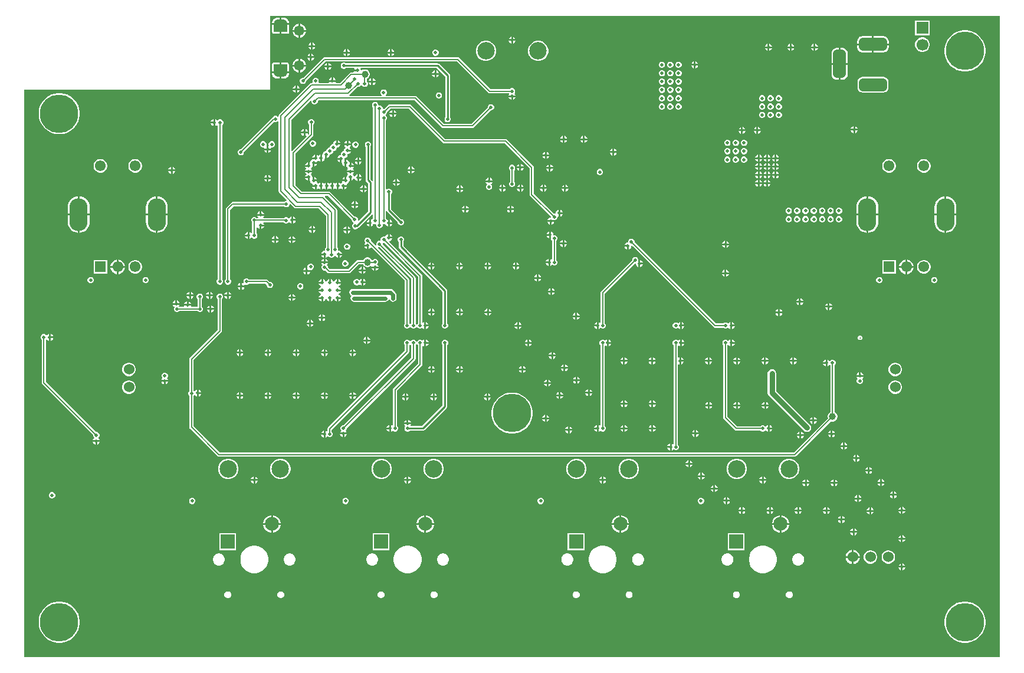
<source format=gbl>
G04*
G04 #@! TF.GenerationSoftware,Altium Limited,Altium Designer,24.5.2 (23)*
G04*
G04 Layer_Physical_Order=4*
G04 Layer_Color=16711680*
%FSLAX44Y44*%
%MOMM*%
G71*
G04*
G04 #@! TF.SameCoordinates,4DB407A0-4691-4D8C-B920-06E893975E0B*
G04*
G04*
G04 #@! TF.FilePolarity,Positive*
G04*
G01*
G75*
%ADD12C,0.2000*%
%ADD13C,0.2540*%
%ADD30C,1.0000*%
G04:AMPARAMS|DCode=98|XSize=2.6mm|YSize=4.7mm|CornerRadius=1.3mm|HoleSize=0mm|Usage=FLASHONLY|Rotation=0.000|XOffset=0mm|YOffset=0mm|HoleType=Round|Shape=RoundedRectangle|*
%AMROUNDEDRECTD98*
21,1,2.6000,2.1000,0,0,0.0*
21,1,0.0000,4.7000,0,0,0.0*
1,1,2.6000,0.0000,-1.0500*
1,1,2.6000,0.0000,-1.0500*
1,1,2.6000,0.0000,1.0500*
1,1,2.6000,0.0000,1.0500*
%
%ADD98ROUNDEDRECTD98*%
%ADD99C,1.5500*%
%ADD100R,1.5500X1.5500*%
%ADD115C,0.6000*%
%ADD116C,0.8000*%
%ADD118C,1.5240*%
%ADD119C,1.4500*%
G04:AMPARAMS|DCode=120|XSize=4mm|YSize=1.8mm|CornerRadius=0.45mm|HoleSize=0mm|Usage=FLASHONLY|Rotation=90.000|XOffset=0mm|YOffset=0mm|HoleType=Round|Shape=RoundedRectangle|*
%AMROUNDEDRECTD120*
21,1,4.0000,0.9000,0,0,90.0*
21,1,3.1000,1.8000,0,0,90.0*
1,1,0.9000,0.4500,1.5500*
1,1,0.9000,0.4500,-1.5500*
1,1,0.9000,-0.4500,-1.5500*
1,1,0.9000,-0.4500,1.5500*
%
%ADD120ROUNDEDRECTD120*%
G04:AMPARAMS|DCode=121|XSize=4mm|YSize=1.8mm|CornerRadius=0.45mm|HoleSize=0mm|Usage=FLASHONLY|Rotation=0.000|XOffset=0mm|YOffset=0mm|HoleType=Round|Shape=RoundedRectangle|*
%AMROUNDEDRECTD121*
21,1,4.0000,0.9000,0,0,0.0*
21,1,3.1000,1.8000,0,0,0.0*
1,1,0.9000,1.5500,-0.4500*
1,1,0.9000,-1.5500,-0.4500*
1,1,0.9000,-1.5500,0.4500*
1,1,0.9000,1.5500,0.4500*
%
%ADD121ROUNDEDRECTD121*%
%ADD122C,1.7000*%
%ADD123R,1.7000X1.7000*%
%ADD124C,2.0000*%
%ADD125R,2.0000X2.0000*%
%ADD126C,0.5000*%
%ADD127C,2.5000*%
%ADD128C,5.5000*%
G36*
X1400000Y0D02*
X0D01*
Y814000D01*
X352500D01*
Y920000D01*
X1400000D01*
Y0D01*
D02*
G37*
%LPC*%
G36*
X372250Y917590D02*
X369020D01*
Y910270D01*
X379840D01*
Y910492D01*
X379790Y910743D01*
Y910998D01*
X379598Y911964D01*
X379500Y912199D01*
X379450Y912449D01*
X379074Y913360D01*
X378932Y913572D01*
X378834Y913807D01*
X378287Y914626D01*
X378107Y914807D01*
X377965Y915019D01*
X377268Y915715D01*
X377057Y915857D01*
X376876Y916037D01*
X376057Y916584D01*
X375822Y916682D01*
X375609Y916824D01*
X374700Y917200D01*
X374449Y917250D01*
X374214Y917348D01*
X373248Y917540D01*
X372993D01*
X372742Y917590D01*
X372250Y917590D01*
X372250Y917590D01*
D02*
G37*
G36*
X366480D02*
X362532D01*
X362282Y917540D01*
X362027D01*
X361109Y917357D01*
X360873Y917260D01*
X360623Y917210D01*
X359759Y916852D01*
X359547Y916710D01*
X359311Y916613D01*
X358533Y916093D01*
X358353Y915912D01*
X358141Y915771D01*
X357479Y915109D01*
X357337Y914897D01*
X357157Y914717D01*
X356637Y913939D01*
X356540Y913703D01*
X356398Y913491D01*
X356040Y912627D01*
X355990Y912376D01*
X355892Y912141D01*
X355710Y911223D01*
Y910968D01*
X355660Y910718D01*
Y910270D01*
X366480D01*
Y917590D01*
D02*
G37*
G36*
X395789Y908790D02*
X395770D01*
Y900270D01*
X404290D01*
Y900289D01*
X403623Y902779D01*
X402334Y905011D01*
X400511Y906834D01*
X398279Y908123D01*
X395789Y908790D01*
D02*
G37*
G36*
X393230D02*
X393211D01*
X390721Y908123D01*
X388489Y906834D01*
X386666Y905011D01*
X385377Y902779D01*
X384710Y900289D01*
Y900270D01*
X393230D01*
Y908790D01*
D02*
G37*
G36*
X379840Y907730D02*
X369020D01*
Y894410D01*
X377250D01*
X378241Y894607D01*
X379081Y895169D01*
X379643Y896009D01*
X379840Y897000D01*
X379840Y907730D01*
D02*
G37*
G36*
X366480D02*
X355660D01*
Y897000D01*
X355857Y896009D01*
X356419Y895169D01*
X357259Y894607D01*
X358250Y894410D01*
X366480D01*
Y907730D01*
D02*
G37*
G36*
X1299500Y913500D02*
X1278500D01*
Y892500D01*
X1299500D01*
Y913500D01*
D02*
G37*
G36*
X404290Y897730D02*
X395770D01*
Y889210D01*
X395789D01*
X398279Y889877D01*
X400511Y891166D01*
X402334Y892989D01*
X403623Y895221D01*
X404290Y897711D01*
Y897730D01*
D02*
G37*
G36*
X393230D02*
X384710D01*
Y897711D01*
X385377Y895221D01*
X386666Y892989D01*
X388489Y891166D01*
X390721Y889877D01*
X393211Y889210D01*
X393230D01*
Y897730D01*
D02*
G37*
G36*
X701270Y890429D02*
Y886770D01*
X704929D01*
X704273Y888355D01*
X702855Y889773D01*
X701270Y890429D01*
D02*
G37*
G36*
X698730D02*
X697145Y889773D01*
X695727Y888355D01*
X695071Y886770D01*
X698730D01*
Y890429D01*
D02*
G37*
G36*
X1233500Y891101D02*
X1219270D01*
Y880770D01*
X1240601D01*
Y884000D01*
X1240359Y885838D01*
X1239649Y887550D01*
X1238521Y889021D01*
X1237050Y890149D01*
X1235338Y890859D01*
X1233500Y891101D01*
D02*
G37*
G36*
X1216730D02*
X1202500D01*
X1200662Y890859D01*
X1198950Y890149D01*
X1197479Y889021D01*
X1196351Y887550D01*
X1195641Y885838D01*
X1195399Y884000D01*
Y880770D01*
X1216730D01*
Y891101D01*
D02*
G37*
G36*
X704929Y884230D02*
X701270D01*
Y880571D01*
X702855Y881227D01*
X704273Y882645D01*
X704929Y884230D01*
D02*
G37*
G36*
X698730D02*
X695071D01*
X695727Y882645D01*
X697145Y881227D01*
X698730Y880571D01*
Y884230D01*
D02*
G37*
G36*
X413770Y881929D02*
Y878270D01*
X417429D01*
X416773Y879855D01*
X415355Y881273D01*
X413770Y881929D01*
D02*
G37*
G36*
X411230D02*
X409645Y881273D01*
X408227Y879855D01*
X407571Y878270D01*
X411230D01*
Y881929D01*
D02*
G37*
G36*
X1135270Y880179D02*
Y876520D01*
X1138929D01*
X1138273Y878105D01*
X1136855Y879523D01*
X1135270Y880179D01*
D02*
G37*
G36*
X1132730D02*
X1131145Y879523D01*
X1129727Y878105D01*
X1129071Y876520D01*
X1132730D01*
Y880179D01*
D02*
G37*
G36*
X1101270D02*
Y876520D01*
X1104929D01*
X1104273Y878105D01*
X1102855Y879523D01*
X1101270Y880179D01*
D02*
G37*
G36*
X1098730D02*
X1097145Y879523D01*
X1095727Y878105D01*
X1095071Y876520D01*
X1098730D01*
Y880179D01*
D02*
G37*
G36*
X1069270D02*
Y876520D01*
X1072929D01*
X1072273Y878105D01*
X1070855Y879523D01*
X1069270Y880179D01*
D02*
G37*
G36*
X1066730D02*
X1065145Y879523D01*
X1063727Y878105D01*
X1063071Y876520D01*
X1066730D01*
Y880179D01*
D02*
G37*
G36*
X417429Y875730D02*
X413770D01*
Y872071D01*
X415355Y872727D01*
X416773Y874145D01*
X417429Y875730D01*
D02*
G37*
G36*
X411230D02*
X407571D01*
X408227Y874145D01*
X409645Y872727D01*
X411230Y872071D01*
Y875730D01*
D02*
G37*
G36*
X1138929Y873980D02*
X1135270D01*
Y870321D01*
X1136855Y870977D01*
X1138273Y872395D01*
X1138929Y873980D01*
D02*
G37*
G36*
X1132730D02*
X1129071D01*
X1129727Y872395D01*
X1131145Y870977D01*
X1132730Y870321D01*
Y873980D01*
D02*
G37*
G36*
X1104929D02*
X1101270D01*
Y870321D01*
X1102855Y870977D01*
X1104273Y872395D01*
X1104929Y873980D01*
D02*
G37*
G36*
X1098730D02*
X1095071D01*
X1095727Y872395D01*
X1097145Y870977D01*
X1098730Y870321D01*
Y873980D01*
D02*
G37*
G36*
X1072929D02*
X1069270D01*
Y870321D01*
X1070855Y870977D01*
X1072273Y872395D01*
X1072929Y873980D01*
D02*
G37*
G36*
X1066730D02*
X1063071D01*
X1063727Y872395D01*
X1065145Y870977D01*
X1066730Y870321D01*
Y873980D01*
D02*
G37*
G36*
X463790Y872449D02*
Y868790D01*
X467449D01*
X466793Y870375D01*
X465375Y871793D01*
X463790Y872449D01*
D02*
G37*
G36*
X461250D02*
X459665Y871793D01*
X458247Y870375D01*
X457591Y868790D01*
X461250D01*
Y872449D01*
D02*
G37*
G36*
X527270Y872429D02*
Y868770D01*
X530929D01*
X530273Y870355D01*
X528855Y871773D01*
X527270Y872429D01*
D02*
G37*
G36*
X524730D02*
X523145Y871773D01*
X521727Y870355D01*
X521071Y868770D01*
X524730D01*
Y872429D01*
D02*
G37*
G36*
X1290382Y889500D02*
X1287618D01*
X1284947Y888784D01*
X1282553Y887402D01*
X1280598Y885447D01*
X1279216Y883053D01*
X1278500Y880382D01*
Y877618D01*
X1279216Y874947D01*
X1280598Y872553D01*
X1282553Y870598D01*
X1284947Y869216D01*
X1287618Y868500D01*
X1290382D01*
X1293053Y869216D01*
X1295447Y870598D01*
X1297402Y872553D01*
X1298784Y874947D01*
X1299500Y877618D01*
Y880382D01*
X1298784Y883053D01*
X1297402Y885447D01*
X1295447Y887402D01*
X1293053Y888784D01*
X1290382Y889500D01*
D02*
G37*
G36*
X1240601Y878230D02*
X1219270D01*
Y867899D01*
X1233500D01*
X1235338Y868141D01*
X1237050Y868851D01*
X1238521Y869979D01*
X1239649Y871450D01*
X1240359Y873162D01*
X1240601Y875000D01*
Y878230D01*
D02*
G37*
G36*
X1216730D02*
X1195399D01*
Y875000D01*
X1195641Y873162D01*
X1196351Y871450D01*
X1197479Y869979D01*
X1198950Y868851D01*
X1200662Y868141D01*
X1202500Y867899D01*
X1216730D01*
Y878230D01*
D02*
G37*
G36*
X590895Y872000D02*
X589105D01*
X587451Y871315D01*
X586185Y870049D01*
X585500Y868395D01*
Y866605D01*
X586185Y864951D01*
X587451Y863685D01*
X589105Y863000D01*
X590895D01*
X592549Y863685D01*
X593815Y864951D01*
X594500Y866605D01*
Y868395D01*
X593815Y870049D01*
X592549Y871315D01*
X590895Y872000D01*
D02*
G37*
G36*
X467449Y866250D02*
X463790D01*
Y862591D01*
X465375Y863247D01*
X466793Y864665D01*
X467449Y866250D01*
D02*
G37*
G36*
X461250D02*
X457591D01*
X458247Y864665D01*
X459665Y863247D01*
X461250Y862591D01*
Y866250D01*
D02*
G37*
G36*
X530929Y866230D02*
X527270D01*
Y862571D01*
X528855Y863227D01*
X530273Y864645D01*
X530929Y866230D01*
D02*
G37*
G36*
X524730D02*
X521071D01*
X521727Y864645D01*
X523145Y863227D01*
X524730Y862571D01*
Y866230D01*
D02*
G37*
G36*
X412270Y865929D02*
Y862270D01*
X415929D01*
X415273Y863855D01*
X413855Y865273D01*
X412270Y865929D01*
D02*
G37*
G36*
X409730D02*
X408145Y865273D01*
X406727Y863855D01*
X406071Y862270D01*
X409730D01*
Y865929D01*
D02*
G37*
G36*
X415929Y859730D02*
X412270D01*
Y856071D01*
X413855Y856727D01*
X415273Y858145D01*
X415929Y859730D01*
D02*
G37*
G36*
X409730D02*
X406071D01*
X406727Y858145D01*
X408145Y856727D01*
X409730Y856071D01*
Y859730D01*
D02*
G37*
G36*
X739409Y884500D02*
X735591D01*
X731903Y883512D01*
X728597Y881603D01*
X725897Y878903D01*
X723988Y875597D01*
X723000Y871909D01*
Y868091D01*
X723988Y864403D01*
X725897Y861097D01*
X728597Y858397D01*
X731903Y856488D01*
X735591Y855500D01*
X739409D01*
X743097Y856488D01*
X746403Y858397D01*
X749103Y861097D01*
X751012Y864403D01*
X752000Y868091D01*
Y871909D01*
X751012Y875597D01*
X749103Y878903D01*
X746403Y881603D01*
X743097Y883512D01*
X739409Y884500D01*
D02*
G37*
G36*
X664409D02*
X660591D01*
X656903Y883512D01*
X653597Y881603D01*
X650897Y878903D01*
X648988Y875597D01*
X648000Y871909D01*
Y868091D01*
X648988Y864403D01*
X650897Y861097D01*
X653597Y858397D01*
X656903Y856488D01*
X660591Y855500D01*
X664409D01*
X668097Y856488D01*
X671403Y858397D01*
X674103Y861097D01*
X676012Y864403D01*
X677000Y868091D01*
Y871909D01*
X676012Y875597D01*
X674103Y878903D01*
X671403Y881603D01*
X668097Y883512D01*
X664409Y884500D01*
D02*
G37*
G36*
X1174500Y874101D02*
X1171270D01*
Y852770D01*
X1181601D01*
Y867000D01*
X1181359Y868838D01*
X1180649Y870550D01*
X1179521Y872021D01*
X1178050Y873149D01*
X1176338Y873859D01*
X1174500Y874101D01*
D02*
G37*
G36*
X1168730D02*
X1165500D01*
X1163662Y873859D01*
X1161950Y873149D01*
X1160479Y872021D01*
X1159351Y870550D01*
X1158641Y868838D01*
X1158399Y867000D01*
Y852770D01*
X1168730D01*
Y874101D01*
D02*
G37*
G36*
X963270Y854929D02*
Y851270D01*
X966929D01*
X966273Y852855D01*
X964855Y854273D01*
X963270Y854929D01*
D02*
G37*
G36*
X960730D02*
X959145Y854273D01*
X957727Y852855D01*
X957071Y851270D01*
X960730D01*
Y854929D01*
D02*
G37*
G36*
X395789Y858790D02*
X395770D01*
Y850270D01*
X404290D01*
Y850289D01*
X403623Y852779D01*
X402334Y855011D01*
X400511Y856834D01*
X398279Y858123D01*
X395789Y858790D01*
D02*
G37*
G36*
X393230D02*
X393211D01*
X390721Y858123D01*
X388489Y856834D01*
X386666Y855011D01*
X385377Y852779D01*
X384710Y850289D01*
Y850270D01*
X393230D01*
Y858790D01*
D02*
G37*
G36*
X436770Y852679D02*
Y849020D01*
X440429D01*
X439773Y850605D01*
X438355Y852023D01*
X436770Y852679D01*
D02*
G37*
G36*
X434230D02*
X432645Y852023D01*
X431227Y850605D01*
X430571Y849020D01*
X434230D01*
Y852679D01*
D02*
G37*
G36*
X939895Y854500D02*
X938105D01*
X936451Y853815D01*
X935185Y852549D01*
X934500Y850895D01*
Y849105D01*
X935185Y847451D01*
X936451Y846185D01*
X938105Y845500D01*
X939895D01*
X941549Y846185D01*
X942815Y847451D01*
X943500Y849105D01*
Y850895D01*
X942815Y852549D01*
X941549Y853815D01*
X939895Y854500D01*
D02*
G37*
G36*
X927895D02*
X926105D01*
X924451Y853815D01*
X923185Y852549D01*
X922500Y850895D01*
Y849105D01*
X923185Y847451D01*
X924451Y846185D01*
X926105Y845500D01*
X927895D01*
X929549Y846185D01*
X930815Y847451D01*
X931500Y849105D01*
Y850895D01*
X930815Y852549D01*
X929549Y853815D01*
X927895Y854500D01*
D02*
G37*
G36*
X915895D02*
X914105D01*
X912451Y853815D01*
X911185Y852549D01*
X910500Y850895D01*
Y849105D01*
X911185Y847451D01*
X912451Y846185D01*
X914105Y845500D01*
X915895D01*
X917549Y846185D01*
X918815Y847451D01*
X919500Y849105D01*
Y850895D01*
X918815Y852549D01*
X917549Y853815D01*
X915895Y854500D01*
D02*
G37*
G36*
X966929Y848730D02*
X963270D01*
Y845071D01*
X964855Y845727D01*
X966273Y847145D01*
X966929Y848730D01*
D02*
G37*
G36*
X960730D02*
X957071D01*
X957727Y847145D01*
X959145Y845727D01*
X960730Y845071D01*
Y848730D01*
D02*
G37*
G36*
X440429Y846480D02*
X436770D01*
Y842821D01*
X438355Y843477D01*
X439773Y844895D01*
X440429Y846480D01*
D02*
G37*
G36*
X434230D02*
X430571D01*
X431227Y844895D01*
X432645Y843477D01*
X434230Y842821D01*
Y846480D01*
D02*
G37*
G36*
X1352322Y899500D02*
X1347678D01*
X1343092Y898774D01*
X1338676Y897339D01*
X1334539Y895231D01*
X1330782Y892501D01*
X1327499Y889218D01*
X1324769Y885461D01*
X1322661Y881324D01*
X1321226Y876908D01*
X1320500Y872322D01*
Y867678D01*
X1321226Y863092D01*
X1322661Y858676D01*
X1324769Y854539D01*
X1327499Y850782D01*
X1330782Y847499D01*
X1334539Y844769D01*
X1338676Y842661D01*
X1343092Y841226D01*
X1347678Y840500D01*
X1352322D01*
X1356908Y841226D01*
X1361324Y842661D01*
X1365461Y844769D01*
X1369218Y847499D01*
X1372501Y850782D01*
X1375231Y854539D01*
X1377339Y858676D01*
X1378774Y863092D01*
X1379500Y867678D01*
Y872322D01*
X1378774Y876908D01*
X1377339Y881324D01*
X1375231Y885461D01*
X1372501Y889218D01*
X1369218Y892501D01*
X1365461Y895231D01*
X1361324Y897339D01*
X1356908Y898774D01*
X1352322Y899500D01*
D02*
G37*
G36*
X377000Y853590D02*
X368770D01*
Y840270D01*
X379590D01*
Y851000D01*
X379393Y851991D01*
X378831Y852831D01*
X377991Y853393D01*
X377000Y853590D01*
D02*
G37*
G36*
X366230D02*
X358000D01*
X357009Y853393D01*
X356169Y852831D01*
X355607Y851991D01*
X355410Y851000D01*
X355410Y840270D01*
X366230D01*
Y853590D01*
D02*
G37*
G36*
X404290Y847730D02*
X395770D01*
Y839210D01*
X395789D01*
X398279Y839877D01*
X400511Y841166D01*
X402334Y842989D01*
X403623Y845221D01*
X404290Y847711D01*
Y847730D01*
D02*
G37*
G36*
X393230D02*
X384710D01*
Y847711D01*
X385377Y845221D01*
X386666Y842989D01*
X388489Y841166D01*
X390721Y839877D01*
X393211Y839210D01*
X393230D01*
Y847730D01*
D02*
G37*
G36*
X591270Y841929D02*
Y838270D01*
X594929D01*
X594273Y839855D01*
X592855Y841273D01*
X591270Y841929D01*
D02*
G37*
G36*
X588730D02*
X587145Y841273D01*
X585727Y839855D01*
X585071Y838270D01*
X588730D01*
Y841929D01*
D02*
G37*
G36*
X939895Y842500D02*
X938105D01*
X936451Y841815D01*
X935185Y840549D01*
X934500Y838895D01*
Y837105D01*
X935185Y835451D01*
X936451Y834185D01*
X938105Y833500D01*
X939895D01*
X941549Y834185D01*
X942815Y835451D01*
X943500Y837105D01*
Y838895D01*
X942815Y840549D01*
X941549Y841815D01*
X939895Y842500D01*
D02*
G37*
G36*
X927895D02*
X926105D01*
X924451Y841815D01*
X923185Y840549D01*
X922500Y838895D01*
Y837105D01*
X923185Y835451D01*
X924451Y834185D01*
X926105Y833500D01*
X927895D01*
X929549Y834185D01*
X930815Y835451D01*
X931500Y837105D01*
Y838895D01*
X930815Y840549D01*
X929549Y841815D01*
X927895Y842500D01*
D02*
G37*
G36*
X915895D02*
X914105D01*
X912451Y841815D01*
X911185Y840549D01*
X910500Y838895D01*
Y837105D01*
X911185Y835451D01*
X912451Y834185D01*
X914105Y833500D01*
X915895D01*
X917549Y834185D01*
X918815Y835451D01*
X919500Y837105D01*
Y838895D01*
X918815Y840549D01*
X917549Y841815D01*
X915895Y842500D01*
D02*
G37*
G36*
X594929Y835730D02*
X591270D01*
Y832071D01*
X592855Y832727D01*
X594273Y834145D01*
X594929Y835730D01*
D02*
G37*
G36*
X588730D02*
X585071D01*
X585727Y834145D01*
X587145Y832727D01*
X588730Y832071D01*
Y835730D01*
D02*
G37*
G36*
X379590Y837730D02*
X368770D01*
Y830410D01*
X372718D01*
X372968Y830460D01*
X373223D01*
X374141Y830643D01*
X374376Y830740D01*
X374627Y830790D01*
X375491Y831148D01*
X375703Y831290D01*
X375939Y831387D01*
X376717Y831907D01*
X376897Y832087D01*
X377109Y832229D01*
X377771Y832891D01*
X377912Y833103D01*
X378093Y833283D01*
X378613Y834061D01*
X378710Y834297D01*
X378852Y834509D01*
X379210Y835373D01*
X379260Y835624D01*
X379357Y835859D01*
X379540Y836777D01*
Y837032D01*
X379590Y837282D01*
Y837730D01*
D02*
G37*
G36*
X366230D02*
X355410D01*
Y837507D01*
X355460Y837257D01*
Y837002D01*
X355652Y836036D01*
X355750Y835801D01*
X355799Y835551D01*
X356176Y834641D01*
X356318Y834428D01*
X356416Y834193D01*
X356963Y833374D01*
X357143Y833194D01*
X357285Y832981D01*
X357981Y832285D01*
X358194Y832143D01*
X358374Y831963D01*
X359193Y831416D01*
X359428Y831318D01*
X359641Y831177D01*
X360550Y830800D01*
X360801Y830750D01*
X361036Y830652D01*
X362002Y830460D01*
X362257D01*
X362508Y830410D01*
X363000Y830410D01*
X363000Y830410D01*
X366230D01*
Y837730D01*
D02*
G37*
G36*
X1181601Y850230D02*
X1171270D01*
Y828899D01*
X1174500D01*
X1176338Y829141D01*
X1178050Y829851D01*
X1179521Y830979D01*
X1180649Y832450D01*
X1181359Y834162D01*
X1181601Y836000D01*
Y850230D01*
D02*
G37*
G36*
X1168730D02*
X1158399D01*
Y836000D01*
X1158641Y834162D01*
X1159351Y832450D01*
X1160479Y830979D01*
X1161950Y829851D01*
X1163662Y829141D01*
X1165500Y828899D01*
X1168730D01*
Y850230D01*
D02*
G37*
G36*
X443270Y831929D02*
Y828270D01*
X446929D01*
X446273Y829855D01*
X444855Y831273D01*
X443270Y831929D01*
D02*
G37*
G36*
X440730D02*
X439145Y831273D01*
X437727Y829855D01*
X437071Y828270D01*
X440730D01*
Y831929D01*
D02*
G37*
G36*
X500270Y830679D02*
Y827020D01*
X503929D01*
X503273Y828605D01*
X501855Y830023D01*
X500270Y830679D01*
D02*
G37*
G36*
X497730D02*
X496145Y830023D01*
X494727Y828605D01*
X494071Y827020D01*
X497730D01*
Y830679D01*
D02*
G37*
G36*
X939895Y830500D02*
X938105D01*
X936451Y829815D01*
X935185Y828549D01*
X934500Y826895D01*
Y825105D01*
X935185Y823451D01*
X936451Y822185D01*
X938105Y821500D01*
X939895D01*
X941549Y822185D01*
X942815Y823451D01*
X943500Y825105D01*
Y826895D01*
X942815Y828549D01*
X941549Y829815D01*
X939895Y830500D01*
D02*
G37*
G36*
X927895D02*
X926105D01*
X924451Y829815D01*
X923185Y828549D01*
X922500Y826895D01*
Y825105D01*
X923185Y823451D01*
X924451Y822185D01*
X926105Y821500D01*
X927895D01*
X929549Y822185D01*
X930815Y823451D01*
X931500Y825105D01*
Y826895D01*
X930815Y828549D01*
X929549Y829815D01*
X927895Y830500D01*
D02*
G37*
G36*
X915895D02*
X914105D01*
X912451Y829815D01*
X911185Y828549D01*
X910500Y826895D01*
Y825105D01*
X911185Y823451D01*
X912451Y822185D01*
X914105Y821500D01*
X915895D01*
X917549Y822185D01*
X918815Y823451D01*
X919500Y825105D01*
Y826895D01*
X918815Y828549D01*
X917549Y829815D01*
X915895Y830500D01*
D02*
G37*
G36*
X503929Y824480D02*
X500270D01*
Y820821D01*
X501855Y821477D01*
X503273Y822895D01*
X503929Y824480D01*
D02*
G37*
G36*
X497730D02*
X494071D01*
X494727Y822895D01*
X496145Y821477D01*
X497730Y820821D01*
Y824480D01*
D02*
G37*
G36*
X391520Y819929D02*
Y816270D01*
X395179D01*
X394523Y817855D01*
X393105Y819273D01*
X391520Y819929D01*
D02*
G37*
G36*
X388980D02*
X387395Y819273D01*
X385977Y817855D01*
X385321Y816270D01*
X388980D01*
Y819929D01*
D02*
G37*
G36*
X1233500Y832556D02*
X1202500D01*
X1200803Y832333D01*
X1199222Y831678D01*
X1197864Y830636D01*
X1196822Y829278D01*
X1196167Y827697D01*
X1195944Y826000D01*
Y817000D01*
X1196167Y815303D01*
X1196822Y813722D01*
X1197864Y812364D01*
X1199222Y811322D01*
X1200803Y810667D01*
X1202500Y810444D01*
X1233500D01*
X1235197Y810667D01*
X1236778Y811322D01*
X1238136Y812364D01*
X1239178Y813722D01*
X1239833Y815303D01*
X1240056Y817000D01*
Y826000D01*
X1239833Y827697D01*
X1239178Y829278D01*
X1238136Y830636D01*
X1236778Y831678D01*
X1235197Y832333D01*
X1233500Y832556D01*
D02*
G37*
G36*
X395179Y813730D02*
X391520D01*
Y810071D01*
X393105Y810727D01*
X394523Y812145D01*
X395179Y813730D01*
D02*
G37*
G36*
X388980D02*
X385321D01*
X385977Y812145D01*
X387395Y810727D01*
X388980Y810071D01*
Y813730D01*
D02*
G37*
G36*
X939895Y818500D02*
X938105D01*
X936451Y817815D01*
X935185Y816549D01*
X934500Y814895D01*
Y813105D01*
X935185Y811451D01*
X936451Y810185D01*
X938105Y809500D01*
X939895D01*
X941549Y810185D01*
X942815Y811451D01*
X943500Y813105D01*
Y814895D01*
X942815Y816549D01*
X941549Y817815D01*
X939895Y818500D01*
D02*
G37*
G36*
X927895D02*
X926105D01*
X924451Y817815D01*
X923185Y816549D01*
X922500Y814895D01*
Y813105D01*
X923185Y811451D01*
X924451Y810185D01*
X926105Y809500D01*
X927895D01*
X929549Y810185D01*
X930815Y811451D01*
X931500Y813105D01*
Y814895D01*
X930815Y816549D01*
X929549Y817815D01*
X927895Y818500D01*
D02*
G37*
G36*
X915895D02*
X914105D01*
X912451Y817815D01*
X911185Y816549D01*
X910500Y814895D01*
Y813105D01*
X911185Y811451D01*
X912451Y810185D01*
X914105Y809500D01*
X915895D01*
X917549Y810185D01*
X918815Y811451D01*
X919500Y813105D01*
Y814895D01*
X918815Y816549D01*
X917549Y817815D01*
X915895Y818500D01*
D02*
G37*
G36*
X622250Y860809D02*
X622250Y860809D01*
X430750D01*
X429579Y860576D01*
X428587Y859913D01*
X428587Y859913D01*
X400174Y831500D01*
X399105D01*
X397451Y830815D01*
X396185Y829549D01*
X395500Y827895D01*
Y826105D01*
X396185Y824451D01*
X397451Y823185D01*
X399105Y822500D01*
X400895D01*
X402549Y823185D01*
X403815Y824451D01*
X404500Y826105D01*
Y827174D01*
X432017Y854691D01*
X620983D01*
X665837Y809837D01*
X665837Y809837D01*
X666830Y809174D01*
X668000Y808941D01*
X668000Y808941D01*
X695267D01*
X695794Y807671D01*
X695727Y807605D01*
X695071Y806020D01*
X704929D01*
X704273Y807605D01*
X703121Y808757D01*
X703815Y809451D01*
X704500Y811105D01*
Y812895D01*
X703815Y814549D01*
X702549Y815815D01*
X700895Y816500D01*
X699105D01*
X697451Y815815D01*
X696695Y815059D01*
X669267D01*
X624413Y859913D01*
X623420Y860576D01*
X622250Y860809D01*
D02*
G37*
G36*
X595895Y810500D02*
X594105D01*
X592451Y809815D01*
X591185Y808549D01*
X590500Y806895D01*
Y805105D01*
X591185Y803451D01*
X592451Y802185D01*
X594105Y801500D01*
X595895D01*
X597549Y802185D01*
X598815Y803451D01*
X599500Y805105D01*
Y806895D01*
X598815Y808549D01*
X597549Y809815D01*
X595895Y810500D01*
D02*
G37*
G36*
X704929Y803480D02*
X701270D01*
Y799821D01*
X702855Y800477D01*
X704273Y801895D01*
X704929Y803480D01*
D02*
G37*
G36*
X698730D02*
X695071D01*
X695727Y801895D01*
X697145Y800477D01*
X698730Y799821D01*
Y803480D01*
D02*
G37*
G36*
X1083895Y806500D02*
X1082105D01*
X1080451Y805815D01*
X1079185Y804549D01*
X1078500Y802895D01*
Y801105D01*
X1079185Y799451D01*
X1080451Y798185D01*
X1082105Y797500D01*
X1083895D01*
X1085549Y798185D01*
X1086815Y799451D01*
X1087500Y801105D01*
Y802895D01*
X1086815Y804549D01*
X1085549Y805815D01*
X1083895Y806500D01*
D02*
G37*
G36*
X1071895D02*
X1070105D01*
X1068451Y805815D01*
X1067185Y804549D01*
X1066500Y802895D01*
Y801105D01*
X1067185Y799451D01*
X1068451Y798185D01*
X1070105Y797500D01*
X1071895D01*
X1073549Y798185D01*
X1074815Y799451D01*
X1075500Y801105D01*
Y802895D01*
X1074815Y804549D01*
X1073549Y805815D01*
X1071895Y806500D01*
D02*
G37*
G36*
X1059895D02*
X1058105D01*
X1056451Y805815D01*
X1055185Y804549D01*
X1054500Y802895D01*
Y801105D01*
X1055185Y799451D01*
X1056451Y798185D01*
X1058105Y797500D01*
X1059895D01*
X1061549Y798185D01*
X1062815Y799451D01*
X1063500Y801105D01*
Y802895D01*
X1062815Y804549D01*
X1061549Y805815D01*
X1059895Y806500D01*
D02*
G37*
G36*
X939895D02*
X938105D01*
X936451Y805815D01*
X935185Y804549D01*
X934500Y802895D01*
Y801105D01*
X935185Y799451D01*
X936451Y798185D01*
X938105Y797500D01*
X939895D01*
X941549Y798185D01*
X942815Y799451D01*
X943500Y801105D01*
Y802895D01*
X942815Y804549D01*
X941549Y805815D01*
X939895Y806500D01*
D02*
G37*
G36*
X927895D02*
X926105D01*
X924451Y805815D01*
X923185Y804549D01*
X922500Y802895D01*
Y801105D01*
X923185Y799451D01*
X924451Y798185D01*
X926105Y797500D01*
X927895D01*
X929549Y798185D01*
X930815Y799451D01*
X931500Y801105D01*
Y802895D01*
X930815Y804549D01*
X929549Y805815D01*
X927895Y806500D01*
D02*
G37*
G36*
X915895D02*
X914105D01*
X912451Y805815D01*
X911185Y804549D01*
X910500Y802895D01*
Y801105D01*
X911185Y799451D01*
X912451Y798185D01*
X914105Y797500D01*
X915895D01*
X917549Y798185D01*
X918815Y799451D01*
X919500Y801105D01*
Y802895D01*
X918815Y804549D01*
X917549Y805815D01*
X915895Y806500D01*
D02*
G37*
G36*
X1083895Y794500D02*
X1082105D01*
X1080451Y793815D01*
X1079185Y792549D01*
X1078500Y790895D01*
Y789105D01*
X1079185Y787451D01*
X1080451Y786185D01*
X1082105Y785500D01*
X1083895D01*
X1085549Y786185D01*
X1086815Y787451D01*
X1087500Y789105D01*
Y790895D01*
X1086815Y792549D01*
X1085549Y793815D01*
X1083895Y794500D01*
D02*
G37*
G36*
X1071895D02*
X1070105D01*
X1068451Y793815D01*
X1067185Y792549D01*
X1066500Y790895D01*
Y789105D01*
X1067185Y787451D01*
X1068451Y786185D01*
X1070105Y785500D01*
X1071895D01*
X1073549Y786185D01*
X1074815Y787451D01*
X1075500Y789105D01*
Y790895D01*
X1074815Y792549D01*
X1073549Y793815D01*
X1071895Y794500D01*
D02*
G37*
G36*
X1059895D02*
X1058105D01*
X1056451Y793815D01*
X1055185Y792549D01*
X1054500Y790895D01*
Y789105D01*
X1055185Y787451D01*
X1056451Y786185D01*
X1058105Y785500D01*
X1059895D01*
X1061549Y786185D01*
X1062815Y787451D01*
X1063500Y789105D01*
Y790895D01*
X1062815Y792549D01*
X1061549Y793815D01*
X1059895Y794500D01*
D02*
G37*
G36*
X939895D02*
X938105D01*
X936451Y793815D01*
X935185Y792549D01*
X934500Y790895D01*
Y789105D01*
X935185Y787451D01*
X936451Y786185D01*
X938105Y785500D01*
X939895D01*
X941549Y786185D01*
X942815Y787451D01*
X943500Y789105D01*
Y790895D01*
X942815Y792549D01*
X941549Y793815D01*
X939895Y794500D01*
D02*
G37*
G36*
X927895D02*
X926105D01*
X924451Y793815D01*
X923185Y792549D01*
X922500Y790895D01*
Y789105D01*
X923185Y787451D01*
X924451Y786185D01*
X926105Y785500D01*
X927895D01*
X929549Y786185D01*
X930815Y787451D01*
X931500Y789105D01*
Y790895D01*
X930815Y792549D01*
X929549Y793815D01*
X927895Y794500D01*
D02*
G37*
G36*
X915895D02*
X914105D01*
X912451Y793815D01*
X911185Y792549D01*
X910500Y790895D01*
Y789105D01*
X911185Y787451D01*
X912451Y786185D01*
X914105Y785500D01*
X915895D01*
X917549Y786185D01*
X918815Y787451D01*
X919500Y789105D01*
Y790895D01*
X918815Y792549D01*
X917549Y793815D01*
X915895Y794500D01*
D02*
G37*
G36*
X530270Y784929D02*
Y781270D01*
X533929D01*
X533273Y782855D01*
X531855Y784273D01*
X530270Y784929D01*
D02*
G37*
G36*
X527730D02*
X526145Y784273D01*
X524727Y782855D01*
X524071Y781270D01*
X527730D01*
Y784929D01*
D02*
G37*
G36*
X533929Y778730D02*
X530270D01*
Y775071D01*
X531855Y775727D01*
X533273Y777145D01*
X533929Y778730D01*
D02*
G37*
G36*
X527730D02*
X524071D01*
X524727Y777145D01*
X526145Y775727D01*
X527730Y775071D01*
Y778730D01*
D02*
G37*
G36*
X1083895Y782500D02*
X1082105D01*
X1080451Y781815D01*
X1079185Y780549D01*
X1078500Y778895D01*
Y777105D01*
X1079185Y775451D01*
X1080451Y774185D01*
X1082105Y773500D01*
X1083895D01*
X1085549Y774185D01*
X1086815Y775451D01*
X1087500Y777105D01*
Y778895D01*
X1086815Y780549D01*
X1085549Y781815D01*
X1083895Y782500D01*
D02*
G37*
G36*
X1071895D02*
X1070105D01*
X1068451Y781815D01*
X1067185Y780549D01*
X1066500Y778895D01*
Y777105D01*
X1067185Y775451D01*
X1068451Y774185D01*
X1070105Y773500D01*
X1071895D01*
X1073549Y774185D01*
X1074815Y775451D01*
X1075500Y777105D01*
Y778895D01*
X1074815Y780549D01*
X1073549Y781815D01*
X1071895Y782500D01*
D02*
G37*
G36*
X1059895D02*
X1058105D01*
X1056451Y781815D01*
X1055185Y780549D01*
X1054500Y778895D01*
Y777105D01*
X1055185Y775451D01*
X1056451Y774185D01*
X1058105Y773500D01*
X1059895D01*
X1061549Y774185D01*
X1062815Y775451D01*
X1063500Y777105D01*
Y778895D01*
X1062815Y780549D01*
X1061549Y781815D01*
X1059895Y782500D01*
D02*
G37*
G36*
X271230Y772179D02*
X269645Y771523D01*
X268227Y770105D01*
X267571Y768520D01*
X271230D01*
Y772179D01*
D02*
G37*
G36*
X459412Y853369D02*
X457622D01*
X455968Y852684D01*
X454702Y851418D01*
X454017Y849764D01*
Y847974D01*
X454702Y846320D01*
X455968Y845054D01*
X457622Y844369D01*
X459412D01*
X461066Y845054D01*
X461547Y845535D01*
X472748D01*
X473483Y844265D01*
X473071Y843270D01*
X478000D01*
Y840730D01*
X473071D01*
X473237Y840329D01*
X472388Y839059D01*
X469000D01*
X467830Y838826D01*
X466837Y838163D01*
X466837Y838163D01*
X452733Y824059D01*
X447612D01*
X446763Y825329D01*
X446929Y825730D01*
X437071D01*
X437237Y825329D01*
X436388Y824059D01*
X423027D01*
X422178Y825329D01*
X422500Y826105D01*
Y827895D01*
X421815Y829549D01*
X420549Y830815D01*
X418895Y831500D01*
X417105D01*
X415451Y830815D01*
X414185Y829549D01*
X413500Y827895D01*
Y826105D01*
X413821Y825329D01*
X412973Y824059D01*
X412000D01*
X410830Y823826D01*
X409837Y823163D01*
X365837Y779163D01*
X365174Y778171D01*
X364941Y777000D01*
X364941Y777000D01*
Y775969D01*
X363671Y775443D01*
X363049Y776065D01*
X361395Y776750D01*
X359605D01*
X357951Y776065D01*
X356685Y774799D01*
X356603Y774602D01*
X355616Y773942D01*
X310674Y729000D01*
X309605D01*
X307951Y728315D01*
X306685Y727049D01*
X306000Y725395D01*
Y723605D01*
X306685Y721951D01*
X307951Y720685D01*
X309605Y720000D01*
X311395D01*
X313049Y720685D01*
X314315Y721951D01*
X315000Y723605D01*
Y724674D01*
X358524Y768198D01*
X359605Y767750D01*
X361395D01*
X363049Y768435D01*
X363671Y769057D01*
X364941Y768531D01*
Y668500D01*
X364941Y668500D01*
X365174Y667329D01*
X365837Y666337D01*
X376404Y655770D01*
X375878Y654500D01*
X375105D01*
X373451Y653815D01*
X372695Y653059D01*
X298750D01*
X297579Y652826D01*
X296587Y652163D01*
X296587Y652163D01*
X289837Y645413D01*
X289174Y644420D01*
X288941Y643250D01*
X288941Y643250D01*
Y542305D01*
X288185Y541549D01*
X287500Y539895D01*
Y538105D01*
X288185Y536451D01*
X289451Y535185D01*
X291105Y534500D01*
X292895D01*
X294549Y535185D01*
X295815Y536451D01*
X296500Y538105D01*
Y539895D01*
X295815Y541549D01*
X295059Y542305D01*
Y641983D01*
X300017Y646941D01*
X372695D01*
X373451Y646185D01*
X375105Y645500D01*
X376895D01*
X378549Y646185D01*
X379815Y647451D01*
X380500Y649105D01*
Y649878D01*
X381770Y650404D01*
X387337Y644837D01*
X388330Y644174D01*
X389500Y643941D01*
X389500Y643941D01*
X422233D01*
X432941Y633233D01*
Y588055D01*
X432185Y587299D01*
X431500Y585645D01*
Y583855D01*
X430956Y583040D01*
X429997D01*
X428145Y582273D01*
X426727Y580855D01*
X426071Y579270D01*
X431000D01*
Y578000D01*
X432270D01*
Y573071D01*
X433855Y573727D01*
X435273Y575145D01*
X435501Y575697D01*
X436876D01*
X437185Y574951D01*
X438451Y573685D01*
X440105Y573000D01*
X441895D01*
X443549Y573685D01*
X444815Y574951D01*
X445124Y575697D01*
X446499D01*
X446727Y575145D01*
X448145Y573727D01*
X449730Y573071D01*
Y578000D01*
X451000D01*
Y579270D01*
X455929D01*
X455273Y580855D01*
X453855Y582273D01*
X452002Y583040D01*
X451045D01*
X450500Y583855D01*
Y585645D01*
X449815Y587299D01*
X449059Y588055D01*
Y641500D01*
X448826Y642671D01*
X448163Y643663D01*
X448163Y643663D01*
X431155Y660671D01*
X431681Y661941D01*
X435878D01*
X469750Y628069D01*
Y627000D01*
X470435Y625346D01*
X471701Y624080D01*
X472547Y623730D01*
Y622355D01*
X472451Y622315D01*
X471185Y621049D01*
X470500Y619395D01*
Y617605D01*
X471185Y615951D01*
X472451Y614685D01*
X474105Y614000D01*
X475895D01*
X477549Y614685D01*
X478770Y615906D01*
X479828Y616613D01*
X499108Y635892D01*
X499129Y635925D01*
X500399Y635540D01*
Y629305D01*
X499643Y628549D01*
X499524Y628262D01*
X497869Y627585D01*
X497433Y627766D01*
Y622837D01*
Y617908D01*
X499018Y618564D01*
X500436Y619982D01*
X501203Y621835D01*
X501414Y621976D01*
X502563Y621500D01*
X504126D01*
X504564Y621264D01*
X505250Y620497D01*
Y619105D01*
X505935Y617451D01*
X507201Y616185D01*
X508855Y615500D01*
X510645D01*
X512299Y616185D01*
X513565Y617451D01*
X514250Y619105D01*
Y620480D01*
X514884Y621236D01*
X515374Y621500D01*
X516895D01*
X518044Y621976D01*
X518255Y621835D01*
X519022Y619982D01*
X520440Y618564D01*
X522025Y617908D01*
Y622837D01*
Y627766D01*
X521589Y627585D01*
X519934Y628262D01*
X519815Y628549D01*
X519059Y629305D01*
Y639525D01*
X519138Y639557D01*
X520329Y639736D01*
X520892Y638893D01*
X536000Y623785D01*
Y623105D01*
X536685Y621451D01*
X537951Y620185D01*
X539605Y619500D01*
X541395D01*
X543049Y620185D01*
X544315Y621451D01*
X545000Y623105D01*
Y624895D01*
X544315Y626549D01*
X543049Y627815D01*
X541395Y628500D01*
X540715D01*
X526584Y642631D01*
Y664720D01*
X527065Y665201D01*
X527750Y666855D01*
Y668645D01*
X527065Y670299D01*
X525799Y671565D01*
X524145Y672250D01*
X522355D01*
X520701Y671565D01*
X520329Y671193D01*
X519059Y671719D01*
Y770695D01*
X519815Y771451D01*
X520500Y773105D01*
Y774895D01*
X519815Y776549D01*
X519052Y777312D01*
X518671Y778094D01*
X519052Y778971D01*
X519774Y779693D01*
X520459Y781347D01*
Y782003D01*
X525398Y786941D01*
X551983D01*
X600587Y738337D01*
X600587Y738337D01*
X601580Y737674D01*
X602750Y737441D01*
X689483D01*
X725191Y701733D01*
Y664000D01*
X725191Y664000D01*
X725424Y662830D01*
X726087Y661837D01*
X755864Y632060D01*
X755672Y630790D01*
X754498D01*
X752645Y630023D01*
X751227Y628605D01*
X750571Y627020D01*
X761034D01*
X761663Y627361D01*
X763049Y627935D01*
X764315Y629201D01*
X765000Y630855D01*
Y631309D01*
X766270Y632158D01*
X766480Y632071D01*
Y637000D01*
Y641929D01*
X764895Y641273D01*
X763477Y639855D01*
X762710Y638003D01*
Y637080D01*
X761440Y636231D01*
X761395Y636250D01*
X760326D01*
X731309Y665267D01*
Y703000D01*
X731309Y703000D01*
X731076Y704171D01*
X730413Y705163D01*
X730413Y705163D01*
X692913Y742663D01*
X691920Y743326D01*
X690750Y743559D01*
X690750Y743559D01*
X604017D01*
X555413Y792163D01*
X554421Y792826D01*
X553250Y793059D01*
X553250Y793059D01*
X524131D01*
X524131Y793059D01*
X522960Y792826D01*
X521968Y792163D01*
X516547Y786742D01*
X515379D01*
X515064Y786742D01*
X514206Y787761D01*
Y788185D01*
X513521Y789839D01*
X512255Y791105D01*
X510601Y791790D01*
X509131D01*
X508811Y791790D01*
X507958Y792812D01*
Y793299D01*
X507273Y794953D01*
X506007Y796219D01*
X504353Y796904D01*
X502563D01*
X500909Y796219D01*
X499643Y794953D01*
X498958Y793299D01*
Y791509D01*
X499643Y789855D01*
X500399Y789099D01*
Y683710D01*
X499129Y683325D01*
X499108Y683357D01*
X496584Y685881D01*
Y732470D01*
X497065Y732951D01*
X497750Y734605D01*
Y736395D01*
X497065Y738049D01*
X495799Y739315D01*
X494145Y740000D01*
X492355D01*
X490701Y739315D01*
X489435Y738049D01*
X488750Y736395D01*
Y734605D01*
X489435Y732951D01*
X489916Y732470D01*
Y684500D01*
X490170Y683224D01*
X490892Y682142D01*
X493416Y679619D01*
Y639631D01*
X479658Y625873D01*
X478581Y626592D01*
X478750Y627000D01*
Y628790D01*
X478065Y630444D01*
X476799Y631710D01*
X475145Y632395D01*
X474076D01*
X439308Y667163D01*
X438316Y667826D01*
X437145Y668059D01*
X437145Y668059D01*
X398267D01*
X389059Y677267D01*
Y722733D01*
X413805Y747479D01*
X413805Y747479D01*
X414468Y748471D01*
X414701Y749642D01*
X414701Y749642D01*
Y764145D01*
X415457Y764901D01*
X416142Y766555D01*
Y768345D01*
X415457Y769999D01*
X414191Y771265D01*
X412537Y771950D01*
X410747D01*
X409093Y771265D01*
X407827Y769999D01*
X407142Y768345D01*
Y766555D01*
X407827Y764901D01*
X408583Y764145D01*
Y750909D01*
X407526Y749852D01*
X406449Y750571D01*
X406929Y751730D01*
X403270D01*
Y748071D01*
X404429Y748551D01*
X405149Y747474D01*
X384329Y726655D01*
X383059Y727181D01*
Y770733D01*
X410737Y798411D01*
X412000Y797878D01*
Y796605D01*
X412685Y794951D01*
X413951Y793685D01*
X415605Y793000D01*
X417395D01*
X419049Y793685D01*
X420315Y794951D01*
X421000Y796605D01*
Y797674D01*
X422517Y799191D01*
X559983D01*
X598837Y760337D01*
X599829Y759674D01*
X601000Y759441D01*
X643250D01*
X643250Y759441D01*
X644420Y759674D01*
X645413Y760337D01*
X669576Y784500D01*
X670645D01*
X672299Y785185D01*
X673565Y786451D01*
X674250Y788105D01*
Y789895D01*
X673565Y791549D01*
X672299Y792815D01*
X670645Y793500D01*
X668855D01*
X667201Y792815D01*
X665935Y791549D01*
X665250Y789895D01*
Y788826D01*
X641983Y765559D01*
X602267D01*
X563413Y804413D01*
X562421Y805076D01*
X561250Y805309D01*
X561250Y805309D01*
X518832D01*
X518551Y805903D01*
X518443Y806579D01*
X519565Y807701D01*
X520250Y809355D01*
Y811145D01*
X519565Y812799D01*
X518299Y814065D01*
X516645Y814750D01*
X514855D01*
X513201Y814065D01*
X511935Y812799D01*
X511250Y811145D01*
Y809355D01*
X511935Y807701D01*
X513057Y806579D01*
X512949Y805903D01*
X512668Y805309D01*
X466912D01*
X466526Y806579D01*
X466913Y806837D01*
X478326Y818250D01*
X479395D01*
X481049Y818935D01*
X482315Y820201D01*
X482827Y821436D01*
X484173D01*
X484685Y820201D01*
X485951Y818935D01*
X487605Y818250D01*
X489395D01*
X491049Y818935D01*
X492315Y820201D01*
X493000Y821855D01*
Y823645D01*
X492315Y825299D01*
X491641Y825973D01*
Y830026D01*
X492963Y830789D01*
X494266Y832092D01*
X495187Y833688D01*
X495664Y835468D01*
Y837311D01*
X495187Y839092D01*
X494266Y840688D01*
X492963Y841991D01*
X491367Y842913D01*
X489586Y843390D01*
X487743D01*
X485963Y842913D01*
X484366Y841991D01*
X484310Y841935D01*
X483040Y842461D01*
Y843002D01*
X482517Y844265D01*
X483252Y845535D01*
X591750D01*
X604166Y833119D01*
Y775030D01*
X603685Y774549D01*
X603000Y772895D01*
Y771105D01*
X603685Y769451D01*
X604951Y768185D01*
X606605Y767500D01*
X608395D01*
X610049Y768185D01*
X611315Y769451D01*
X612000Y771105D01*
Y772895D01*
X611315Y774549D01*
X610834Y775030D01*
Y834500D01*
X610580Y835776D01*
X609857Y836858D01*
X595488Y851227D01*
X594407Y851949D01*
X593131Y852203D01*
X461547D01*
X461066Y852684D01*
X459412Y853369D01*
D02*
G37*
G36*
X271230Y765980D02*
X267571D01*
X268227Y764395D01*
X269645Y762977D01*
X271230Y762321D01*
Y765980D01*
D02*
G37*
G36*
X1192270Y761929D02*
Y758270D01*
X1195929D01*
X1195273Y759855D01*
X1193855Y761273D01*
X1192270Y761929D01*
D02*
G37*
G36*
X1189730D02*
X1188145Y761273D01*
X1186727Y759855D01*
X1186071Y758270D01*
X1189730D01*
Y761929D01*
D02*
G37*
G36*
X1053270Y760929D02*
Y757270D01*
X1056929D01*
X1056273Y758855D01*
X1054855Y760273D01*
X1053270Y760929D01*
D02*
G37*
G36*
X1050730D02*
X1049145Y760273D01*
X1047727Y758855D01*
X1047071Y757270D01*
X1050730D01*
Y760929D01*
D02*
G37*
G36*
X1031270D02*
Y757270D01*
X1034929D01*
X1034273Y758855D01*
X1032855Y760273D01*
X1031270Y760929D01*
D02*
G37*
G36*
X1028730D02*
X1027145Y760273D01*
X1025727Y758855D01*
X1025071Y757270D01*
X1028730D01*
Y760929D01*
D02*
G37*
G36*
X403270Y757929D02*
Y754270D01*
X406929D01*
X406273Y755855D01*
X404855Y757273D01*
X403270Y757929D01*
D02*
G37*
G36*
X400730D02*
X399145Y757273D01*
X397727Y755855D01*
X397071Y754270D01*
X400730D01*
Y757929D01*
D02*
G37*
G36*
X1195929Y755730D02*
X1192270D01*
Y752071D01*
X1193855Y752727D01*
X1195273Y754145D01*
X1195929Y755730D01*
D02*
G37*
G36*
X1189730D02*
X1186071D01*
X1186727Y754145D01*
X1188145Y752727D01*
X1189730Y752071D01*
Y755730D01*
D02*
G37*
G36*
X1056929Y754730D02*
X1053270D01*
Y751071D01*
X1054855Y751727D01*
X1056273Y753145D01*
X1056929Y754730D01*
D02*
G37*
G36*
X1050730D02*
X1047071D01*
X1047727Y753145D01*
X1049145Y751727D01*
X1050730Y751071D01*
Y754730D01*
D02*
G37*
G36*
X1034929D02*
X1031270D01*
Y751071D01*
X1032855Y751727D01*
X1034273Y753145D01*
X1034929Y754730D01*
D02*
G37*
G36*
X1028730D02*
X1025071D01*
X1025727Y753145D01*
X1027145Y751727D01*
X1028730Y751071D01*
Y754730D01*
D02*
G37*
G36*
X52322Y809500D02*
X47678D01*
X43092Y808774D01*
X38676Y807339D01*
X34539Y805231D01*
X30782Y802501D01*
X27499Y799218D01*
X24769Y795461D01*
X22661Y791324D01*
X21226Y786908D01*
X20500Y782322D01*
Y777678D01*
X21226Y773092D01*
X22661Y768676D01*
X24769Y764539D01*
X27499Y760782D01*
X30782Y757499D01*
X34539Y754769D01*
X38676Y752661D01*
X43092Y751226D01*
X47678Y750500D01*
X52322D01*
X56908Y751226D01*
X61324Y752661D01*
X65461Y754769D01*
X69218Y757499D01*
X72501Y760782D01*
X75231Y764539D01*
X77339Y768676D01*
X78774Y773092D01*
X79500Y777678D01*
Y782322D01*
X78774Y786908D01*
X77339Y791324D01*
X75231Y795461D01*
X72501Y799218D01*
X69218Y802501D01*
X65461Y805231D01*
X61324Y807339D01*
X56908Y808774D01*
X52322Y809500D01*
D02*
G37*
G36*
X400730Y751730D02*
X397071D01*
X397727Y750145D01*
X399145Y748727D01*
X400730Y748071D01*
Y751730D01*
D02*
G37*
G36*
X804270Y747929D02*
Y744270D01*
X807929D01*
X807273Y745855D01*
X805855Y747273D01*
X804270Y747929D01*
D02*
G37*
G36*
X801730D02*
X800145Y747273D01*
X798727Y745855D01*
X798071Y744270D01*
X801730D01*
Y747929D01*
D02*
G37*
G36*
X775270D02*
Y744270D01*
X778929D01*
X778273Y745855D01*
X776855Y747273D01*
X775270Y747929D01*
D02*
G37*
G36*
X772730D02*
X771145Y747273D01*
X769727Y745855D01*
X769071Y744270D01*
X772730D01*
Y747929D01*
D02*
G37*
G36*
X807929Y741730D02*
X804270D01*
Y738071D01*
X805855Y738727D01*
X807273Y740145D01*
X807929Y741730D01*
D02*
G37*
G36*
X801730D02*
X798071D01*
X798727Y740145D01*
X800145Y738727D01*
X801730Y738071D01*
Y741730D01*
D02*
G37*
G36*
X778929D02*
X775270D01*
Y738071D01*
X776855Y738727D01*
X778273Y740145D01*
X778929Y741730D01*
D02*
G37*
G36*
X772730D02*
X769071D01*
X769727Y740145D01*
X771145Y738727D01*
X772730Y738071D01*
Y741730D01*
D02*
G37*
G36*
X450020Y741679D02*
Y738020D01*
X453679D01*
X453023Y739605D01*
X451605Y741023D01*
X450020Y741679D01*
D02*
G37*
G36*
X465270Y740929D02*
Y737270D01*
X468929D01*
X468273Y738855D01*
X466855Y740273D01*
X465270Y740929D01*
D02*
G37*
G36*
X462730D02*
X461145Y740273D01*
X459727Y738855D01*
X459071Y737270D01*
X462730D01*
Y740929D01*
D02*
G37*
G36*
X1033895Y742500D02*
X1032105D01*
X1030451Y741815D01*
X1029185Y740549D01*
X1028500Y738895D01*
Y737105D01*
X1029185Y735451D01*
X1030451Y734185D01*
X1032105Y733500D01*
X1033895D01*
X1035549Y734185D01*
X1036815Y735451D01*
X1037500Y737105D01*
Y738895D01*
X1036815Y740549D01*
X1035549Y741815D01*
X1033895Y742500D01*
D02*
G37*
G36*
X1021895D02*
X1020105D01*
X1018451Y741815D01*
X1017185Y740549D01*
X1016500Y738895D01*
Y737105D01*
X1017185Y735451D01*
X1018451Y734185D01*
X1020105Y733500D01*
X1021895D01*
X1023549Y734185D01*
X1024815Y735451D01*
X1025500Y737105D01*
Y738895D01*
X1024815Y740549D01*
X1023549Y741815D01*
X1021895Y742500D01*
D02*
G37*
G36*
X1009895D02*
X1008105D01*
X1006451Y741815D01*
X1005185Y740549D01*
X1004500Y738895D01*
Y737105D01*
X1005185Y735451D01*
X1006451Y734185D01*
X1008105Y733500D01*
X1009895D01*
X1011549Y734185D01*
X1012815Y735451D01*
X1013500Y737105D01*
Y738895D01*
X1012815Y740549D01*
X1011549Y741815D01*
X1009895Y742500D01*
D02*
G37*
G36*
X414895Y741500D02*
X413105D01*
X411451Y740815D01*
X410185Y739549D01*
X409500Y737895D01*
Y736105D01*
X410185Y734451D01*
X411451Y733185D01*
X413105Y732500D01*
X414895D01*
X416549Y733185D01*
X417815Y734451D01*
X418500Y736105D01*
Y737895D01*
X417815Y739549D01*
X416549Y740815D01*
X414895Y741500D01*
D02*
G37*
G36*
X476145Y739750D02*
X474355D01*
X472701Y739065D01*
X471435Y737799D01*
X470750Y736145D01*
Y734355D01*
X471435Y732701D01*
X472701Y731435D01*
X474355Y730750D01*
X476145D01*
X477799Y731435D01*
X479065Y732701D01*
X479750Y734355D01*
Y736145D01*
X479065Y737799D01*
X477799Y739065D01*
X476145Y739750D01*
D02*
G37*
G36*
X355895Y740500D02*
X354105D01*
X352451Y739815D01*
X351185Y738549D01*
X350500Y736895D01*
Y735105D01*
X350698Y734626D01*
X350391Y734147D01*
X350270Y734028D01*
Y729770D01*
X353929D01*
X353699Y730327D01*
X353774Y730544D01*
X354587Y731500D01*
X355895D01*
X357549Y732185D01*
X358815Y733451D01*
X359500Y735105D01*
Y736895D01*
X358815Y738549D01*
X357549Y739815D01*
X355895Y740500D01*
D02*
G37*
G36*
X343895D02*
X342105D01*
X340451Y739815D01*
X339185Y738549D01*
X338500Y736895D01*
Y735105D01*
X339185Y733451D01*
X340451Y732185D01*
X342105Y731500D01*
X343413D01*
X344226Y730544D01*
X344301Y730327D01*
X344071Y729770D01*
X347730D01*
Y734028D01*
X347609Y734147D01*
X347302Y734626D01*
X347500Y735105D01*
Y736895D01*
X346815Y738549D01*
X345549Y739815D01*
X343895Y740500D01*
D02*
G37*
G36*
X846520Y729679D02*
Y726020D01*
X850179D01*
X849523Y727605D01*
X848105Y729023D01*
X846520Y729679D01*
D02*
G37*
G36*
X843980D02*
X842395Y729023D01*
X840977Y727605D01*
X840321Y726020D01*
X843980D01*
Y729679D01*
D02*
G37*
G36*
X353929Y727230D02*
X350270D01*
Y723571D01*
X351855Y724227D01*
X353273Y725645D01*
X353929Y727230D01*
D02*
G37*
G36*
X347730D02*
X344071D01*
X344727Y725645D01*
X346145Y724227D01*
X347730Y723571D01*
Y727230D01*
D02*
G37*
G36*
X1033895Y730500D02*
X1032105D01*
X1030451Y729815D01*
X1029185Y728549D01*
X1028500Y726895D01*
Y725105D01*
X1029185Y723451D01*
X1030451Y722185D01*
X1032105Y721500D01*
X1033895D01*
X1035549Y722185D01*
X1036815Y723451D01*
X1037500Y725105D01*
Y726895D01*
X1036815Y728549D01*
X1035549Y729815D01*
X1033895Y730500D01*
D02*
G37*
G36*
X1021895D02*
X1020105D01*
X1018451Y729815D01*
X1017185Y728549D01*
X1016500Y726895D01*
Y725105D01*
X1017185Y723451D01*
X1018451Y722185D01*
X1020105Y721500D01*
X1021895D01*
X1023549Y722185D01*
X1024815Y723451D01*
X1025500Y725105D01*
Y726895D01*
X1024815Y728549D01*
X1023549Y729815D01*
X1021895Y730500D01*
D02*
G37*
G36*
X1009895D02*
X1008105D01*
X1006451Y729815D01*
X1005185Y728549D01*
X1004500Y726895D01*
Y725105D01*
X1005185Y723451D01*
X1006451Y722185D01*
X1008105Y721500D01*
X1009895D01*
X1011549Y722185D01*
X1012815Y723451D01*
X1013500Y725105D01*
Y726895D01*
X1012815Y728549D01*
X1011549Y729815D01*
X1009895Y730500D01*
D02*
G37*
G36*
X749770Y724929D02*
Y721270D01*
X753429D01*
X752773Y722855D01*
X751355Y724273D01*
X749770Y724929D01*
D02*
G37*
G36*
X747230D02*
X745645Y724273D01*
X744227Y722855D01*
X743571Y721270D01*
X747230D01*
Y724929D01*
D02*
G37*
G36*
X850179Y723480D02*
X846520D01*
Y719821D01*
X848105Y720477D01*
X849523Y721895D01*
X850179Y723480D01*
D02*
G37*
G36*
X843980D02*
X840321D01*
X840977Y721895D01*
X842395Y720477D01*
X843980Y719821D01*
Y723480D01*
D02*
G37*
G36*
X424730Y720929D02*
X423145Y720273D01*
X422000Y719128D01*
X420855Y720273D01*
X419270Y720929D01*
Y716000D01*
X418000D01*
Y714730D01*
X413071D01*
X413451Y713813D01*
X412145Y713273D01*
X410727Y711855D01*
X410319Y710869D01*
X409270Y710209D01*
Y705000D01*
X408000D01*
Y703730D01*
X403071D01*
X403727Y702145D01*
X404872Y701000D01*
X403727Y699855D01*
X403071Y698270D01*
X412929D01*
X412273Y699855D01*
X411128Y701000D01*
X412273Y702145D01*
X412681Y703131D01*
X413730Y703792D01*
Y709000D01*
X415000D01*
Y710270D01*
X419929D01*
X419549Y711187D01*
X420855Y711727D01*
X422000Y712872D01*
X423145Y711727D01*
X424730Y711071D01*
Y716000D01*
Y720929D01*
D02*
G37*
G36*
X416730D02*
X415145Y720273D01*
X413727Y718855D01*
X413071Y717270D01*
X416730D01*
Y720929D01*
D02*
G37*
G36*
X1079270Y720929D02*
Y717270D01*
X1082929D01*
X1082273Y718855D01*
X1080855Y720273D01*
X1079270Y720929D01*
D02*
G37*
G36*
X1076730D02*
X1075145Y720273D01*
X1073727Y718855D01*
X1073071Y717270D01*
X1076730D01*
Y720929D01*
D02*
G37*
G36*
X1067270D02*
Y717270D01*
X1070929D01*
X1070273Y718855D01*
X1068855Y720273D01*
X1067270Y720929D01*
D02*
G37*
G36*
X1064730D02*
X1063145Y720273D01*
X1061727Y718855D01*
X1061071Y717270D01*
X1064730D01*
Y720929D01*
D02*
G37*
G36*
X1055270D02*
Y717270D01*
X1058929D01*
X1058273Y718855D01*
X1056855Y720273D01*
X1055270Y720929D01*
D02*
G37*
G36*
X1052730D02*
X1051145Y720273D01*
X1049727Y718855D01*
X1049071Y717270D01*
X1052730D01*
Y720929D01*
D02*
G37*
G36*
X447480Y741679D02*
X445895Y741023D01*
X444477Y739605D01*
X443710Y737753D01*
Y736290D01*
X442497D01*
X440645Y735523D01*
X439227Y734105D01*
X438460Y732253D01*
Y731040D01*
X437248D01*
X435395Y730273D01*
X433977Y728855D01*
X433210Y727002D01*
Y726040D01*
X431997D01*
X430145Y725273D01*
X428727Y723855D01*
X427960Y722002D01*
Y721680D01*
X427270Y721219D01*
Y716000D01*
Y711071D01*
X428855Y711727D01*
X430273Y713145D01*
X431040Y714997D01*
Y715320D01*
X431730Y715781D01*
Y721000D01*
X434270D01*
Y716071D01*
X435855Y716727D01*
X437273Y718145D01*
X438040Y719997D01*
Y720960D01*
X439253D01*
X441105Y721727D01*
X442523Y723145D01*
X443290Y724997D01*
Y726210D01*
X444502D01*
X446355Y726977D01*
X447773Y728395D01*
X448540Y730247D01*
Y731710D01*
X449753D01*
X451605Y732477D01*
X453023Y733895D01*
X453679Y735480D01*
X448750D01*
Y736750D01*
X447480D01*
Y741679D01*
D02*
G37*
G36*
X753429Y718730D02*
X749770D01*
Y715071D01*
X751355Y715727D01*
X752773Y717145D01*
X753429Y718730D01*
D02*
G37*
G36*
X747230D02*
X743571D01*
X744227Y717145D01*
X745645Y715727D01*
X747230Y715071D01*
Y718730D01*
D02*
G37*
G36*
X480520Y716929D02*
Y713270D01*
X484179D01*
X483523Y714855D01*
X482105Y716273D01*
X480520Y716929D01*
D02*
G37*
G36*
X477980D02*
X476395Y716273D01*
X474977Y714855D01*
X474321Y713270D01*
X477980D01*
Y716929D01*
D02*
G37*
G36*
X1082929Y714730D02*
X1079270D01*
Y711071D01*
X1080855Y711727D01*
X1082273Y713145D01*
X1082929Y714730D01*
D02*
G37*
G36*
X1076730D02*
X1073071D01*
X1073727Y713145D01*
X1075145Y711727D01*
X1076730Y711071D01*
Y714730D01*
D02*
G37*
G36*
X1070929D02*
X1067270D01*
Y711071D01*
X1068855Y711727D01*
X1070273Y713145D01*
X1070929Y714730D01*
D02*
G37*
G36*
X1064730D02*
X1061071D01*
X1061727Y713145D01*
X1063145Y711727D01*
X1064730Y711071D01*
Y714730D01*
D02*
G37*
G36*
X1058929D02*
X1055270D01*
Y711071D01*
X1056855Y711727D01*
X1058273Y713145D01*
X1058929Y714730D01*
D02*
G37*
G36*
X1052730D02*
X1049071D01*
X1049727Y713145D01*
X1051145Y711727D01*
X1052730Y711071D01*
Y714730D01*
D02*
G37*
G36*
X452730Y713730D02*
X449071D01*
X449727Y712145D01*
X451145Y710727D01*
X452730Y710071D01*
Y713730D01*
D02*
G37*
G36*
X1033895Y718500D02*
X1032105D01*
X1030451Y717815D01*
X1029185Y716549D01*
X1028500Y714895D01*
Y713105D01*
X1029185Y711451D01*
X1030451Y710185D01*
X1032105Y709500D01*
X1033895D01*
X1035549Y710185D01*
X1036815Y711451D01*
X1037500Y713105D01*
Y714895D01*
X1036815Y716549D01*
X1035549Y717815D01*
X1033895Y718500D01*
D02*
G37*
G36*
X1021895D02*
X1020105D01*
X1018451Y717815D01*
X1017185Y716549D01*
X1016500Y714895D01*
Y713105D01*
X1017185Y711451D01*
X1018451Y710185D01*
X1020105Y709500D01*
X1021895D01*
X1023549Y710185D01*
X1024815Y711451D01*
X1025500Y713105D01*
Y714895D01*
X1024815Y716549D01*
X1023549Y717815D01*
X1021895Y718500D01*
D02*
G37*
G36*
X1009895D02*
X1008105D01*
X1006451Y717815D01*
X1005185Y716549D01*
X1004500Y714895D01*
Y713105D01*
X1005185Y711451D01*
X1006451Y710185D01*
X1008105Y709500D01*
X1009895D01*
X1011549Y710185D01*
X1012815Y711451D01*
X1013500Y713105D01*
Y714895D01*
X1012815Y716549D01*
X1011549Y717815D01*
X1009895Y718500D01*
D02*
G37*
G36*
X484179Y710730D02*
X480520D01*
Y707071D01*
X482105Y707727D01*
X483523Y709145D01*
X484179Y710730D01*
D02*
G37*
G36*
X477980D02*
X474321D01*
X474977Y709145D01*
X476395Y707727D01*
X477980Y707071D01*
Y710730D01*
D02*
G37*
G36*
X469270Y709929D02*
Y706270D01*
X472929D01*
X472273Y707855D01*
X470855Y709273D01*
X469270Y709929D01*
D02*
G37*
G36*
X406730D02*
X405145Y709273D01*
X403727Y707855D01*
X403071Y706270D01*
X406730D01*
Y709929D01*
D02*
G37*
G36*
X1079270Y708929D02*
Y705270D01*
X1082929D01*
X1082273Y706855D01*
X1080855Y708273D01*
X1079270Y708929D01*
D02*
G37*
G36*
X1076730D02*
X1075145Y708273D01*
X1073727Y706855D01*
X1073071Y705270D01*
X1076730D01*
Y708929D01*
D02*
G37*
G36*
X1067270D02*
Y705270D01*
X1070929D01*
X1070273Y706855D01*
X1068855Y708273D01*
X1067270Y708929D01*
D02*
G37*
G36*
X1064730D02*
X1063145Y708273D01*
X1061727Y706855D01*
X1061071Y705270D01*
X1064730D01*
Y708929D01*
D02*
G37*
G36*
X1055270D02*
Y705270D01*
X1058929D01*
X1058273Y706855D01*
X1056855Y708273D01*
X1055270Y708929D01*
D02*
G37*
G36*
X1052730D02*
X1051145Y708273D01*
X1049727Y706855D01*
X1049071Y705270D01*
X1052730D01*
Y708929D01*
D02*
G37*
G36*
X713020Y707824D02*
Y704165D01*
X716679D01*
X716023Y705750D01*
X714605Y707168D01*
X713020Y707824D01*
D02*
G37*
G36*
X710480D02*
X708895Y707168D01*
X707477Y705750D01*
X706821Y704165D01*
X710480D01*
Y707824D01*
D02*
G37*
G36*
X468929Y734730D02*
X459071D01*
X459727Y733145D01*
X460543Y732330D01*
X461016Y731500D01*
X460543Y730670D01*
X459727Y729855D01*
X458960Y728002D01*
Y726040D01*
X457998D01*
X456145Y725273D01*
X454727Y723855D01*
X453960Y722002D01*
Y720040D01*
X452998D01*
X451145Y719273D01*
X449727Y717855D01*
X449071Y716270D01*
X454000D01*
Y715000D01*
X455270D01*
Y709687D01*
X455960Y708982D01*
Y707998D01*
X456727Y706145D01*
X458145Y704727D01*
X459730Y704071D01*
Y709000D01*
Y714835D01*
X459513Y715109D01*
X459822Y715960D01*
X460003D01*
X461855Y716727D01*
X463273Y718145D01*
X464040Y719997D01*
Y721960D01*
X465003D01*
X466855Y722727D01*
X468273Y724145D01*
X468929Y725730D01*
X464000D01*
Y728270D01*
X468929D01*
X468273Y729855D01*
X467457Y730670D01*
X466984Y731500D01*
X467457Y732330D01*
X468273Y733145D01*
X468929Y734730D01*
D02*
G37*
G36*
X419929Y707730D02*
X416270D01*
Y704071D01*
X417855Y704727D01*
X419273Y706145D01*
X419929Y707730D01*
D02*
G37*
G36*
X755270Y706929D02*
Y703270D01*
X758929D01*
X758273Y704855D01*
X756855Y706273D01*
X755270Y706929D01*
D02*
G37*
G36*
X752730D02*
X751145Y706273D01*
X749727Y704855D01*
X749071Y703270D01*
X752730D01*
Y706929D01*
D02*
G37*
G36*
X556270Y703929D02*
Y700270D01*
X559929D01*
X559273Y701855D01*
X557855Y703273D01*
X556270Y703929D01*
D02*
G37*
G36*
X553730D02*
X552145Y703273D01*
X550727Y701855D01*
X550071Y700270D01*
X553730D01*
Y703929D01*
D02*
G37*
G36*
X212770Y703429D02*
Y699770D01*
X216429D01*
X215773Y701355D01*
X214355Y702773D01*
X212770Y703429D01*
D02*
G37*
G36*
X210230D02*
X208645Y702773D01*
X207227Y701355D01*
X206571Y699770D01*
X210230D01*
Y703429D01*
D02*
G37*
G36*
X1082929Y702730D02*
X1079270D01*
Y699071D01*
X1080855Y699727D01*
X1082273Y701145D01*
X1082929Y702730D01*
D02*
G37*
G36*
X1076730D02*
X1073071D01*
X1073727Y701145D01*
X1075145Y699727D01*
X1076730Y699071D01*
Y702730D01*
D02*
G37*
G36*
X1070929D02*
X1067270D01*
Y699071D01*
X1068855Y699727D01*
X1070273Y701145D01*
X1070929Y702730D01*
D02*
G37*
G36*
X1064730D02*
X1061071D01*
X1061727Y701145D01*
X1063145Y699727D01*
X1064730Y699071D01*
Y702730D01*
D02*
G37*
G36*
X1058929D02*
X1055270D01*
Y699071D01*
X1056855Y699727D01*
X1058273Y701145D01*
X1058929Y702730D01*
D02*
G37*
G36*
X1052730D02*
X1049071D01*
X1049727Y701145D01*
X1051145Y699727D01*
X1052730Y699071D01*
Y702730D01*
D02*
G37*
G36*
X462270Y713929D02*
Y709000D01*
Y703792D01*
X463319Y703131D01*
X463727Y702145D01*
X464872Y701000D01*
X463727Y699855D01*
X463071Y698270D01*
X472929D01*
X472273Y699855D01*
X471128Y701000D01*
X472273Y702145D01*
X472929Y703730D01*
X468000D01*
Y705000D01*
X466730D01*
Y710209D01*
X465681Y710869D01*
X465273Y711855D01*
X463855Y713273D01*
X462270Y713929D01*
D02*
G37*
G36*
X716679Y701625D02*
X713020D01*
Y697966D01*
X714605Y698622D01*
X716023Y700040D01*
X716679Y701625D01*
D02*
G37*
G36*
X710480D02*
X706821D01*
X707477Y700040D01*
X708895Y698622D01*
X710480Y697966D01*
Y701625D01*
D02*
G37*
G36*
X758929Y700730D02*
X755270D01*
Y697071D01*
X756855Y697727D01*
X758273Y699145D01*
X758929Y700730D01*
D02*
G37*
G36*
X752730D02*
X749071D01*
X749727Y699145D01*
X751145Y697727D01*
X752730Y697071D01*
Y700730D01*
D02*
G37*
G36*
X1292284Y714750D02*
X1289716D01*
X1287237Y714085D01*
X1285013Y712802D01*
X1283198Y710987D01*
X1281915Y708763D01*
X1281250Y706284D01*
Y703716D01*
X1281915Y701237D01*
X1283198Y699013D01*
X1285013Y697198D01*
X1287237Y695915D01*
X1289716Y695250D01*
X1292284D01*
X1294763Y695915D01*
X1296987Y697198D01*
X1298802Y699013D01*
X1300085Y701237D01*
X1300750Y703716D01*
Y706284D01*
X1300085Y708763D01*
X1298802Y710987D01*
X1296987Y712802D01*
X1294763Y714085D01*
X1292284Y714750D01*
D02*
G37*
G36*
X1242284D02*
X1239716D01*
X1237237Y714085D01*
X1235013Y712802D01*
X1233198Y710987D01*
X1231915Y708763D01*
X1231250Y706284D01*
Y703716D01*
X1231915Y701237D01*
X1233198Y699013D01*
X1235013Y697198D01*
X1237237Y695915D01*
X1239716Y695250D01*
X1242284D01*
X1244763Y695915D01*
X1246987Y697198D01*
X1248802Y699013D01*
X1250086Y701237D01*
X1250750Y703716D01*
Y706284D01*
X1250086Y708763D01*
X1248802Y710987D01*
X1246987Y712802D01*
X1244763Y714085D01*
X1242284Y714750D01*
D02*
G37*
G36*
X160284D02*
X157716D01*
X155237Y714085D01*
X153013Y712802D01*
X151198Y710987D01*
X149915Y708763D01*
X149250Y706284D01*
Y703716D01*
X149915Y701237D01*
X151198Y699013D01*
X153013Y697198D01*
X155237Y695915D01*
X157716Y695250D01*
X160284D01*
X162763Y695915D01*
X164987Y697198D01*
X166802Y699013D01*
X168085Y701237D01*
X168750Y703716D01*
Y706284D01*
X168085Y708763D01*
X166802Y710987D01*
X164987Y712802D01*
X162763Y714085D01*
X160284Y714750D01*
D02*
G37*
G36*
X110284D02*
X107716D01*
X105237Y714085D01*
X103013Y712802D01*
X101198Y710987D01*
X99915Y708763D01*
X99250Y706284D01*
Y703716D01*
X99915Y701237D01*
X101198Y699013D01*
X103013Y697198D01*
X105237Y695915D01*
X107716Y695250D01*
X110284D01*
X112763Y695915D01*
X114987Y697198D01*
X116802Y699013D01*
X118085Y701237D01*
X118750Y703716D01*
Y706284D01*
X118085Y708763D01*
X116802Y710987D01*
X114987Y712802D01*
X112763Y714085D01*
X110284Y714750D01*
D02*
G37*
G36*
X559929Y697730D02*
X556270D01*
Y694071D01*
X557855Y694727D01*
X559273Y696145D01*
X559929Y697730D01*
D02*
G37*
G36*
X553730D02*
X550071D01*
X550727Y696145D01*
X552145Y694727D01*
X553730Y694071D01*
Y697730D01*
D02*
G37*
G36*
X216429Y697230D02*
X212770D01*
Y693571D01*
X214355Y694227D01*
X215773Y695645D01*
X216429Y697230D01*
D02*
G37*
G36*
X210230D02*
X206571D01*
X207227Y695645D01*
X208645Y694227D01*
X210230Y693571D01*
Y697230D01*
D02*
G37*
G36*
X1079270Y696929D02*
Y693270D01*
X1082929D01*
X1082273Y694855D01*
X1080855Y696273D01*
X1079270Y696929D01*
D02*
G37*
G36*
X1076730D02*
X1075145Y696273D01*
X1073727Y694855D01*
X1073071Y693270D01*
X1076730D01*
Y696929D01*
D02*
G37*
G36*
X1067270D02*
Y693270D01*
X1070929D01*
X1070273Y694855D01*
X1068855Y696273D01*
X1067270Y696929D01*
D02*
G37*
G36*
X1064730D02*
X1063145Y696273D01*
X1061727Y694855D01*
X1061071Y693270D01*
X1064730D01*
Y696929D01*
D02*
G37*
G36*
X1055270D02*
Y693270D01*
X1058929D01*
X1058273Y694855D01*
X1056855Y696273D01*
X1055270Y696929D01*
D02*
G37*
G36*
X1052730D02*
X1051145Y696273D01*
X1049727Y694855D01*
X1049071Y693270D01*
X1052730D01*
Y696929D01*
D02*
G37*
G36*
X826895Y700500D02*
X825105D01*
X823451Y699815D01*
X822185Y698549D01*
X821500Y696895D01*
Y695105D01*
X822185Y693451D01*
X823451Y692185D01*
X825105Y691500D01*
X826895D01*
X828549Y692185D01*
X829815Y693451D01*
X830500Y695105D01*
Y696895D01*
X829815Y698549D01*
X828549Y699815D01*
X826895Y700500D01*
D02*
G37*
G36*
X480520Y692929D02*
Y689270D01*
X484179D01*
X483523Y690855D01*
X482105Y692273D01*
X480520Y692929D01*
D02*
G37*
G36*
X350270Y691929D02*
Y688270D01*
X353929D01*
X353273Y689855D01*
X351855Y691273D01*
X350270Y691929D01*
D02*
G37*
G36*
X347730D02*
X346145Y691273D01*
X344727Y689855D01*
X344071Y688270D01*
X347730D01*
Y691929D01*
D02*
G37*
G36*
X1082929Y690730D02*
X1079270D01*
Y687071D01*
X1080855Y687727D01*
X1082273Y689145D01*
X1082929Y690730D01*
D02*
G37*
G36*
X1076730D02*
X1073071D01*
X1073727Y689145D01*
X1075145Y687727D01*
X1076730Y687071D01*
Y690730D01*
D02*
G37*
G36*
X1070929D02*
X1067270D01*
Y687071D01*
X1068855Y687727D01*
X1070273Y689145D01*
X1070929Y690730D01*
D02*
G37*
G36*
X1064730D02*
X1061071D01*
X1061727Y689145D01*
X1063145Y687727D01*
X1064730Y687071D01*
Y690730D01*
D02*
G37*
G36*
X1058929D02*
X1055270D01*
Y687071D01*
X1056855Y687727D01*
X1058273Y689145D01*
X1058929Y690730D01*
D02*
G37*
G36*
X1052730D02*
X1049071D01*
X1049727Y689145D01*
X1051145Y687727D01*
X1052730Y687071D01*
Y690730D01*
D02*
G37*
G36*
X459730Y688929D02*
X458145Y688273D01*
X456727Y686855D01*
X456071Y685270D01*
X459730D01*
Y688929D01*
D02*
G37*
G36*
X416270D02*
Y685270D01*
X419929D01*
X419273Y686855D01*
X417855Y688273D01*
X416270Y688929D01*
D02*
G37*
G36*
X668270Y687929D02*
Y684270D01*
X671929D01*
X671273Y685855D01*
X669855Y687273D01*
X668270Y687929D01*
D02*
G37*
G36*
X665730D02*
X664145Y687273D01*
X662727Y685855D01*
X662071Y684270D01*
X665730D01*
Y687929D01*
D02*
G37*
G36*
X406730Y687730D02*
X403071D01*
X403727Y686145D01*
X405145Y684727D01*
X406730Y684071D01*
Y687730D01*
D02*
G37*
G36*
X484179Y686730D02*
X480520D01*
Y683071D01*
X482105Y683727D01*
X483523Y685145D01*
X484179Y686730D01*
D02*
G37*
G36*
X472929Y695730D02*
X463071D01*
X463727Y694145D01*
X464872Y693000D01*
X463727Y691855D01*
X462966Y690016D01*
X462754Y689542D01*
X462270Y689219D01*
Y684000D01*
X461000D01*
Y682730D01*
X456071D01*
X456339Y682082D01*
X455707Y680506D01*
X455145Y680273D01*
X454000Y679128D01*
X452855Y680273D01*
X451270Y680929D01*
Y676000D01*
Y671071D01*
X452855Y671727D01*
X454000Y672872D01*
X455145Y671727D01*
X456730Y671071D01*
Y676000D01*
X458000D01*
Y677270D01*
X462929D01*
X462661Y677918D01*
X463293Y679494D01*
X463855Y679727D01*
X465273Y681145D01*
X466035Y682984D01*
X466246Y683458D01*
X466730Y683781D01*
Y689000D01*
X469270D01*
Y684071D01*
X470855Y684727D01*
X472273Y686145D01*
X472940Y687756D01*
X474210Y687503D01*
Y686998D01*
X474977Y685145D01*
X476395Y683727D01*
X477980Y683071D01*
Y688000D01*
Y692929D01*
X476395Y692273D01*
X474977Y690855D01*
X474310Y689244D01*
X473040Y689497D01*
Y690003D01*
X472273Y691855D01*
X471128Y693000D01*
X472273Y694145D01*
X472929Y695730D01*
D02*
G37*
G36*
X535141Y686313D02*
Y682653D01*
X538800D01*
X538143Y684238D01*
X536726Y685656D01*
X535141Y686313D01*
D02*
G37*
G36*
X532601D02*
X531016Y685656D01*
X529598Y684238D01*
X528941Y682653D01*
X532601D01*
Y686313D01*
D02*
G37*
G36*
X353929Y685730D02*
X350270D01*
Y682071D01*
X351855Y682727D01*
X353273Y684145D01*
X353929Y685730D01*
D02*
G37*
G36*
X347730D02*
X344071D01*
X344727Y684145D01*
X346145Y682727D01*
X347730Y682071D01*
Y685730D01*
D02*
G37*
G36*
X1067270Y684929D02*
Y681270D01*
X1070929D01*
X1070273Y682855D01*
X1068855Y684273D01*
X1067270Y684929D01*
D02*
G37*
G36*
X1064730D02*
X1063145Y684273D01*
X1061727Y682855D01*
X1061071Y681270D01*
X1064730D01*
Y684929D01*
D02*
G37*
G36*
X1055270D02*
Y681270D01*
X1058929D01*
X1058273Y682855D01*
X1056855Y684273D01*
X1055270Y684929D01*
D02*
G37*
G36*
X1052730D02*
X1051145Y684273D01*
X1049727Y682855D01*
X1049071Y681270D01*
X1052730D01*
Y684929D01*
D02*
G37*
G36*
X432730Y680929D02*
X431145Y680273D01*
X430000Y679128D01*
X428855Y680273D01*
X427270Y680929D01*
Y676000D01*
Y671071D01*
X428855Y671727D01*
X430000Y672872D01*
X431145Y671727D01*
X432730Y671071D01*
Y676000D01*
Y680929D01*
D02*
G37*
G36*
X448730D02*
X447145Y680273D01*
X446000Y679128D01*
X444855Y680273D01*
X443270Y680929D01*
Y676000D01*
Y671071D01*
X444855Y671727D01*
X446000Y672872D01*
X447145Y671727D01*
X448730Y671071D01*
Y676000D01*
Y680929D01*
D02*
G37*
G36*
X440730D02*
X439145Y680273D01*
X438000Y679128D01*
X436855Y680273D01*
X435270Y680929D01*
Y676000D01*
Y671071D01*
X436855Y671727D01*
X438000Y672872D01*
X439145Y671727D01*
X440730Y671071D01*
Y676000D01*
Y680929D01*
D02*
G37*
G36*
X538800Y680113D02*
X535141D01*
Y676454D01*
X536726Y677111D01*
X538143Y678529D01*
X538800Y680113D01*
D02*
G37*
G36*
X532601D02*
X528941D01*
X529598Y678529D01*
X531016Y677111D01*
X532601Y676454D01*
Y680113D01*
D02*
G37*
G36*
X1070929Y678730D02*
X1067270D01*
Y675071D01*
X1068855Y675727D01*
X1070273Y677145D01*
X1070929Y678730D01*
D02*
G37*
G36*
X1064730D02*
X1061071D01*
X1061727Y677145D01*
X1063145Y675727D01*
X1064730Y675071D01*
Y678730D01*
D02*
G37*
G36*
X1058929D02*
X1055270D01*
Y675071D01*
X1056855Y675727D01*
X1058273Y677145D01*
X1058929Y678730D01*
D02*
G37*
G36*
X1052730D02*
X1049071D01*
X1049727Y677145D01*
X1051145Y675727D01*
X1052730Y675071D01*
Y678730D01*
D02*
G37*
G36*
X700895Y706500D02*
X699105D01*
X697451Y705815D01*
X696185Y704549D01*
X695500Y702895D01*
Y701105D01*
X696185Y699451D01*
X696941Y698695D01*
Y682305D01*
X696185Y681549D01*
X695500Y679895D01*
Y678105D01*
X696185Y676451D01*
X697451Y675185D01*
X699105Y674500D01*
X700895D01*
X702549Y675185D01*
X703815Y676451D01*
X704500Y678105D01*
Y679895D01*
X703815Y681549D01*
X703059Y682305D01*
Y698695D01*
X703815Y699451D01*
X704500Y701105D01*
Y702895D01*
X703815Y704549D01*
X702549Y705815D01*
X700895Y706500D01*
D02*
G37*
G36*
X777270Y677929D02*
Y674270D01*
X780929D01*
X780273Y675855D01*
X778855Y677273D01*
X777270Y677929D01*
D02*
G37*
G36*
X774730D02*
X773145Y677273D01*
X771727Y675855D01*
X771071Y674270D01*
X774730D01*
Y677929D01*
D02*
G37*
G36*
X746270D02*
Y674270D01*
X749929D01*
X749273Y675855D01*
X747855Y677273D01*
X746270Y677929D01*
D02*
G37*
G36*
X743730D02*
X742145Y677273D01*
X740727Y675855D01*
X740071Y674270D01*
X743730D01*
Y677929D01*
D02*
G37*
G36*
X713270D02*
Y674270D01*
X716929D01*
X716273Y675855D01*
X714855Y677273D01*
X713270Y677929D01*
D02*
G37*
G36*
X710730D02*
X709145Y677273D01*
X707727Y675855D01*
X707071Y674270D01*
X710730D01*
Y677929D01*
D02*
G37*
G36*
X687270D02*
Y674270D01*
X690929D01*
X690273Y675855D01*
X688855Y677273D01*
X687270Y677929D01*
D02*
G37*
G36*
X684730D02*
X683145Y677273D01*
X681727Y675855D01*
X681071Y674270D01*
X684730D01*
Y677929D01*
D02*
G37*
G36*
X626270Y676929D02*
Y673270D01*
X629929D01*
X629273Y674855D01*
X627855Y676273D01*
X626270Y676929D01*
D02*
G37*
G36*
X623730D02*
X622145Y676273D01*
X620727Y674855D01*
X620071Y673270D01*
X623730D01*
Y676929D01*
D02*
G37*
G36*
X488020D02*
Y673270D01*
X491679D01*
X491023Y674855D01*
X489605Y676273D01*
X488020Y676929D01*
D02*
G37*
G36*
X485480D02*
X483895Y676273D01*
X482477Y674855D01*
X481821Y673270D01*
X485480D01*
Y676929D01*
D02*
G37*
G36*
X462929Y674730D02*
X459270D01*
Y671071D01*
X460855Y671727D01*
X462273Y673145D01*
X462929Y674730D01*
D02*
G37*
G36*
X412929Y695730D02*
X403071D01*
X403727Y694145D01*
X404872Y693000D01*
X403727Y691855D01*
X403071Y690270D01*
X408000D01*
Y689000D01*
X409270D01*
Y683781D01*
X409754Y683458D01*
X409966Y682984D01*
X410727Y681145D01*
X412145Y679727D01*
X412707Y679494D01*
X413339Y677918D01*
X413071Y677270D01*
X418000D01*
Y676000D01*
X419270D01*
Y671071D01*
X420855Y671727D01*
X422000Y672872D01*
X423145Y671727D01*
X424730Y671071D01*
Y676000D01*
Y680929D01*
X423145Y680273D01*
X422000Y679128D01*
X420855Y680273D01*
X420293Y680506D01*
X419661Y682082D01*
X419929Y682730D01*
X415000D01*
Y684000D01*
X413730D01*
Y689219D01*
X413246Y689542D01*
X413035Y690016D01*
X412273Y691855D01*
X411128Y693000D01*
X412273Y694145D01*
X412929Y695730D01*
D02*
G37*
G36*
X416730Y674730D02*
X413071D01*
X413727Y673145D01*
X415145Y671727D01*
X416730Y671071D01*
Y674730D01*
D02*
G37*
G36*
X671929Y681730D02*
X662071D01*
X662727Y680145D01*
X664145Y678727D01*
X664181Y678545D01*
X663185Y677549D01*
X662500Y675895D01*
Y674105D01*
X663185Y672451D01*
X664451Y671185D01*
X666105Y670500D01*
X667895D01*
X669549Y671185D01*
X670815Y672451D01*
X671500Y674105D01*
Y675895D01*
X670815Y677549D01*
X669819Y678545D01*
X669855Y678727D01*
X671273Y680145D01*
X671929Y681730D01*
D02*
G37*
G36*
X780929Y671730D02*
X777270D01*
Y668071D01*
X778855Y668727D01*
X780273Y670145D01*
X780929Y671730D01*
D02*
G37*
G36*
X774730D02*
X771071D01*
X771727Y670145D01*
X773145Y668727D01*
X774730Y668071D01*
Y671730D01*
D02*
G37*
G36*
X749929D02*
X746270D01*
Y668071D01*
X747855Y668727D01*
X749273Y670145D01*
X749929Y671730D01*
D02*
G37*
G36*
X743730D02*
X740071D01*
X740727Y670145D01*
X742145Y668727D01*
X743730Y668071D01*
Y671730D01*
D02*
G37*
G36*
X716929D02*
X713270D01*
Y668071D01*
X714855Y668727D01*
X716273Y670145D01*
X716929Y671730D01*
D02*
G37*
G36*
X710730D02*
X707071D01*
X707727Y670145D01*
X709145Y668727D01*
X710730Y668071D01*
Y671730D01*
D02*
G37*
G36*
X690929D02*
X687270D01*
Y668071D01*
X688855Y668727D01*
X690273Y670145D01*
X690929Y671730D01*
D02*
G37*
G36*
X684730D02*
X681071D01*
X681727Y670145D01*
X683145Y668727D01*
X684730Y668071D01*
Y671730D01*
D02*
G37*
G36*
X629929Y670730D02*
X626270D01*
Y667071D01*
X627855Y667727D01*
X629273Y669145D01*
X629929Y670730D01*
D02*
G37*
G36*
X623730D02*
X620071D01*
X620727Y669145D01*
X622145Y667727D01*
X623730Y667071D01*
Y670730D01*
D02*
G37*
G36*
X491679D02*
X488020D01*
Y667071D01*
X489605Y667727D01*
X491023Y669145D01*
X491679Y670730D01*
D02*
G37*
G36*
X485480D02*
X481821D01*
X482477Y669145D01*
X483895Y667727D01*
X485480Y667071D01*
Y670730D01*
D02*
G37*
G36*
X475520Y653929D02*
Y650270D01*
X479179D01*
X478523Y651855D01*
X477105Y653273D01*
X475520Y653929D01*
D02*
G37*
G36*
X472980D02*
X471395Y653273D01*
X469977Y651855D01*
X469321Y650270D01*
X472980D01*
Y653929D01*
D02*
G37*
G36*
X479179Y647730D02*
X475520D01*
Y644071D01*
X477105Y644727D01*
X478523Y646145D01*
X479179Y647730D01*
D02*
G37*
G36*
X472980D02*
X469321D01*
X469977Y646145D01*
X471395Y644727D01*
X472980Y644071D01*
Y647730D01*
D02*
G37*
G36*
X699020Y647679D02*
Y644020D01*
X702679D01*
X702023Y645605D01*
X700605Y647023D01*
X699020Y647679D01*
D02*
G37*
G36*
X696480D02*
X694895Y647023D01*
X693477Y645605D01*
X692821Y644020D01*
X696480D01*
Y647679D01*
D02*
G37*
G36*
X634020D02*
Y644020D01*
X637679D01*
X637023Y645605D01*
X635605Y647023D01*
X634020Y647679D01*
D02*
G37*
G36*
X631480D02*
X629895Y647023D01*
X628477Y645605D01*
X627821Y644020D01*
X631480D01*
Y647679D01*
D02*
G37*
G36*
X769020Y641929D02*
Y638270D01*
X772679D01*
X772023Y639855D01*
X770605Y641273D01*
X769020Y641929D01*
D02*
G37*
G36*
X702679Y641480D02*
X699020D01*
Y637821D01*
X700605Y638477D01*
X702023Y639895D01*
X702679Y641480D01*
D02*
G37*
G36*
X696480D02*
X692821D01*
X693477Y639895D01*
X694895Y638477D01*
X696480Y637821D01*
Y641480D01*
D02*
G37*
G36*
X637679D02*
X634020D01*
Y637821D01*
X635605Y638477D01*
X637023Y639895D01*
X637679Y641480D01*
D02*
G37*
G36*
X631480D02*
X627821D01*
X628477Y639895D01*
X629895Y638477D01*
X631480Y637821D01*
Y641480D01*
D02*
G37*
G36*
X1323270Y660990D02*
Y636270D01*
X1337615D01*
Y645500D01*
X1337315Y648546D01*
X1336427Y651476D01*
X1334984Y654175D01*
X1333042Y656542D01*
X1330675Y658484D01*
X1327976Y659927D01*
X1325046Y660815D01*
X1323270Y660990D01*
D02*
G37*
G36*
X1320730D02*
X1318954Y660815D01*
X1316024Y659927D01*
X1313325Y658484D01*
X1310958Y656542D01*
X1309017Y654175D01*
X1307574Y651476D01*
X1306685Y648546D01*
X1306385Y645500D01*
Y636270D01*
X1320730D01*
Y660990D01*
D02*
G37*
G36*
X1211270D02*
Y636270D01*
X1225615D01*
Y645500D01*
X1225315Y648546D01*
X1224427Y651476D01*
X1222984Y654175D01*
X1221042Y656542D01*
X1218675Y658484D01*
X1215976Y659927D01*
X1213046Y660815D01*
X1211270Y660990D01*
D02*
G37*
G36*
X1208730D02*
X1206954Y660815D01*
X1204024Y659927D01*
X1201325Y658484D01*
X1198958Y656542D01*
X1197017Y654175D01*
X1195574Y651476D01*
X1194685Y648546D01*
X1194385Y645500D01*
Y636270D01*
X1208730D01*
Y660990D01*
D02*
G37*
G36*
X191270D02*
Y636270D01*
X205615D01*
Y645500D01*
X205315Y648546D01*
X204426Y651476D01*
X202983Y654175D01*
X201042Y656542D01*
X198675Y658484D01*
X195976Y659927D01*
X193046Y660815D01*
X191270Y660990D01*
D02*
G37*
G36*
X188730D02*
X186954Y660815D01*
X184024Y659927D01*
X181325Y658484D01*
X178958Y656542D01*
X177017Y654175D01*
X175574Y651476D01*
X174685Y648546D01*
X174385Y645500D01*
Y636270D01*
X188730D01*
Y660990D01*
D02*
G37*
G36*
X79270D02*
Y636270D01*
X93615D01*
Y645500D01*
X93315Y648546D01*
X92427Y651476D01*
X90984Y654175D01*
X89042Y656542D01*
X86675Y658484D01*
X83976Y659927D01*
X81046Y660815D01*
X79270Y660990D01*
D02*
G37*
G36*
X76730D02*
X74954Y660815D01*
X72024Y659927D01*
X69325Y658484D01*
X66958Y656542D01*
X65016Y654175D01*
X63573Y651476D01*
X62685Y648546D01*
X62385Y645500D01*
Y636270D01*
X76730D01*
Y660990D01*
D02*
G37*
G36*
X340290Y639659D02*
Y636000D01*
X343949D01*
X343293Y637585D01*
X341875Y639003D01*
X340290Y639659D01*
D02*
G37*
G36*
X337750D02*
X336165Y639003D01*
X334747Y637585D01*
X334091Y636000D01*
X337750D01*
Y639659D01*
D02*
G37*
G36*
X1170012Y644898D02*
X1168222D01*
X1166568Y644213D01*
X1165302Y642947D01*
X1164617Y641293D01*
Y639503D01*
X1165302Y637849D01*
X1166568Y636583D01*
X1168222Y635898D01*
X1170012D01*
X1171666Y636583D01*
X1172932Y637849D01*
X1173617Y639503D01*
Y641293D01*
X1172932Y642947D01*
X1171666Y644213D01*
X1170012Y644898D01*
D02*
G37*
G36*
X1158012D02*
X1156222D01*
X1154568Y644213D01*
X1153302Y642947D01*
X1152617Y641293D01*
Y639503D01*
X1153302Y637849D01*
X1154568Y636583D01*
X1156222Y635898D01*
X1158012D01*
X1159666Y636583D01*
X1160932Y637849D01*
X1161617Y639503D01*
Y641293D01*
X1160932Y642947D01*
X1159666Y644213D01*
X1158012Y644898D01*
D02*
G37*
G36*
X1146012D02*
X1144222D01*
X1142568Y644213D01*
X1141302Y642947D01*
X1140617Y641293D01*
Y639503D01*
X1141302Y637849D01*
X1142568Y636583D01*
X1144222Y635898D01*
X1146012D01*
X1147666Y636583D01*
X1148932Y637849D01*
X1149617Y639503D01*
Y641293D01*
X1148932Y642947D01*
X1147666Y644213D01*
X1146012Y644898D01*
D02*
G37*
G36*
X1134012D02*
X1132222D01*
X1130568Y644213D01*
X1129302Y642947D01*
X1128617Y641293D01*
Y639503D01*
X1129302Y637849D01*
X1130568Y636583D01*
X1132222Y635898D01*
X1134012D01*
X1135666Y636583D01*
X1136932Y637849D01*
X1137617Y639503D01*
Y641293D01*
X1136932Y642947D01*
X1135666Y644213D01*
X1134012Y644898D01*
D02*
G37*
G36*
X1122012D02*
X1120222D01*
X1118568Y644213D01*
X1117302Y642947D01*
X1116617Y641293D01*
Y639503D01*
X1117302Y637849D01*
X1118568Y636583D01*
X1120222Y635898D01*
X1122012D01*
X1123666Y636583D01*
X1124932Y637849D01*
X1125617Y639503D01*
Y641293D01*
X1124932Y642947D01*
X1123666Y644213D01*
X1122012Y644898D01*
D02*
G37*
G36*
X1110012D02*
X1108222D01*
X1106568Y644213D01*
X1105302Y642947D01*
X1104617Y641293D01*
Y639503D01*
X1105302Y637849D01*
X1106568Y636583D01*
X1108222Y635898D01*
X1110012D01*
X1111666Y636583D01*
X1112932Y637849D01*
X1113617Y639503D01*
Y641293D01*
X1112932Y642947D01*
X1111666Y644213D01*
X1110012Y644898D01*
D02*
G37*
G36*
X1098012D02*
X1096222D01*
X1094568Y644213D01*
X1093302Y642947D01*
X1092617Y641293D01*
Y639503D01*
X1093302Y637849D01*
X1094568Y636583D01*
X1096222Y635898D01*
X1098012D01*
X1099666Y636583D01*
X1100932Y637849D01*
X1101617Y639503D01*
Y641293D01*
X1100932Y642947D01*
X1099666Y644213D01*
X1098012Y644898D01*
D02*
G37*
G36*
X772679Y635730D02*
X769020D01*
Y632071D01*
X770605Y632727D01*
X772023Y634145D01*
X772679Y635730D01*
D02*
G37*
G36*
X343949Y633460D02*
X334091D01*
X334747Y631875D01*
X335419Y631204D01*
X334893Y629934D01*
X333430D01*
X332549Y630815D01*
X330895Y631500D01*
X329105D01*
X327451Y630815D01*
X326185Y629549D01*
X325500Y627895D01*
Y626105D01*
X326185Y624451D01*
X326941Y623695D01*
Y608305D01*
X325818Y607872D01*
X325302Y608326D01*
X324355Y609273D01*
X322770Y609929D01*
Y605000D01*
Y600071D01*
X324355Y600727D01*
X325302Y601674D01*
X325817Y602127D01*
X326955Y601681D01*
X327451Y601185D01*
X329105Y600500D01*
X330895D01*
X332549Y601185D01*
X333815Y602451D01*
X334500Y604105D01*
Y605895D01*
X333815Y607549D01*
X333059Y608305D01*
Y617173D01*
X334329Y617425D01*
X334747Y616415D01*
X336165Y614997D01*
X337750Y614341D01*
Y619270D01*
X339020D01*
Y620540D01*
X343949D01*
X343293Y622125D01*
X342871Y622546D01*
X343397Y623816D01*
X372320D01*
X373201Y622935D01*
X374855Y622250D01*
X376645D01*
X378299Y622935D01*
X379164Y623800D01*
X379771Y624139D01*
X380788Y623835D01*
X381645Y622977D01*
X383230Y622321D01*
Y627250D01*
Y632179D01*
X381645Y631523D01*
X380227Y630105D01*
X378825Y630039D01*
X378299Y630565D01*
X376645Y631250D01*
X374855D01*
X373201Y630565D01*
X372570Y629934D01*
X343147D01*
X342621Y631204D01*
X343293Y631875D01*
X343949Y633460D01*
D02*
G37*
G36*
X385770Y632179D02*
Y628520D01*
X389429D01*
X388773Y630105D01*
X387355Y631523D01*
X385770Y632179D01*
D02*
G37*
G36*
X524565Y627766D02*
Y624107D01*
X528224D01*
X527568Y625692D01*
X526150Y627110D01*
X524565Y627766D01*
D02*
G37*
G36*
X494893D02*
X493308Y627110D01*
X491890Y625692D01*
X491234Y624107D01*
X494893D01*
Y627766D01*
D02*
G37*
G36*
X1170012Y632898D02*
X1168222D01*
X1166568Y632213D01*
X1165302Y630947D01*
X1164617Y629293D01*
Y627503D01*
X1165302Y625849D01*
X1166568Y624583D01*
X1168222Y623898D01*
X1170012D01*
X1171666Y624583D01*
X1172932Y625849D01*
X1173617Y627503D01*
Y629293D01*
X1172932Y630947D01*
X1171666Y632213D01*
X1170012Y632898D01*
D02*
G37*
G36*
X1158012D02*
X1156222D01*
X1154568Y632213D01*
X1153302Y630947D01*
X1152617Y629293D01*
Y627503D01*
X1153302Y625849D01*
X1154568Y624583D01*
X1156222Y623898D01*
X1158012D01*
X1159666Y624583D01*
X1160932Y625849D01*
X1161617Y627503D01*
Y629293D01*
X1160932Y630947D01*
X1159666Y632213D01*
X1158012Y632898D01*
D02*
G37*
G36*
X1146012D02*
X1144222D01*
X1142568Y632213D01*
X1141302Y630947D01*
X1140617Y629293D01*
Y627503D01*
X1141302Y625849D01*
X1142568Y624583D01*
X1144222Y623898D01*
X1146012D01*
X1147666Y624583D01*
X1148932Y625849D01*
X1149617Y627503D01*
Y629293D01*
X1148932Y630947D01*
X1147666Y632213D01*
X1146012Y632898D01*
D02*
G37*
G36*
X1134012D02*
X1132222D01*
X1130568Y632213D01*
X1129302Y630947D01*
X1128617Y629293D01*
Y627503D01*
X1129302Y625849D01*
X1130568Y624583D01*
X1132222Y623898D01*
X1134012D01*
X1135666Y624583D01*
X1136932Y625849D01*
X1137617Y627503D01*
Y629293D01*
X1136932Y630947D01*
X1135666Y632213D01*
X1134012Y632898D01*
D02*
G37*
G36*
X1122012D02*
X1120222D01*
X1118568Y632213D01*
X1117302Y630947D01*
X1116617Y629293D01*
Y627503D01*
X1117302Y625849D01*
X1118568Y624583D01*
X1120222Y623898D01*
X1122012D01*
X1123666Y624583D01*
X1124932Y625849D01*
X1125617Y627503D01*
Y629293D01*
X1124932Y630947D01*
X1123666Y632213D01*
X1122012Y632898D01*
D02*
G37*
G36*
X1110012D02*
X1108222D01*
X1106568Y632213D01*
X1105302Y630947D01*
X1104617Y629293D01*
Y627503D01*
X1105302Y625849D01*
X1106568Y624583D01*
X1108222Y623898D01*
X1110012D01*
X1111666Y624583D01*
X1112932Y625849D01*
X1113617Y627503D01*
Y629293D01*
X1112932Y630947D01*
X1111666Y632213D01*
X1110012Y632898D01*
D02*
G37*
G36*
X1098012D02*
X1096222D01*
X1094568Y632213D01*
X1093302Y630947D01*
X1092617Y629293D01*
Y627503D01*
X1093302Y625849D01*
X1094568Y624583D01*
X1096222Y623898D01*
X1098012D01*
X1099666Y624583D01*
X1100932Y625849D01*
X1101617Y627503D01*
Y629293D01*
X1100932Y630947D01*
X1099666Y632213D01*
X1098012Y632898D01*
D02*
G37*
G36*
X389429Y625980D02*
X385770D01*
Y622321D01*
X387355Y622977D01*
X388773Y624395D01*
X389429Y625980D01*
D02*
G37*
G36*
X760429Y624480D02*
X756770D01*
Y620821D01*
X758355Y621477D01*
X759773Y622895D01*
X760429Y624480D01*
D02*
G37*
G36*
X754230D02*
X750571D01*
X751227Y622895D01*
X752645Y621477D01*
X754230Y620821D01*
Y624480D01*
D02*
G37*
G36*
X528224Y621567D02*
X524565D01*
Y617908D01*
X526150Y618564D01*
X527568Y619982D01*
X528224Y621567D01*
D02*
G37*
G36*
X494893D02*
X491234D01*
X491890Y619982D01*
X493308Y618564D01*
X494893Y617908D01*
Y621567D01*
D02*
G37*
G36*
X414270Y618679D02*
Y615020D01*
X417929D01*
X417273Y616605D01*
X415855Y618023D01*
X414270Y618679D01*
D02*
G37*
G36*
X411730D02*
X410145Y618023D01*
X408727Y616605D01*
X408071Y615020D01*
X411730D01*
Y618679D01*
D02*
G37*
G36*
X343949Y618000D02*
X340290D01*
Y614341D01*
X341875Y614997D01*
X343293Y616415D01*
X343949Y618000D01*
D02*
G37*
G36*
X464270Y617929D02*
Y614270D01*
X467929D01*
X467273Y615855D01*
X465855Y617273D01*
X464270Y617929D01*
D02*
G37*
G36*
X461730D02*
X460145Y617273D01*
X458727Y615855D01*
X458071Y614270D01*
X461730D01*
Y617929D01*
D02*
G37*
G36*
X1337615Y633730D02*
X1323270D01*
Y609010D01*
X1325046Y609185D01*
X1327976Y610074D01*
X1330675Y611516D01*
X1333042Y613458D01*
X1334984Y615825D01*
X1336427Y618524D01*
X1337315Y621454D01*
X1337615Y624500D01*
Y633730D01*
D02*
G37*
G36*
X1320730D02*
X1306385D01*
Y624500D01*
X1306685Y621454D01*
X1307574Y618524D01*
X1309017Y615825D01*
X1310958Y613458D01*
X1313325Y611516D01*
X1316024Y610074D01*
X1318954Y609185D01*
X1320730Y609010D01*
Y633730D01*
D02*
G37*
G36*
X1225615D02*
X1211270D01*
Y609010D01*
X1213046Y609185D01*
X1215976Y610074D01*
X1218675Y611516D01*
X1221042Y613458D01*
X1222984Y615825D01*
X1224427Y618524D01*
X1225315Y621454D01*
X1225615Y624500D01*
Y633730D01*
D02*
G37*
G36*
X1208730D02*
X1194385D01*
Y624500D01*
X1194685Y621454D01*
X1195574Y618524D01*
X1197017Y615825D01*
X1198958Y613458D01*
X1201325Y611516D01*
X1204024Y610074D01*
X1206954Y609185D01*
X1208730Y609010D01*
Y633730D01*
D02*
G37*
G36*
X205615D02*
X191270D01*
Y609010D01*
X193046Y609185D01*
X195976Y610074D01*
X198675Y611516D01*
X201042Y613458D01*
X202983Y615825D01*
X204426Y618524D01*
X205315Y621454D01*
X205615Y624500D01*
Y633730D01*
D02*
G37*
G36*
X188730D02*
X174385D01*
Y624500D01*
X174685Y621454D01*
X175574Y618524D01*
X177017Y615825D01*
X178958Y613458D01*
X181325Y611516D01*
X184024Y610074D01*
X186954Y609185D01*
X188730Y609010D01*
Y633730D01*
D02*
G37*
G36*
X93615D02*
X79270D01*
Y609010D01*
X81046Y609185D01*
X83976Y610074D01*
X86675Y611516D01*
X89042Y613458D01*
X90984Y615825D01*
X92427Y618524D01*
X93315Y621454D01*
X93615Y624500D01*
Y633730D01*
D02*
G37*
G36*
X76730D02*
X62385D01*
Y624500D01*
X62685Y621454D01*
X63573Y618524D01*
X65016Y615825D01*
X66958Y613458D01*
X69325Y611516D01*
X72024Y610074D01*
X74954Y609185D01*
X76730Y609010D01*
Y633730D01*
D02*
G37*
G36*
X417929Y612480D02*
X414270D01*
Y608821D01*
X415855Y609477D01*
X417273Y610895D01*
X417929Y612480D01*
D02*
G37*
G36*
X411730D02*
X408071D01*
X408727Y610895D01*
X410145Y609477D01*
X411730Y608821D01*
Y612480D01*
D02*
G37*
G36*
X467929Y611730D02*
X464270D01*
Y608071D01*
X465855Y608727D01*
X467273Y610145D01*
X467929Y611730D01*
D02*
G37*
G36*
X461730D02*
X458071D01*
X458727Y610145D01*
X460145Y608727D01*
X461730Y608071D01*
Y611730D01*
D02*
G37*
G36*
X753230Y610679D02*
X751645Y610023D01*
X750227Y608605D01*
X749571Y607020D01*
X753230D01*
Y610679D01*
D02*
G37*
G36*
X320230Y609929D02*
X318645Y609273D01*
X317227Y607855D01*
X316571Y606270D01*
X320230D01*
Y609929D01*
D02*
G37*
G36*
X524565Y607092D02*
Y603433D01*
X528224D01*
X527568Y605018D01*
X526150Y606436D01*
X524565Y607092D01*
D02*
G37*
G36*
X522025D02*
X520440Y606436D01*
X519022Y605018D01*
X518255Y603165D01*
X518044Y603024D01*
X516895Y603500D01*
X515105D01*
X513451Y602815D01*
X512185Y601549D01*
X511500Y599895D01*
Y598270D01*
X511035Y597715D01*
X510480Y597250D01*
X508855D01*
X507201Y596565D01*
X505935Y595299D01*
X505250Y593645D01*
Y591855D01*
X505592Y591030D01*
X504515Y590311D01*
X497250Y597576D01*
Y598645D01*
X496565Y600299D01*
X495299Y601565D01*
X493645Y602250D01*
X491855D01*
X490201Y601565D01*
X488935Y600299D01*
X488250Y598645D01*
Y596855D01*
X488935Y595201D01*
X489629Y594507D01*
X488477Y593355D01*
X487821Y591770D01*
X492750D01*
Y590500D01*
X494020D01*
Y585571D01*
X495605Y586227D01*
X497023Y587645D01*
X497026Y587654D01*
X498272Y587902D01*
X546191Y539983D01*
Y479055D01*
X545435Y478299D01*
X544750Y476645D01*
Y474855D01*
X545435Y473201D01*
X546701Y471935D01*
X548355Y471250D01*
X550145D01*
X551799Y471935D01*
X553065Y473201D01*
X553188Y473497D01*
X554562D01*
X554685Y473201D01*
X555951Y471935D01*
X557605Y471250D01*
X559395D01*
X561049Y471935D01*
X562315Y473201D01*
X562563Y473799D01*
X563937D01*
X564185Y473201D01*
X565451Y471935D01*
X567105Y471250D01*
X568895D01*
X570549Y471935D01*
X571243Y472629D01*
X572395Y471477D01*
X573980Y470821D01*
Y475750D01*
Y480679D01*
X572395Y480023D01*
X572329Y479956D01*
X571059Y480482D01*
Y547000D01*
X570826Y548171D01*
X570163Y549163D01*
X570163Y549163D01*
X523473Y595853D01*
X523999Y597123D01*
X524298D01*
X526150Y597890D01*
X527568Y599308D01*
X528224Y600893D01*
X523295D01*
Y602163D01*
X522025D01*
Y607092D01*
D02*
G37*
G36*
X753230Y604480D02*
X749571D01*
X750227Y602895D01*
X751645Y601477D01*
X753230Y600821D01*
Y604480D01*
D02*
G37*
G36*
X361270Y604179D02*
Y600520D01*
X364929D01*
X364273Y602105D01*
X362855Y603523D01*
X361270Y604179D01*
D02*
G37*
G36*
X358730D02*
X357145Y603523D01*
X355727Y602105D01*
X355071Y600520D01*
X358730D01*
Y604179D01*
D02*
G37*
G36*
X385270Y603929D02*
Y600270D01*
X388929D01*
X388273Y601855D01*
X386855Y603273D01*
X385270Y603929D01*
D02*
G37*
G36*
X382730D02*
X381145Y603273D01*
X379727Y601855D01*
X379071Y600270D01*
X382730D01*
Y603929D01*
D02*
G37*
G36*
X320230Y603730D02*
X316571D01*
X317227Y602145D01*
X318645Y600727D01*
X320230Y600071D01*
Y603730D01*
D02*
G37*
G36*
X775020Y598429D02*
Y594770D01*
X778679D01*
X778023Y596355D01*
X776605Y597773D01*
X775020Y598429D01*
D02*
G37*
G36*
X772480D02*
X770895Y597773D01*
X769477Y596355D01*
X768821Y594770D01*
X772480D01*
Y598429D01*
D02*
G37*
G36*
X364929Y597980D02*
X361270D01*
Y594321D01*
X362855Y594977D01*
X364273Y596395D01*
X364929Y597980D01*
D02*
G37*
G36*
X358730D02*
X355071D01*
X355727Y596395D01*
X357145Y594977D01*
X358730Y594321D01*
Y597980D01*
D02*
G37*
G36*
X388929Y597730D02*
X385270D01*
Y594071D01*
X386855Y594727D01*
X388273Y596145D01*
X388929Y597730D01*
D02*
G37*
G36*
X382730D02*
X379071D01*
X379727Y596145D01*
X381145Y594727D01*
X382730Y594071D01*
Y597730D01*
D02*
G37*
G36*
X1007770Y597179D02*
Y593520D01*
X1011429D01*
X1010773Y595105D01*
X1009355Y596523D01*
X1007770Y597179D01*
D02*
G37*
G36*
X1005230D02*
X1003645Y596523D01*
X1002227Y595105D01*
X1001571Y593520D01*
X1005230D01*
Y597179D01*
D02*
G37*
G36*
X778679Y592230D02*
X775020D01*
Y588571D01*
X776605Y589227D01*
X778023Y590645D01*
X778679Y592230D01*
D02*
G37*
G36*
X772480D02*
X768821D01*
X769477Y590645D01*
X770895Y589227D01*
X772480Y588571D01*
Y592230D01*
D02*
G37*
G36*
X1011429Y590980D02*
X1007770D01*
Y587321D01*
X1009355Y587977D01*
X1010773Y589395D01*
X1011429Y590980D01*
D02*
G37*
G36*
X1005230D02*
X1001571D01*
X1002227Y589395D01*
X1003645Y587977D01*
X1005230Y587321D01*
Y590980D01*
D02*
G37*
G36*
X491480Y589230D02*
X487821D01*
X488477Y587645D01*
X489895Y586227D01*
X491480Y585571D01*
Y589230D01*
D02*
G37*
G36*
X864980Y588730D02*
X861321D01*
X861977Y587145D01*
X863395Y585727D01*
X864980Y585071D01*
Y588730D01*
D02*
G37*
G36*
X463895Y593500D02*
X462105D01*
X460451Y592815D01*
X459185Y591549D01*
X458500Y589895D01*
Y588105D01*
X459185Y586451D01*
X460451Y585185D01*
X462105Y584500D01*
X463895D01*
X465549Y585185D01*
X466815Y586451D01*
X467500Y588105D01*
Y589895D01*
X466815Y591549D01*
X465549Y592815D01*
X463895Y593500D01*
D02*
G37*
G36*
X455929Y576730D02*
X452270D01*
Y573071D01*
X453855Y573727D01*
X455273Y575145D01*
X455929Y576730D01*
D02*
G37*
G36*
X429730D02*
X426071D01*
X426727Y575145D01*
X428145Y573727D01*
X429730Y573071D01*
Y576730D01*
D02*
G37*
G36*
X755770Y610679D02*
Y605750D01*
Y600216D01*
X756111Y599587D01*
X756685Y598201D01*
X757441Y597445D01*
Y571232D01*
X756171Y570706D01*
X756105Y570773D01*
X754520Y571429D01*
Y566500D01*
Y561571D01*
X756105Y562227D01*
X757257Y563379D01*
X757951Y562685D01*
X759605Y562000D01*
X761395D01*
X763049Y562685D01*
X764315Y563951D01*
X765000Y565605D01*
Y567395D01*
X764315Y569049D01*
X763559Y569805D01*
Y597445D01*
X764315Y598201D01*
X765000Y599855D01*
Y601645D01*
X764315Y603299D01*
X763049Y604565D01*
X761395Y605250D01*
X759605D01*
X759540Y605293D01*
Y606753D01*
X758773Y608605D01*
X757355Y610023D01*
X755770Y610679D01*
D02*
G37*
G36*
X751980Y571429D02*
X750395Y570773D01*
X748977Y569355D01*
X748321Y567770D01*
X751980D01*
Y571429D01*
D02*
G37*
G36*
X432270D02*
Y567770D01*
X435929D01*
X435273Y569355D01*
X433855Y570773D01*
X432270Y571429D01*
D02*
G37*
G36*
X429730D02*
X428145Y570773D01*
X426727Y569355D01*
X426071Y567770D01*
X429730D01*
Y571429D01*
D02*
G37*
G36*
X884020Y569679D02*
Y566020D01*
X887679D01*
X887023Y567605D01*
X885605Y569023D01*
X884020Y569679D01*
D02*
G37*
G36*
X706770Y566179D02*
Y562520D01*
X710429D01*
X709773Y564105D01*
X708355Y565523D01*
X706770Y566179D01*
D02*
G37*
G36*
X704230D02*
X702645Y565523D01*
X701227Y564105D01*
X700571Y562520D01*
X704230D01*
Y566179D01*
D02*
G37*
G36*
X666270D02*
Y562520D01*
X669929D01*
X669273Y564105D01*
X667855Y565523D01*
X666270Y566179D01*
D02*
G37*
G36*
X663730D02*
X662145Y565523D01*
X660727Y564105D01*
X660071Y562520D01*
X663730D01*
Y566179D01*
D02*
G37*
G36*
X625770D02*
Y562520D01*
X629429D01*
X628773Y564105D01*
X627355Y565523D01*
X625770Y566179D01*
D02*
G37*
G36*
X623230D02*
X621645Y565523D01*
X620227Y564105D01*
X619571Y562520D01*
X623230D01*
Y566179D01*
D02*
G37*
G36*
X585270D02*
Y562520D01*
X588929D01*
X588273Y564105D01*
X586855Y565523D01*
X585270Y566179D01*
D02*
G37*
G36*
X582730D02*
X581145Y565523D01*
X579727Y564105D01*
X579071Y562520D01*
X582730D01*
Y566179D01*
D02*
G37*
G36*
X751980Y565230D02*
X748321D01*
X748977Y563645D01*
X750395Y562227D01*
X751980Y561571D01*
Y565230D01*
D02*
G37*
G36*
X1267355Y570290D02*
X1267270D01*
Y561270D01*
X1276290D01*
Y561355D01*
X1275589Y563972D01*
X1274234Y566318D01*
X1272318Y568234D01*
X1269972Y569589D01*
X1267355Y570290D01*
D02*
G37*
G36*
X1264730D02*
X1264645D01*
X1262028Y569589D01*
X1259682Y568234D01*
X1257766Y566318D01*
X1256411Y563972D01*
X1255710Y561355D01*
Y561270D01*
X1264730D01*
Y570290D01*
D02*
G37*
G36*
X135355D02*
X135270D01*
Y561270D01*
X144290D01*
Y561355D01*
X143589Y563972D01*
X142234Y566318D01*
X140318Y568234D01*
X137972Y569589D01*
X135355Y570290D01*
D02*
G37*
G36*
X132730D02*
X132645D01*
X130028Y569589D01*
X127682Y568234D01*
X125766Y566318D01*
X124411Y563972D01*
X123710Y561355D01*
Y561270D01*
X132730D01*
Y570290D01*
D02*
G37*
G36*
X461395Y569250D02*
X459605D01*
X457951Y568565D01*
X456685Y567299D01*
X456000Y565645D01*
Y563855D01*
X456685Y562201D01*
X457951Y560935D01*
X459605Y560250D01*
X461395D01*
X463049Y560935D01*
X464315Y562201D01*
X465000Y563855D01*
Y565645D01*
X464315Y567299D01*
X463049Y568565D01*
X461395Y569250D01*
D02*
G37*
G36*
X887679Y563480D02*
X884020D01*
Y559821D01*
X885605Y560477D01*
X887023Y561895D01*
X887679Y563480D01*
D02*
G37*
G36*
X877645Y574250D02*
X875855D01*
X874201Y573565D01*
X872935Y572299D01*
X872250Y570645D01*
Y569576D01*
X827837Y525163D01*
X827174Y524170D01*
X826941Y523000D01*
X826941Y523000D01*
Y480482D01*
X825671Y479956D01*
X825605Y480023D01*
X824020Y480679D01*
Y475750D01*
Y470821D01*
X825605Y471477D01*
X826757Y472629D01*
X827451Y471935D01*
X829105Y471250D01*
X830895D01*
X832549Y471935D01*
X833815Y473201D01*
X834500Y474855D01*
Y476645D01*
X833815Y478299D01*
X833059Y479055D01*
Y521733D01*
X876440Y565114D01*
X877710Y564922D01*
Y563747D01*
X878477Y561895D01*
X879895Y560477D01*
X881480Y559821D01*
Y564750D01*
Y570284D01*
X881139Y570913D01*
X880565Y572299D01*
X879299Y573565D01*
X877645Y574250D01*
D02*
G37*
G36*
X493422Y573500D02*
X491578D01*
X489798Y573023D01*
X488202Y572101D01*
X486899Y570798D01*
X486138Y569480D01*
X478922D01*
X477751Y569248D01*
X476759Y568585D01*
X476759Y568584D01*
X464983Y556809D01*
X438579D01*
X435500Y559888D01*
Y560145D01*
X434815Y561799D01*
X434121Y562493D01*
X435273Y563645D01*
X435929Y565230D01*
X426071D01*
X426727Y563645D01*
X427879Y562493D01*
X427185Y561799D01*
X426500Y560145D01*
Y558355D01*
X427185Y556701D01*
X428451Y555435D01*
X430105Y554750D01*
X431895D01*
X431959Y554777D01*
X435149Y551587D01*
X436141Y550924D01*
X437312Y550691D01*
X466250D01*
X466250Y550691D01*
X467421Y550924D01*
X468413Y551587D01*
X480188Y563363D01*
X486228D01*
X486899Y562202D01*
X488202Y560899D01*
X489798Y559977D01*
X491578Y559500D01*
X493422D01*
X495202Y559977D01*
X496798Y560899D01*
X497142Y561242D01*
X497849Y560770D01*
X508179D01*
X507523Y562355D01*
X506371Y563507D01*
X507065Y564201D01*
X507750Y565855D01*
Y567645D01*
X507065Y569299D01*
X505799Y570565D01*
X504145Y571250D01*
X502355D01*
X500701Y570565D01*
X499916Y569780D01*
X498631Y569880D01*
X498101Y570798D01*
X496798Y572101D01*
X495202Y573023D01*
X493422Y573500D01*
D02*
G37*
G36*
X710429Y559980D02*
X706770D01*
Y556321D01*
X708355Y556977D01*
X709773Y558395D01*
X710429Y559980D01*
D02*
G37*
G36*
X704230D02*
X700571D01*
X701227Y558395D01*
X702645Y556977D01*
X704230Y556321D01*
Y559980D01*
D02*
G37*
G36*
X669929D02*
X666270D01*
Y556321D01*
X667855Y556977D01*
X669273Y558395D01*
X669929Y559980D01*
D02*
G37*
G36*
X663730D02*
X660071D01*
X660727Y558395D01*
X662145Y556977D01*
X663730Y556321D01*
Y559980D01*
D02*
G37*
G36*
X629429D02*
X625770D01*
Y556321D01*
X627355Y556977D01*
X628773Y558395D01*
X629429Y559980D01*
D02*
G37*
G36*
X623230D02*
X619571D01*
X620227Y558395D01*
X621645Y556977D01*
X623230Y556321D01*
Y559980D01*
D02*
G37*
G36*
X588929D02*
X585270D01*
Y556321D01*
X586855Y556977D01*
X588273Y558395D01*
X588929Y559980D01*
D02*
G37*
G36*
X582730D02*
X579071D01*
X579727Y558395D01*
X581145Y556977D01*
X582730Y556321D01*
Y559980D01*
D02*
G37*
G36*
X486270Y559929D02*
Y556270D01*
X489929D01*
X489273Y557855D01*
X487855Y559273D01*
X486270Y559929D01*
D02*
G37*
G36*
X483730D02*
X482145Y559273D01*
X480727Y557855D01*
X480071Y556270D01*
X483730D01*
Y559929D01*
D02*
G37*
G36*
X411895Y564500D02*
X410105D01*
X408451Y563815D01*
X407185Y562549D01*
X406500Y560895D01*
Y560209D01*
X406270Y559668D01*
Y555270D01*
X410668D01*
X411209Y555500D01*
X411895D01*
X413549Y556185D01*
X414815Y557451D01*
X415500Y559105D01*
Y560895D01*
X414815Y562549D01*
X413549Y563815D01*
X411895Y564500D01*
D02*
G37*
G36*
X403730Y558929D02*
X402145Y558273D01*
X400727Y556855D01*
X400071Y555270D01*
X403730D01*
Y558929D01*
D02*
G37*
G36*
X508179Y558230D02*
X504520D01*
Y554571D01*
X506105Y555227D01*
X507523Y556645D01*
X508179Y558230D01*
D02*
G37*
G36*
X501980D02*
X498321D01*
X498977Y556645D01*
X500395Y555227D01*
X501980Y554571D01*
Y558230D01*
D02*
G37*
G36*
X1007520Y555929D02*
Y552270D01*
X1011179D01*
X1010523Y553855D01*
X1009105Y555273D01*
X1007520Y555929D01*
D02*
G37*
G36*
X1004980D02*
X1003395Y555273D01*
X1001977Y553855D01*
X1001321Y552270D01*
X1004980D01*
Y555929D01*
D02*
G37*
G36*
X1292284Y569750D02*
X1289716D01*
X1287237Y569086D01*
X1285013Y567802D01*
X1283198Y565987D01*
X1281915Y563763D01*
X1281250Y561284D01*
Y558716D01*
X1281915Y556237D01*
X1283198Y554013D01*
X1285013Y552198D01*
X1287237Y550914D01*
X1289716Y550250D01*
X1292284D01*
X1294763Y550914D01*
X1296987Y552198D01*
X1298802Y554013D01*
X1300085Y556237D01*
X1300750Y558716D01*
Y561284D01*
X1300085Y563763D01*
X1298802Y565987D01*
X1296987Y567802D01*
X1294763Y569086D01*
X1292284Y569750D01*
D02*
G37*
G36*
X1250750D02*
X1231250D01*
Y550250D01*
X1250750D01*
Y569750D01*
D02*
G37*
G36*
X160284D02*
X157716D01*
X155237Y569086D01*
X153013Y567802D01*
X151198Y565987D01*
X149915Y563763D01*
X149250Y561284D01*
Y558716D01*
X149915Y556237D01*
X151198Y554013D01*
X153013Y552198D01*
X155237Y550914D01*
X157716Y550250D01*
X160284D01*
X162763Y550914D01*
X164987Y552198D01*
X166802Y554013D01*
X168085Y556237D01*
X168750Y558716D01*
Y561284D01*
X168085Y563763D01*
X166802Y565987D01*
X164987Y567802D01*
X162763Y569086D01*
X160284Y569750D01*
D02*
G37*
G36*
X118750D02*
X99250D01*
Y550250D01*
X118750D01*
Y569750D01*
D02*
G37*
G36*
X489929Y553730D02*
X486270D01*
Y550071D01*
X487855Y550727D01*
X489273Y552145D01*
X489929Y553730D01*
D02*
G37*
G36*
X483730D02*
X480071D01*
X480727Y552145D01*
X482145Y550727D01*
X483730Y550071D01*
Y553730D01*
D02*
G37*
G36*
X1276290Y558730D02*
X1267270D01*
Y549710D01*
X1267355D01*
X1269972Y550411D01*
X1272318Y551766D01*
X1274234Y553682D01*
X1275589Y556028D01*
X1276290Y558645D01*
Y558730D01*
D02*
G37*
G36*
X1264730D02*
X1255710D01*
Y558645D01*
X1256411Y556028D01*
X1257766Y553682D01*
X1259682Y551766D01*
X1262028Y550411D01*
X1264645Y549710D01*
X1264730D01*
Y558730D01*
D02*
G37*
G36*
X144290D02*
X135270D01*
Y549710D01*
X135355D01*
X137972Y550411D01*
X140318Y551766D01*
X142234Y553682D01*
X143589Y556028D01*
X144290Y558645D01*
Y558730D01*
D02*
G37*
G36*
X132730D02*
X123710D01*
Y558645D01*
X124411Y556028D01*
X125766Y553682D01*
X127682Y551766D01*
X130028Y550411D01*
X132645Y549710D01*
X132730D01*
Y558730D01*
D02*
G37*
G36*
X409929Y552730D02*
X406270D01*
Y549071D01*
X407855Y549727D01*
X409273Y551145D01*
X409929Y552730D01*
D02*
G37*
G36*
X403730D02*
X400071D01*
X400727Y551145D01*
X402145Y549727D01*
X403730Y549071D01*
Y552730D01*
D02*
G37*
G36*
X1011179Y549730D02*
X1007520D01*
Y546071D01*
X1009105Y546727D01*
X1010523Y548145D01*
X1011179Y549730D01*
D02*
G37*
G36*
X1004980D02*
X1001321D01*
X1001977Y548145D01*
X1003395Y546727D01*
X1004980Y546071D01*
Y549730D01*
D02*
G37*
G36*
X738020Y548929D02*
Y545270D01*
X741679D01*
X741023Y546855D01*
X739605Y548273D01*
X738020Y548929D01*
D02*
G37*
G36*
X735480D02*
X733895Y548273D01*
X732477Y546855D01*
X731821Y545270D01*
X735480D01*
Y548929D01*
D02*
G37*
G36*
X483730Y542929D02*
X482145Y542273D01*
X480727Y540855D01*
X480545Y540819D01*
X479549Y541815D01*
X477895Y542500D01*
X476105D01*
X474451Y541815D01*
X473185Y540549D01*
X472500Y538895D01*
Y537105D01*
X473185Y535451D01*
X474451Y534185D01*
X476105Y533500D01*
X477895D01*
X479549Y534185D01*
X480545Y535181D01*
X480727Y535145D01*
X482145Y533727D01*
X483730Y533071D01*
Y538000D01*
Y542929D01*
D02*
G37*
G36*
X486270D02*
Y539270D01*
X489929D01*
X489273Y540855D01*
X487855Y542273D01*
X486270Y542929D01*
D02*
G37*
G36*
X741679Y542730D02*
X738020D01*
Y539071D01*
X739605Y539727D01*
X741023Y541145D01*
X741679Y542730D01*
D02*
G37*
G36*
X735480D02*
X731821D01*
X732477Y541145D01*
X733895Y539727D01*
X735480Y539071D01*
Y542730D01*
D02*
G37*
G36*
X448230Y542179D02*
X446645Y541523D01*
X445227Y540105D01*
X444687Y538801D01*
X443313D01*
X442773Y540105D01*
X441355Y541523D01*
X439770Y542179D01*
Y537250D01*
X437230D01*
Y542179D01*
X435645Y541523D01*
X434227Y540105D01*
X433687Y538801D01*
X432313D01*
X431773Y540105D01*
X430355Y541523D01*
X428770Y542179D01*
Y537250D01*
X427500D01*
Y535980D01*
X422571D01*
X423227Y534395D01*
X424645Y532977D01*
X425949Y532437D01*
Y531063D01*
X424645Y530523D01*
X423227Y529105D01*
X422571Y527520D01*
X427500D01*
Y524980D01*
X422571D01*
X423227Y523395D01*
X424645Y521977D01*
X425949Y521437D01*
Y520063D01*
X424645Y519523D01*
X423227Y518105D01*
X422571Y516520D01*
X427500D01*
Y515250D01*
X428770D01*
Y510321D01*
X430355Y510977D01*
X431773Y512395D01*
X432313Y513699D01*
X433687D01*
X434227Y512395D01*
X435645Y510977D01*
X437230Y510321D01*
Y515250D01*
X439770D01*
Y510321D01*
X441355Y510977D01*
X442773Y512395D01*
X443313Y513699D01*
X444687D01*
X445227Y512395D01*
X446645Y510977D01*
X448230Y510321D01*
Y515250D01*
X449500D01*
Y516520D01*
X454429D01*
X453773Y518105D01*
X452355Y519523D01*
X451051Y520063D01*
Y521437D01*
X452355Y521977D01*
X453773Y523395D01*
X454429Y524980D01*
X449500D01*
Y527520D01*
X454429D01*
X453773Y529105D01*
X452355Y530523D01*
X451051Y531063D01*
Y532437D01*
X452355Y532977D01*
X453773Y534395D01*
X454429Y535980D01*
X449500D01*
Y537250D01*
X448230D01*
Y542179D01*
D02*
G37*
G36*
X450770D02*
Y538520D01*
X454429D01*
X453773Y540105D01*
X452355Y541523D01*
X450770Y542179D01*
D02*
G37*
G36*
X426230D02*
X424645Y541523D01*
X423227Y540105D01*
X422571Y538520D01*
X426230D01*
Y542179D01*
D02*
G37*
G36*
X1306895Y545500D02*
X1305105D01*
X1303451Y544815D01*
X1302185Y543549D01*
X1301500Y541895D01*
Y540105D01*
X1302185Y538451D01*
X1303451Y537185D01*
X1305105Y536500D01*
X1306895D01*
X1308549Y537185D01*
X1309815Y538451D01*
X1310500Y540105D01*
Y541895D01*
X1309815Y543549D01*
X1308549Y544815D01*
X1306895Y545500D01*
D02*
G37*
G36*
X1227895D02*
X1226105D01*
X1224451Y544815D01*
X1223185Y543549D01*
X1222500Y541895D01*
Y540105D01*
X1223185Y538451D01*
X1224451Y537185D01*
X1226105Y536500D01*
X1227895D01*
X1229549Y537185D01*
X1230815Y538451D01*
X1231500Y540105D01*
Y541895D01*
X1230815Y543549D01*
X1229549Y544815D01*
X1227895Y545500D01*
D02*
G37*
G36*
X174895D02*
X173105D01*
X171451Y544815D01*
X170185Y543549D01*
X169500Y541895D01*
Y540105D01*
X170185Y538451D01*
X171451Y537185D01*
X173105Y536500D01*
X174895D01*
X176549Y537185D01*
X177815Y538451D01*
X178500Y540105D01*
Y541895D01*
X177815Y543549D01*
X176549Y544815D01*
X174895Y545500D01*
D02*
G37*
G36*
X95895D02*
X94105D01*
X92451Y544815D01*
X91185Y543549D01*
X90500Y541895D01*
Y540105D01*
X91185Y538451D01*
X92451Y537185D01*
X94105Y536500D01*
X95895D01*
X97549Y537185D01*
X98815Y538451D01*
X99500Y540105D01*
Y541895D01*
X98815Y543549D01*
X97549Y544815D01*
X95895Y545500D01*
D02*
G37*
G36*
X319645Y543500D02*
X317855D01*
X316201Y542815D01*
X314935Y541549D01*
X314250Y539895D01*
Y538105D01*
X314613Y537229D01*
X314395Y536954D01*
X313589Y536383D01*
X312270Y536929D01*
Y533270D01*
X315929D01*
X315556Y534171D01*
X316575Y535030D01*
X317855Y534500D01*
X319645D01*
X321299Y535185D01*
X322055Y535941D01*
X346233D01*
X348000Y534174D01*
Y533105D01*
X348685Y531451D01*
X349951Y530185D01*
X351605Y529500D01*
X353395D01*
X355049Y530185D01*
X356315Y531451D01*
X357000Y533105D01*
Y534895D01*
X356315Y536549D01*
X355049Y537815D01*
X353395Y538500D01*
X352326D01*
X349663Y541163D01*
X348671Y541826D01*
X347500Y542059D01*
X347500Y542059D01*
X322055D01*
X321299Y542815D01*
X319645Y543500D01*
D02*
G37*
G36*
X273770Y772179D02*
Y767250D01*
Y762321D01*
X275355Y762977D01*
X276302Y763925D01*
X276432Y764039D01*
X277691Y763547D01*
Y542555D01*
X276685Y541549D01*
X276000Y539895D01*
Y538105D01*
X276685Y536451D01*
X277951Y535185D01*
X279605Y534500D01*
X281395D01*
X283049Y535185D01*
X284315Y536451D01*
X285000Y538105D01*
Y539895D01*
X284315Y541549D01*
X283809Y542055D01*
Y763695D01*
X284815Y764701D01*
X285500Y766355D01*
Y768145D01*
X284815Y769799D01*
X283549Y771065D01*
X281895Y771750D01*
X280105D01*
X278451Y771065D01*
X277955Y770569D01*
X276817Y770123D01*
X276302Y770575D01*
X275355Y771523D01*
X273770Y772179D01*
D02*
G37*
G36*
X309730Y536929D02*
X308145Y536273D01*
X306727Y534855D01*
X306071Y533270D01*
X309730D01*
Y536929D01*
D02*
G37*
G36*
X489929Y536730D02*
X486270D01*
Y533071D01*
X487855Y533727D01*
X489273Y535145D01*
X489929Y536730D01*
D02*
G37*
G36*
X396895Y536500D02*
X395105D01*
X393451Y535815D01*
X392185Y534549D01*
X391500Y532895D01*
Y531105D01*
X392185Y529451D01*
X393451Y528185D01*
X395105Y527500D01*
X396895D01*
X398549Y528185D01*
X399815Y529451D01*
X400500Y531105D01*
Y532895D01*
X399815Y534549D01*
X398549Y535815D01*
X396895Y536500D01*
D02*
G37*
G36*
X315929Y530730D02*
X312270D01*
Y527071D01*
X313855Y527727D01*
X315273Y529145D01*
X315929Y530730D01*
D02*
G37*
G36*
X309730D02*
X306071D01*
X306727Y529145D01*
X308145Y527727D01*
X309730Y527071D01*
Y530730D01*
D02*
G37*
G36*
X757520Y529429D02*
Y525770D01*
X761179D01*
X760523Y527355D01*
X759105Y528773D01*
X757520Y529429D01*
D02*
G37*
G36*
X754980D02*
X753395Y528773D01*
X751977Y527355D01*
X751321Y525770D01*
X754980D01*
Y529429D01*
D02*
G37*
G36*
X293270Y523929D02*
Y520270D01*
X296929D01*
X296273Y521855D01*
X294855Y523273D01*
X293270Y523929D01*
D02*
G37*
G36*
X290730D02*
X289145Y523273D01*
X287727Y521855D01*
X287071Y520270D01*
X290730D01*
Y523929D01*
D02*
G37*
G36*
X267020D02*
Y520270D01*
X270679D01*
X270023Y521855D01*
X268605Y523273D01*
X267020Y523929D01*
D02*
G37*
G36*
X264480D02*
X262895Y523273D01*
X261477Y521855D01*
X260821Y520270D01*
X264480D01*
Y523929D01*
D02*
G37*
G36*
X239020D02*
Y520270D01*
X242679D01*
X242023Y521855D01*
X240605Y523273D01*
X239020Y523929D01*
D02*
G37*
G36*
X236480D02*
X234895Y523273D01*
X233477Y521855D01*
X232821Y520270D01*
X236480D01*
Y523929D01*
D02*
G37*
G36*
X761179Y523230D02*
X757520D01*
Y519571D01*
X759105Y520227D01*
X760523Y521645D01*
X761179Y523230D01*
D02*
G37*
G36*
X754980D02*
X751321D01*
X751977Y521645D01*
X753395Y520227D01*
X754980Y519571D01*
Y523230D01*
D02*
G37*
G36*
X385270Y520929D02*
Y517270D01*
X388929D01*
X388273Y518855D01*
X386855Y520273D01*
X385270Y520929D01*
D02*
G37*
G36*
X382730D02*
X381145Y520273D01*
X379727Y518855D01*
X379071Y517270D01*
X382730D01*
Y520929D01*
D02*
G37*
G36*
X296929Y517730D02*
X293270D01*
Y514071D01*
X294855Y514727D01*
X296273Y516145D01*
X296929Y517730D01*
D02*
G37*
G36*
X290730D02*
X287071D01*
X287727Y516145D01*
X289145Y514727D01*
X290730Y514071D01*
Y517730D01*
D02*
G37*
G36*
X270679D02*
X267020D01*
Y514071D01*
X268605Y514727D01*
X270023Y516145D01*
X270679Y517730D01*
D02*
G37*
G36*
X264480D02*
X260821D01*
X261477Y516145D01*
X262895Y514727D01*
X264480Y514071D01*
Y517730D01*
D02*
G37*
G36*
X242679D02*
X239020D01*
Y514071D01*
X240605Y514727D01*
X242023Y516145D01*
X242679Y517730D01*
D02*
G37*
G36*
X236480D02*
X232821D01*
X233477Y516145D01*
X234895Y514727D01*
X236480Y514071D01*
Y517730D01*
D02*
G37*
G36*
X1114270Y514929D02*
Y511270D01*
X1117929D01*
X1117273Y512855D01*
X1115855Y514273D01*
X1114270Y514929D01*
D02*
G37*
G36*
X1111730D02*
X1110145Y514273D01*
X1108727Y512855D01*
X1108071Y511270D01*
X1111730D01*
Y514929D01*
D02*
G37*
G36*
X388929Y514730D02*
X385270D01*
Y511071D01*
X386855Y511727D01*
X388273Y513145D01*
X388929Y514730D01*
D02*
G37*
G36*
X382730D02*
X379071D01*
X379727Y513145D01*
X381145Y511727D01*
X382730Y511071D01*
Y514730D01*
D02*
G37*
G36*
X454429Y513980D02*
X450770D01*
Y510321D01*
X452355Y510977D01*
X453773Y512395D01*
X454429Y513980D01*
D02*
G37*
G36*
X426230D02*
X422571D01*
X423227Y512395D01*
X424645Y510977D01*
X426230Y510321D01*
Y513980D01*
D02*
G37*
G36*
X525485Y528471D02*
X471494D01*
X469543Y528083D01*
X467889Y526978D01*
X466784Y525324D01*
X466396Y523373D01*
X466784Y521422D01*
X467889Y519768D01*
X468690Y519233D01*
X469515Y518602D01*
X469045Y517584D01*
X468549Y516842D01*
X468161Y514891D01*
X468549Y512940D01*
X469654Y511286D01*
X471308Y510181D01*
X473259Y509793D01*
X473533Y509848D01*
X517946D01*
X519897Y510236D01*
X521550Y511341D01*
X521605Y511395D01*
X522710Y513049D01*
X522853Y513766D01*
X524147D01*
X524290Y513049D01*
X525395Y511395D01*
X527049Y510290D01*
X529000Y509902D01*
X530951Y510290D01*
X532605Y511395D01*
X533710Y513049D01*
X534098Y515000D01*
Y519858D01*
X533710Y521809D01*
X532605Y523463D01*
X529090Y526978D01*
X527436Y528083D01*
X525485Y528471D01*
D02*
G37*
G36*
X219020Y511929D02*
Y508270D01*
X222679D01*
X222023Y509855D01*
X220605Y511273D01*
X219020Y511929D01*
D02*
G37*
G36*
X216480D02*
X214895Y511273D01*
X213477Y509855D01*
X212821Y508270D01*
X216480D01*
Y511929D01*
D02*
G37*
G36*
X235520Y510429D02*
Y506770D01*
X239179D01*
X238523Y508355D01*
X237105Y509773D01*
X235520Y510429D01*
D02*
G37*
G36*
X232980D02*
X231395Y509773D01*
X229977Y508355D01*
X229321Y506770D01*
X232980D01*
Y510429D01*
D02*
G37*
G36*
X1117929Y508730D02*
X1114270D01*
Y505071D01*
X1115855Y505727D01*
X1117273Y507145D01*
X1117929Y508730D01*
D02*
G37*
G36*
X1111730D02*
X1108071D01*
X1108727Y507145D01*
X1110145Y505727D01*
X1111730Y505071D01*
Y508730D01*
D02*
G37*
G36*
X1155770Y507929D02*
Y504270D01*
X1159429D01*
X1158773Y505855D01*
X1157355Y507273D01*
X1155770Y507929D01*
D02*
G37*
G36*
X1153230D02*
X1151645Y507273D01*
X1150227Y505855D01*
X1149571Y504270D01*
X1153230D01*
Y507929D01*
D02*
G37*
G36*
X252645Y521750D02*
X250855D01*
X249201Y521065D01*
X247935Y519799D01*
X247250Y518145D01*
Y516355D01*
X247935Y514701D01*
X248691Y513945D01*
Y502805D01*
X248471Y502585D01*
X239873D01*
X239024Y503855D01*
X239179Y504230D01*
X229321D01*
X229476Y503855D01*
X228627Y502585D01*
X222786D01*
X221951Y503550D01*
X222217Y504614D01*
X222679Y505730D01*
X212821D01*
X213477Y504145D01*
X214895Y502727D01*
X215464Y502492D01*
X215541Y502102D01*
X214856Y500448D01*
Y498658D01*
X215541Y497004D01*
X216807Y495738D01*
X218461Y495053D01*
X220252D01*
X221905Y495738D01*
X222635Y496468D01*
X248418D01*
X249201Y495685D01*
X250855Y495000D01*
X252645D01*
X254299Y495685D01*
X255565Y496951D01*
X256250Y498605D01*
Y500395D01*
X255565Y502049D01*
X254809Y502805D01*
Y513945D01*
X255565Y514701D01*
X256250Y516355D01*
Y518145D01*
X255565Y519799D01*
X254299Y521065D01*
X252645Y521750D01*
D02*
G37*
G36*
X268520Y504429D02*
Y500770D01*
X272179D01*
X271523Y502355D01*
X270105Y503773D01*
X268520Y504429D01*
D02*
G37*
G36*
X265980D02*
X264395Y503773D01*
X262977Y502355D01*
X262321Y500770D01*
X265980D01*
Y504429D01*
D02*
G37*
G36*
X1159429Y501730D02*
X1155770D01*
Y498071D01*
X1157355Y498727D01*
X1158773Y500145D01*
X1159429Y501730D01*
D02*
G37*
G36*
X1153230D02*
X1149571D01*
X1150227Y500145D01*
X1151645Y498727D01*
X1153230Y498071D01*
Y501730D01*
D02*
G37*
G36*
X666520Y499929D02*
Y496270D01*
X670179D01*
X669523Y497855D01*
X668105Y499273D01*
X666520Y499929D01*
D02*
G37*
G36*
X663980D02*
X662395Y499273D01*
X660977Y497855D01*
X660321Y496270D01*
X663980D01*
Y499929D01*
D02*
G37*
G36*
X626020D02*
Y496270D01*
X629679D01*
X629023Y497855D01*
X627605Y499273D01*
X626020Y499929D01*
D02*
G37*
G36*
X623480D02*
X621895Y499273D01*
X620477Y497855D01*
X619821Y496270D01*
X623480D01*
Y499929D01*
D02*
G37*
G36*
X585520D02*
Y496270D01*
X589179D01*
X588523Y497855D01*
X587105Y499273D01*
X585520Y499929D01*
D02*
G37*
G36*
X582980D02*
X581395Y499273D01*
X579977Y497855D01*
X579321Y496270D01*
X582980D01*
Y499929D01*
D02*
G37*
G36*
X1084270Y499429D02*
Y495770D01*
X1087929D01*
X1087273Y497355D01*
X1085855Y498773D01*
X1084270Y499429D01*
D02*
G37*
G36*
X1081730D02*
X1080145Y498773D01*
X1078727Y497355D01*
X1078071Y495770D01*
X1081730D01*
Y499429D01*
D02*
G37*
G36*
X272179Y498230D02*
X268520D01*
Y494571D01*
X270105Y495227D01*
X271523Y496645D01*
X272179Y498230D01*
D02*
G37*
G36*
X265980D02*
X262321D01*
X262977Y496645D01*
X264395Y495227D01*
X265980Y494571D01*
Y498230D01*
D02*
G37*
G36*
X793270Y493929D02*
Y490270D01*
X796929D01*
X796273Y491855D01*
X794855Y493273D01*
X793270Y493929D01*
D02*
G37*
G36*
X790730D02*
X789145Y493273D01*
X787727Y491855D01*
X787071Y490270D01*
X790730D01*
Y493929D01*
D02*
G37*
G36*
X670179Y493730D02*
X666520D01*
Y490071D01*
X668105Y490727D01*
X669523Y492145D01*
X670179Y493730D01*
D02*
G37*
G36*
X663980D02*
X660321D01*
X660977Y492145D01*
X662395Y490727D01*
X663980Y490071D01*
Y493730D01*
D02*
G37*
G36*
X629679D02*
X626020D01*
Y490071D01*
X627605Y490727D01*
X629023Y492145D01*
X629679Y493730D01*
D02*
G37*
G36*
X623480D02*
X619821D01*
X620477Y492145D01*
X621895Y490727D01*
X623480Y490071D01*
Y493730D01*
D02*
G37*
G36*
X589179D02*
X585520D01*
Y490071D01*
X587105Y490727D01*
X588523Y492145D01*
X589179Y493730D01*
D02*
G37*
G36*
X582980D02*
X579321D01*
X579977Y492145D01*
X581395Y490727D01*
X582980Y490071D01*
Y493730D01*
D02*
G37*
G36*
X1087929Y493230D02*
X1084270D01*
Y489571D01*
X1085855Y490227D01*
X1087273Y491645D01*
X1087929Y493230D01*
D02*
G37*
G36*
X1081730D02*
X1078071D01*
X1078727Y491645D01*
X1080145Y490227D01*
X1081730Y489571D01*
Y493230D01*
D02*
G37*
G36*
X428270Y491929D02*
Y488270D01*
X431929D01*
X431273Y489855D01*
X429855Y491273D01*
X428270Y491929D01*
D02*
G37*
G36*
X425730D02*
X424145Y491273D01*
X422727Y489855D01*
X422071Y488270D01*
X425730D01*
Y491929D01*
D02*
G37*
G36*
X796929Y487730D02*
X793270D01*
Y484071D01*
X794855Y484727D01*
X796273Y486145D01*
X796929Y487730D01*
D02*
G37*
G36*
X790730D02*
X787071D01*
X787727Y486145D01*
X789145Y484727D01*
X790730Y484071D01*
Y487730D01*
D02*
G37*
G36*
X431929Y485730D02*
X428270D01*
Y482071D01*
X429855Y482727D01*
X431273Y484145D01*
X431929Y485730D01*
D02*
G37*
G36*
X425730D02*
X422071D01*
X422727Y484145D01*
X424145Y482727D01*
X425730Y482071D01*
Y485730D01*
D02*
G37*
G36*
X411270Y483929D02*
Y480270D01*
X414929D01*
X414273Y481855D01*
X412855Y483273D01*
X411270Y483929D01*
D02*
G37*
G36*
X408730D02*
X407145Y483273D01*
X405727Y481855D01*
X405071Y480270D01*
X408730D01*
Y483929D01*
D02*
G37*
G36*
X940980Y480679D02*
X939395Y480023D01*
X938243Y478871D01*
X937549Y479565D01*
X935895Y480250D01*
X934105D01*
X932451Y479565D01*
X931185Y478299D01*
X930500Y476645D01*
Y474855D01*
X931185Y473201D01*
X932451Y471935D01*
X934105Y471250D01*
X935895D01*
X937549Y471935D01*
X938243Y472629D01*
X939395Y471477D01*
X940980Y470821D01*
Y475750D01*
Y480679D01*
D02*
G37*
G36*
X1016020D02*
Y477020D01*
X1019679D01*
X1019023Y478605D01*
X1017605Y480023D01*
X1016020Y480679D01*
D02*
G37*
G36*
X943520D02*
Y477020D01*
X947179D01*
X946523Y478605D01*
X945105Y480023D01*
X943520Y480679D01*
D02*
G37*
G36*
X821480D02*
X819895Y480023D01*
X818477Y478605D01*
X817821Y477020D01*
X821480D01*
Y480679D01*
D02*
G37*
G36*
X576520D02*
Y477020D01*
X580179D01*
X579523Y478605D01*
X578105Y480023D01*
X576520Y480679D01*
D02*
G37*
G36*
X709895Y480554D02*
Y476895D01*
X713554D01*
X712898Y478480D01*
X711480Y479898D01*
X709895Y480554D01*
D02*
G37*
G36*
X707355D02*
X705770Y479898D01*
X704352Y478480D01*
X703696Y476895D01*
X707355D01*
Y480554D01*
D02*
G37*
G36*
X414929Y477730D02*
X411270D01*
Y474071D01*
X412855Y474727D01*
X414273Y476145D01*
X414929Y477730D01*
D02*
G37*
G36*
X408730D02*
X405071D01*
X405727Y476145D01*
X407145Y474727D01*
X408730Y474071D01*
Y477730D01*
D02*
G37*
G36*
X541395Y603750D02*
X539605D01*
X537951Y603065D01*
X536685Y601799D01*
X536000Y600145D01*
Y598355D01*
X536685Y596701D01*
X537166Y596220D01*
Y588750D01*
X537420Y587474D01*
X538143Y586393D01*
X600416Y524119D01*
Y478780D01*
X599935Y478299D01*
X599250Y476645D01*
Y474855D01*
X599935Y473201D01*
X601201Y471935D01*
X602855Y471250D01*
X604645D01*
X606299Y471935D01*
X607565Y473201D01*
X608250Y474855D01*
Y476645D01*
X607565Y478299D01*
X607084Y478780D01*
Y525500D01*
X606830Y526776D01*
X606107Y527858D01*
X543834Y590131D01*
Y596220D01*
X544315Y596701D01*
X545000Y598355D01*
Y600145D01*
X544315Y601799D01*
X543049Y603065D01*
X541395Y603750D01*
D02*
G37*
G36*
X1019679Y474480D02*
X1016020D01*
Y470821D01*
X1017605Y471477D01*
X1019023Y472895D01*
X1019679Y474480D01*
D02*
G37*
G36*
X872145Y600500D02*
X870355D01*
X868701Y599815D01*
X867435Y598549D01*
X866750Y596895D01*
Y595105D01*
X866707Y595040D01*
X865247D01*
X863395Y594273D01*
X861977Y592855D01*
X861321Y591270D01*
X866250D01*
Y590000D01*
X867520D01*
Y585071D01*
X869105Y585727D01*
X870523Y587145D01*
X871290Y588997D01*
Y589838D01*
X872560Y590364D01*
X989337Y473587D01*
X989337Y473587D01*
X990329Y472924D01*
X991500Y472691D01*
X1002945D01*
X1003701Y471935D01*
X1005355Y471250D01*
X1007145D01*
X1008799Y471935D01*
X1009295Y472431D01*
X1010433Y472878D01*
X1010948Y472425D01*
X1011895Y471477D01*
X1013480Y470821D01*
Y475750D01*
Y480679D01*
X1011895Y480023D01*
X1010948Y479076D01*
X1010433Y478623D01*
X1009295Y479069D01*
X1008799Y479565D01*
X1007145Y480250D01*
X1005355D01*
X1003701Y479565D01*
X1002945Y478809D01*
X992767D01*
X875750Y595826D01*
Y596895D01*
X875065Y598549D01*
X873799Y599815D01*
X872145Y600500D01*
D02*
G37*
G36*
X947179Y474480D02*
X943520D01*
Y470821D01*
X945105Y471477D01*
X946523Y472895D01*
X947179Y474480D01*
D02*
G37*
G36*
X821480D02*
X817821D01*
X818477Y472895D01*
X819895Y471477D01*
X821480Y470821D01*
Y474480D01*
D02*
G37*
G36*
X580179D02*
X576520D01*
Y470821D01*
X578105Y471477D01*
X579523Y472895D01*
X580179Y474480D01*
D02*
G37*
G36*
X713554Y474355D02*
X709895D01*
Y470696D01*
X711480Y471352D01*
X712898Y472770D01*
X713554Y474355D01*
D02*
G37*
G36*
X707355D02*
X703696D01*
X704352Y472770D01*
X705770Y471352D01*
X707355Y470696D01*
Y474355D01*
D02*
G37*
G36*
X35230Y463929D02*
X33645Y463273D01*
X32698Y462325D01*
X32183Y461872D01*
X31045Y462319D01*
X30549Y462815D01*
X28895Y463500D01*
X27105D01*
X25451Y462815D01*
X24185Y461549D01*
X23500Y459895D01*
Y458105D01*
X24185Y456451D01*
X24941Y455695D01*
Y393750D01*
X24941Y393750D01*
X25174Y392579D01*
X25837Y391587D01*
X98750Y318674D01*
Y317605D01*
X99435Y315951D01*
X99931Y315455D01*
X100378Y314317D01*
X99925Y313802D01*
X98977Y312855D01*
X98321Y311270D01*
X108179D01*
X107523Y312855D01*
X106575Y313802D01*
X106123Y314317D01*
X106569Y315455D01*
X107065Y315951D01*
X107750Y317605D01*
Y319395D01*
X107065Y321049D01*
X105799Y322315D01*
X104145Y323000D01*
X103076D01*
X31059Y395017D01*
Y455695D01*
X32182Y456128D01*
X32698Y455675D01*
X33645Y454727D01*
X35230Y454071D01*
Y459000D01*
Y463929D01*
D02*
G37*
G36*
X37770D02*
Y460270D01*
X41429D01*
X40773Y461855D01*
X39355Y463273D01*
X37770Y463929D01*
D02*
G37*
G36*
X492770Y459429D02*
Y455770D01*
X496429D01*
X495773Y457355D01*
X494355Y458773D01*
X492770Y459429D01*
D02*
G37*
G36*
X490230D02*
X488645Y458773D01*
X487227Y457355D01*
X486571Y455770D01*
X490230D01*
Y459429D01*
D02*
G37*
G36*
X1200000Y461309D02*
X1199250D01*
X1198080Y461076D01*
X1197087Y460413D01*
X1196424Y459421D01*
X1196191Y458250D01*
X1196424Y457080D01*
X1197087Y456087D01*
X1198080Y455424D01*
X1199250Y455191D01*
X1200000D01*
X1201171Y455424D01*
X1202163Y456087D01*
X1202826Y457080D01*
X1203059Y458250D01*
X1202826Y459421D01*
X1202163Y460413D01*
X1201171Y461076D01*
X1200000Y461309D01*
D02*
G37*
G36*
X41429Y457730D02*
X37770D01*
Y454071D01*
X39355Y454727D01*
X40773Y456145D01*
X41429Y457730D01*
D02*
G37*
G36*
X940980Y455679D02*
X939395Y455023D01*
X938243Y453871D01*
X937549Y454565D01*
X935895Y455250D01*
X934105D01*
X932451Y454565D01*
X931185Y453299D01*
X930500Y451645D01*
Y449855D01*
X931185Y448201D01*
X931941Y447445D01*
Y306232D01*
X930671Y305706D01*
X930605Y305773D01*
X929020Y306429D01*
Y301500D01*
Y296571D01*
X930605Y297227D01*
X931757Y298379D01*
X932451Y297685D01*
X934105Y297000D01*
X935895D01*
X937549Y297685D01*
X938815Y298951D01*
X939500Y300605D01*
Y302395D01*
X938815Y304049D01*
X938059Y304805D01*
Y419654D01*
X939329Y420444D01*
X940230Y420071D01*
Y425000D01*
Y429929D01*
X939329Y429556D01*
X938059Y430346D01*
Y446017D01*
X939329Y446544D01*
X939395Y446477D01*
X940980Y445821D01*
Y450750D01*
Y455679D01*
D02*
G37*
G36*
X835980D02*
X834395Y455023D01*
X833243Y453871D01*
X832549Y454565D01*
X830895Y455250D01*
X829105D01*
X827451Y454565D01*
X826185Y453299D01*
X825500Y451645D01*
Y449855D01*
X826185Y448201D01*
X826941Y447445D01*
Y332733D01*
X825671Y332206D01*
X825605Y332273D01*
X824020Y332929D01*
Y328000D01*
Y323071D01*
X825605Y323727D01*
X826757Y324879D01*
X827451Y324185D01*
X829105Y323500D01*
X830895D01*
X832549Y324185D01*
X833815Y325451D01*
X834500Y327105D01*
Y328895D01*
X833815Y330549D01*
X833059Y331305D01*
Y446017D01*
X834329Y446544D01*
X834395Y446477D01*
X835980Y445821D01*
Y450750D01*
Y455679D01*
D02*
G37*
G36*
X573980D02*
X572395Y455023D01*
X571243Y453871D01*
X570549Y454565D01*
X568895Y455250D01*
X567105D01*
X565451Y454565D01*
X564185Y453299D01*
X563937Y452701D01*
X562563D01*
X562315Y453299D01*
X561049Y454565D01*
X559395Y455250D01*
X557605D01*
X555951Y454565D01*
X554685Y453299D01*
X554562Y453003D01*
X553188D01*
X553065Y453299D01*
X551799Y454565D01*
X550145Y455250D01*
X548355D01*
X546701Y454565D01*
X545435Y453299D01*
X544750Y451645D01*
Y449855D01*
X545435Y448201D01*
X546191Y447445D01*
Y439767D01*
X435837Y329413D01*
X435174Y328420D01*
X434941Y327250D01*
X434941Y327250D01*
Y324732D01*
X433671Y324206D01*
X433605Y324273D01*
X432020Y324929D01*
Y320000D01*
Y315071D01*
X433605Y315727D01*
X434757Y316879D01*
X435451Y316185D01*
X437105Y315500D01*
X438895D01*
X440549Y316185D01*
X441815Y317451D01*
X442500Y319105D01*
Y320895D01*
X441815Y322549D01*
X441059Y323305D01*
Y325983D01*
X551413Y436337D01*
X552076Y437329D01*
X552309Y438500D01*
Y447445D01*
X553065Y448201D01*
X553188Y448497D01*
X554562D01*
X554685Y448201D01*
X555441Y447445D01*
Y429767D01*
X458174Y332500D01*
X457105D01*
X455451Y331815D01*
X454185Y330549D01*
X453500Y328895D01*
Y327105D01*
X454185Y325451D01*
X454879Y324757D01*
X453727Y323605D01*
X453071Y322020D01*
X462929D01*
X462273Y323605D01*
X461121Y324757D01*
X461815Y325451D01*
X462500Y327105D01*
Y328174D01*
X560663Y426337D01*
X561326Y427329D01*
X561559Y428500D01*
X561559Y428500D01*
Y447445D01*
X562315Y448201D01*
X562563Y448799D01*
X563937D01*
X564185Y448201D01*
X564941Y447445D01*
Y421017D01*
X529837Y385913D01*
X529174Y384921D01*
X528941Y383750D01*
X528941Y383750D01*
Y332733D01*
X527671Y332206D01*
X527605Y332273D01*
X526020Y332929D01*
Y328000D01*
Y323071D01*
X527605Y323727D01*
X528757Y324879D01*
X529451Y324185D01*
X531105Y323500D01*
X532895D01*
X534549Y324185D01*
X535815Y325451D01*
X536500Y327105D01*
Y328895D01*
X535815Y330549D01*
X535059Y331305D01*
Y382483D01*
X570163Y417587D01*
X570163Y417587D01*
X570826Y418579D01*
X571059Y419750D01*
Y446017D01*
X572329Y446544D01*
X572395Y446477D01*
X573980Y445821D01*
Y450750D01*
Y455679D01*
D02*
G37*
G36*
X1013480D02*
X1011895Y455023D01*
X1010948Y454076D01*
X1010433Y453623D01*
X1009295Y454069D01*
X1008799Y454565D01*
X1007145Y455250D01*
X1005355D01*
X1003701Y454565D01*
X1002435Y453299D01*
X1001750Y451645D01*
Y449855D01*
X1002435Y448201D01*
X1003191Y447445D01*
Y343750D01*
X1003191Y343750D01*
X1003424Y342579D01*
X1004087Y341587D01*
X1019837Y325837D01*
X1019837Y325837D01*
X1020829Y325174D01*
X1022000Y324941D01*
X1022000Y324941D01*
X1056695D01*
X1057451Y324185D01*
X1059105Y323500D01*
X1060895D01*
X1062549Y324185D01*
X1063045Y324681D01*
X1064183Y325127D01*
X1064698Y324675D01*
X1065645Y323727D01*
X1067230Y323071D01*
Y328000D01*
Y332929D01*
X1065645Y332273D01*
X1064698Y331325D01*
X1064183Y330872D01*
X1063045Y331319D01*
X1062549Y331815D01*
X1060895Y332500D01*
X1059105D01*
X1057451Y331815D01*
X1056695Y331059D01*
X1023267D01*
X1009309Y345017D01*
Y447445D01*
X1010432Y447878D01*
X1010948Y447425D01*
X1011895Y446477D01*
X1013480Y445821D01*
Y450750D01*
Y455679D01*
D02*
G37*
G36*
X1016020D02*
Y452020D01*
X1019679D01*
X1019023Y453605D01*
X1017605Y455023D01*
X1016020Y455679D01*
D02*
G37*
G36*
X943520D02*
Y452020D01*
X947179D01*
X946523Y453605D01*
X945105Y455023D01*
X943520Y455679D01*
D02*
G37*
G36*
X838520D02*
Y452020D01*
X842179D01*
X841523Y453605D01*
X840105Y455023D01*
X838520Y455679D01*
D02*
G37*
G36*
X724520D02*
Y452020D01*
X728179D01*
X727523Y453605D01*
X726105Y455023D01*
X724520Y455679D01*
D02*
G37*
G36*
X721980D02*
X720395Y455023D01*
X718977Y453605D01*
X718321Y452020D01*
X721980D01*
Y455679D01*
D02*
G37*
G36*
X576520D02*
Y452020D01*
X580179D01*
X579523Y453605D01*
X578105Y455023D01*
X576520Y455679D01*
D02*
G37*
G36*
X496429Y453230D02*
X492770D01*
Y449571D01*
X494355Y450227D01*
X495773Y451645D01*
X496429Y453230D01*
D02*
G37*
G36*
X490230D02*
X486571D01*
X487227Y451645D01*
X488645Y450227D01*
X490230Y449571D01*
Y453230D01*
D02*
G37*
G36*
X1019679Y449480D02*
X1016020D01*
Y445821D01*
X1017605Y446477D01*
X1019023Y447895D01*
X1019679Y449480D01*
D02*
G37*
G36*
X947179D02*
X943520D01*
Y445821D01*
X945105Y446477D01*
X946523Y447895D01*
X947179Y449480D01*
D02*
G37*
G36*
X842179D02*
X838520D01*
Y445821D01*
X840105Y446477D01*
X841523Y447895D01*
X842179Y449480D01*
D02*
G37*
G36*
X728179D02*
X724520D01*
Y445821D01*
X726105Y446477D01*
X727523Y447895D01*
X728179Y449480D01*
D02*
G37*
G36*
X721980D02*
X718321D01*
X718977Y447895D01*
X720395Y446477D01*
X721980Y445821D01*
Y449480D01*
D02*
G37*
G36*
X580179D02*
X576520D01*
Y445821D01*
X578105Y446477D01*
X579523Y447895D01*
X580179Y449480D01*
D02*
G37*
G36*
X472520Y441679D02*
Y438020D01*
X476179D01*
X475523Y439605D01*
X474105Y441023D01*
X472520Y441679D01*
D02*
G37*
G36*
X469980D02*
X468395Y441023D01*
X466977Y439605D01*
X466321Y438020D01*
X469980D01*
Y441679D01*
D02*
G37*
G36*
X432020D02*
Y438020D01*
X435679D01*
X435023Y439605D01*
X433605Y441023D01*
X432020Y441679D01*
D02*
G37*
G36*
X429480D02*
X427895Y441023D01*
X426477Y439605D01*
X425821Y438020D01*
X429480D01*
Y441679D01*
D02*
G37*
G36*
X391520D02*
Y438020D01*
X395179D01*
X394523Y439605D01*
X393105Y441023D01*
X391520Y441679D01*
D02*
G37*
G36*
X388980D02*
X387395Y441023D01*
X385977Y439605D01*
X385321Y438020D01*
X388980D01*
Y441679D01*
D02*
G37*
G36*
X351020D02*
Y438020D01*
X354679D01*
X354023Y439605D01*
X352605Y441023D01*
X351020Y441679D01*
D02*
G37*
G36*
X348480D02*
X346895Y441023D01*
X345477Y439605D01*
X344821Y438020D01*
X348480D01*
Y441679D01*
D02*
G37*
G36*
X310520D02*
Y438020D01*
X314179D01*
X313523Y439605D01*
X312105Y441023D01*
X310520Y441679D01*
D02*
G37*
G36*
X307980D02*
X306395Y441023D01*
X304977Y439605D01*
X304321Y438020D01*
X307980D01*
Y441679D01*
D02*
G37*
G36*
X758770Y437679D02*
Y434020D01*
X762429D01*
X761773Y435605D01*
X760355Y437023D01*
X758770Y437679D01*
D02*
G37*
G36*
X756230D02*
X754645Y437023D01*
X753227Y435605D01*
X752571Y434020D01*
X756230D01*
Y437679D01*
D02*
G37*
G36*
X476179Y435480D02*
X472520D01*
Y431821D01*
X474105Y432477D01*
X475523Y433895D01*
X476179Y435480D01*
D02*
G37*
G36*
X469980D02*
X466321D01*
X466977Y433895D01*
X468395Y432477D01*
X469980Y431821D01*
Y435480D01*
D02*
G37*
G36*
X435679D02*
X432020D01*
Y431821D01*
X433605Y432477D01*
X435023Y433895D01*
X435679Y435480D01*
D02*
G37*
G36*
X429480D02*
X425821D01*
X426477Y433895D01*
X427895Y432477D01*
X429480Y431821D01*
Y435480D01*
D02*
G37*
G36*
X395179D02*
X391520D01*
Y431821D01*
X393105Y432477D01*
X394523Y433895D01*
X395179Y435480D01*
D02*
G37*
G36*
X388980D02*
X385321D01*
X385977Y433895D01*
X387395Y432477D01*
X388980Y431821D01*
Y435480D01*
D02*
G37*
G36*
X354679D02*
X351020D01*
Y431821D01*
X352605Y432477D01*
X354023Y433895D01*
X354679Y435480D01*
D02*
G37*
G36*
X348480D02*
X344821D01*
X345477Y433895D01*
X346895Y432477D01*
X348480Y431821D01*
Y435480D01*
D02*
G37*
G36*
X314179D02*
X310520D01*
Y431821D01*
X312105Y432477D01*
X313523Y433895D01*
X314179Y435480D01*
D02*
G37*
G36*
X307980D02*
X304321D01*
X304977Y433895D01*
X306395Y432477D01*
X307980Y431821D01*
Y435480D01*
D02*
G37*
G36*
X762429Y431480D02*
X758770D01*
Y427821D01*
X760355Y428477D01*
X761773Y429895D01*
X762429Y431480D01*
D02*
G37*
G36*
X756230D02*
X752571D01*
X753227Y429895D01*
X754645Y428477D01*
X756230Y427821D01*
Y431480D01*
D02*
G37*
G36*
X1104770Y429929D02*
Y426270D01*
X1108429D01*
X1107773Y427855D01*
X1106355Y429273D01*
X1104770Y429929D01*
D02*
G37*
G36*
X1102230D02*
X1100645Y429273D01*
X1099227Y427855D01*
X1098571Y426270D01*
X1102230D01*
Y429929D01*
D02*
G37*
G36*
X1064270D02*
Y426270D01*
X1067929D01*
X1067273Y427855D01*
X1065855Y429273D01*
X1064270Y429929D01*
D02*
G37*
G36*
X1061730D02*
X1060145Y429273D01*
X1058727Y427855D01*
X1058071Y426270D01*
X1061730D01*
Y429929D01*
D02*
G37*
G36*
X1023770D02*
Y426270D01*
X1027429D01*
X1026773Y427855D01*
X1025355Y429273D01*
X1023770Y429929D01*
D02*
G37*
G36*
X1021230D02*
X1019645Y429273D01*
X1018227Y427855D01*
X1017571Y426270D01*
X1021230D01*
Y429929D01*
D02*
G37*
G36*
X983270D02*
Y426270D01*
X986929D01*
X986273Y427855D01*
X984855Y429273D01*
X983270Y429929D01*
D02*
G37*
G36*
X980730D02*
X979145Y429273D01*
X977727Y427855D01*
X977071Y426270D01*
X980730D01*
Y429929D01*
D02*
G37*
G36*
X942770D02*
Y426270D01*
X946429D01*
X945773Y427855D01*
X944355Y429273D01*
X942770Y429929D01*
D02*
G37*
G36*
X902270D02*
Y426270D01*
X905929D01*
X905273Y427855D01*
X903855Y429273D01*
X902270Y429929D01*
D02*
G37*
G36*
X899730D02*
X898145Y429273D01*
X896727Y427855D01*
X896071Y426270D01*
X899730D01*
Y429929D01*
D02*
G37*
G36*
X861770D02*
Y426270D01*
X865429D01*
X864773Y427855D01*
X863355Y429273D01*
X861770Y429929D01*
D02*
G37*
G36*
X859230D02*
X857645Y429273D01*
X856227Y427855D01*
X855571Y426270D01*
X859230D01*
Y429929D01*
D02*
G37*
G36*
X1149980Y426929D02*
X1148395Y426273D01*
X1146977Y424855D01*
X1146321Y423270D01*
X1149980D01*
Y426929D01*
D02*
G37*
G36*
X986929Y423730D02*
X983270D01*
Y420071D01*
X984855Y420727D01*
X986273Y422145D01*
X986929Y423730D01*
D02*
G37*
G36*
X980730D02*
X977071D01*
X977727Y422145D01*
X979145Y420727D01*
X980730Y420071D01*
Y423730D01*
D02*
G37*
G36*
X946429D02*
X942770D01*
Y420071D01*
X944355Y420727D01*
X945773Y422145D01*
X946429Y423730D01*
D02*
G37*
G36*
X905929D02*
X902270D01*
Y420071D01*
X903855Y420727D01*
X905273Y422145D01*
X905929Y423730D01*
D02*
G37*
G36*
X899730D02*
X896071D01*
X896727Y422145D01*
X898145Y420727D01*
X899730Y420071D01*
Y423730D01*
D02*
G37*
G36*
X865429D02*
X861770D01*
Y420071D01*
X863355Y420727D01*
X864773Y422145D01*
X865429Y423730D01*
D02*
G37*
G36*
X859230D02*
X855571D01*
X856227Y422145D01*
X857645Y420727D01*
X859230Y420071D01*
Y423730D01*
D02*
G37*
G36*
X1108429D02*
X1104770D01*
Y420071D01*
X1106355Y420727D01*
X1107773Y422145D01*
X1108429Y423730D01*
D02*
G37*
G36*
X1102230D02*
X1098571D01*
X1099227Y422145D01*
X1100645Y420727D01*
X1102230Y420071D01*
Y423730D01*
D02*
G37*
G36*
X1067929D02*
X1064270D01*
Y420071D01*
X1065855Y420727D01*
X1067273Y422145D01*
X1067929Y423730D01*
D02*
G37*
G36*
X1061730D02*
X1058071D01*
X1058727Y422145D01*
X1060145Y420727D01*
X1061730Y420071D01*
Y423730D01*
D02*
G37*
G36*
X1027429D02*
X1023770D01*
Y420071D01*
X1025355Y420727D01*
X1026773Y422145D01*
X1027429Y423730D01*
D02*
G37*
G36*
X1021230D02*
X1017571D01*
X1018227Y422145D01*
X1019645Y420727D01*
X1021230Y420071D01*
Y423730D01*
D02*
G37*
G36*
X1149980Y420730D02*
X1146321D01*
X1146977Y419145D01*
X1148395Y417727D01*
X1149980Y417071D01*
Y420730D01*
D02*
G37*
G36*
X776270Y419929D02*
Y416270D01*
X779929D01*
X779273Y417855D01*
X777855Y419273D01*
X776270Y419929D01*
D02*
G37*
G36*
X773730D02*
X772145Y419273D01*
X770727Y417855D01*
X770071Y416270D01*
X773730D01*
Y419929D01*
D02*
G37*
G36*
X716020Y417679D02*
Y414020D01*
X719679D01*
X719023Y415605D01*
X717605Y417023D01*
X716020Y417679D01*
D02*
G37*
G36*
X713480D02*
X711895Y417023D01*
X710477Y415605D01*
X709821Y414020D01*
X713480D01*
Y417679D01*
D02*
G37*
G36*
X626020D02*
Y414020D01*
X629679D01*
X629023Y415605D01*
X627605Y417023D01*
X626020Y417679D01*
D02*
G37*
G36*
X623480D02*
X621895Y417023D01*
X620477Y415605D01*
X619821Y414020D01*
X623480D01*
Y417679D01*
D02*
G37*
G36*
X585520D02*
Y414020D01*
X589179D01*
X588523Y415605D01*
X587105Y417023D01*
X585520Y417679D01*
D02*
G37*
G36*
X582980D02*
X581395Y417023D01*
X579977Y415605D01*
X579321Y414020D01*
X582980D01*
Y417679D01*
D02*
G37*
G36*
X779929Y413730D02*
X776270D01*
Y410071D01*
X777855Y410727D01*
X779273Y412145D01*
X779929Y413730D01*
D02*
G37*
G36*
X773730D02*
X770071D01*
X770727Y412145D01*
X772145Y410727D01*
X773730Y410071D01*
Y413730D01*
D02*
G37*
G36*
X719679Y411480D02*
X716020D01*
Y407821D01*
X717605Y408477D01*
X719023Y409895D01*
X719679Y411480D01*
D02*
G37*
G36*
X713480D02*
X709821D01*
X710477Y409895D01*
X711895Y408477D01*
X713480Y407821D01*
Y411480D01*
D02*
G37*
G36*
X629679D02*
X626020D01*
Y407821D01*
X627605Y408477D01*
X629023Y409895D01*
X629679Y411480D01*
D02*
G37*
G36*
X623480D02*
X619821D01*
X620477Y409895D01*
X621895Y408477D01*
X623480Y407821D01*
Y411480D01*
D02*
G37*
G36*
X589179D02*
X585520D01*
Y407821D01*
X587105Y408477D01*
X588523Y409895D01*
X589179Y411480D01*
D02*
G37*
G36*
X582980D02*
X579321D01*
X579977Y409895D01*
X581395Y408477D01*
X582980Y407821D01*
Y411480D01*
D02*
G37*
G36*
X1200520Y408429D02*
Y404770D01*
X1204179D01*
X1203523Y406355D01*
X1202105Y407773D01*
X1200520Y408429D01*
D02*
G37*
G36*
X1197980D02*
X1196395Y407773D01*
X1194977Y406355D01*
X1194321Y404770D01*
X1197980D01*
Y408429D01*
D02*
G37*
G36*
X1251266Y422370D02*
X1248734D01*
X1246287Y421714D01*
X1244093Y420448D01*
X1242302Y418657D01*
X1241036Y416463D01*
X1240380Y414016D01*
Y411483D01*
X1241036Y409037D01*
X1242302Y406843D01*
X1244093Y405052D01*
X1246287Y403786D01*
X1248734Y403130D01*
X1251266D01*
X1253713Y403786D01*
X1255907Y405052D01*
X1257698Y406843D01*
X1258964Y409037D01*
X1259620Y411483D01*
Y414016D01*
X1258964Y416463D01*
X1257698Y418657D01*
X1255907Y420448D01*
X1253713Y421714D01*
X1251266Y422370D01*
D02*
G37*
G36*
X151266D02*
X148734D01*
X146287Y421714D01*
X144093Y420448D01*
X142302Y418657D01*
X141036Y416463D01*
X140380Y414016D01*
Y411483D01*
X141036Y409037D01*
X142302Y406843D01*
X144093Y405052D01*
X146287Y403786D01*
X148734Y403130D01*
X151266D01*
X153713Y403786D01*
X155907Y405052D01*
X157698Y406843D01*
X158964Y409037D01*
X159620Y411483D01*
Y414016D01*
X158964Y416463D01*
X157698Y418657D01*
X155907Y420448D01*
X153713Y421714D01*
X151266Y422370D01*
D02*
G37*
G36*
X793770Y402179D02*
Y398520D01*
X797429D01*
X796773Y400105D01*
X795355Y401523D01*
X793770Y402179D01*
D02*
G37*
G36*
X791230D02*
X789645Y401523D01*
X788227Y400105D01*
X787571Y398520D01*
X791230D01*
Y402179D01*
D02*
G37*
G36*
X202395Y408000D02*
X200605D01*
X198951Y407315D01*
X197685Y406049D01*
X197000Y404395D01*
Y402605D01*
X197685Y400951D01*
X198254Y400382D01*
X197227Y399355D01*
X196571Y397770D01*
X206429D01*
X205773Y399355D01*
X204746Y400382D01*
X205315Y400951D01*
X206000Y402605D01*
Y404395D01*
X205315Y406049D01*
X204049Y407315D01*
X202395Y408000D01*
D02*
G37*
G36*
X752020Y398179D02*
Y394520D01*
X755679D01*
X755023Y396105D01*
X753605Y397523D01*
X752020Y398179D01*
D02*
G37*
G36*
X749480D02*
X747895Y397523D01*
X746477Y396105D01*
X745821Y394520D01*
X749480D01*
Y398179D01*
D02*
G37*
G36*
X797429Y395980D02*
X793770D01*
Y392321D01*
X795355Y392977D01*
X796773Y394395D01*
X797429Y395980D01*
D02*
G37*
G36*
X791230D02*
X787571D01*
X788227Y394395D01*
X789645Y392977D01*
X791230Y392321D01*
Y395980D01*
D02*
G37*
G36*
X1204179Y402230D02*
X1194321D01*
X1194977Y400645D01*
X1196004Y399618D01*
X1195435Y399049D01*
X1194750Y397395D01*
Y395605D01*
X1195435Y393951D01*
X1196701Y392685D01*
X1198355Y392000D01*
X1200145D01*
X1201799Y392685D01*
X1203065Y393951D01*
X1203750Y395605D01*
Y397395D01*
X1203065Y399049D01*
X1202496Y399618D01*
X1203523Y400645D01*
X1204179Y402230D01*
D02*
G37*
G36*
X206429Y395230D02*
X202770D01*
Y391571D01*
X204355Y392227D01*
X205773Y393645D01*
X206429Y395230D01*
D02*
G37*
G36*
X200230D02*
X196571D01*
X197227Y393645D01*
X198645Y392227D01*
X200230Y391571D01*
Y395230D01*
D02*
G37*
G36*
X755679Y391980D02*
X752020D01*
Y388321D01*
X753605Y388977D01*
X755023Y390395D01*
X755679Y391980D01*
D02*
G37*
G36*
X749480D02*
X745821D01*
X746477Y390395D01*
X747895Y388977D01*
X749480Y388321D01*
Y391980D01*
D02*
G37*
G36*
X811270Y384429D02*
Y380770D01*
X814929D01*
X814273Y382355D01*
X812855Y383773D01*
X811270Y384429D01*
D02*
G37*
G36*
X808730D02*
X807145Y383773D01*
X805727Y382355D01*
X805071Y380770D01*
X808730D01*
Y384429D01*
D02*
G37*
G36*
X250020Y383679D02*
Y380020D01*
X253679D01*
X253023Y381605D01*
X251605Y383023D01*
X250020Y383679D01*
D02*
G37*
G36*
X1251266Y396870D02*
X1248734D01*
X1246287Y396214D01*
X1244093Y394948D01*
X1242302Y393157D01*
X1241036Y390963D01*
X1240380Y388517D01*
Y385984D01*
X1241036Y383537D01*
X1242302Y381343D01*
X1244093Y379552D01*
X1246287Y378286D01*
X1248734Y377630D01*
X1251266D01*
X1253713Y378286D01*
X1255907Y379552D01*
X1257698Y381343D01*
X1258964Y383537D01*
X1259620Y385984D01*
Y388517D01*
X1258964Y390963D01*
X1257698Y393157D01*
X1255907Y394948D01*
X1253713Y396214D01*
X1251266Y396870D01*
D02*
G37*
G36*
X151266D02*
X148734D01*
X146287Y396214D01*
X144093Y394948D01*
X142302Y393157D01*
X141036Y390963D01*
X140380Y388517D01*
Y385984D01*
X141036Y383537D01*
X142302Y381343D01*
X144093Y379552D01*
X146287Y378286D01*
X148734Y377630D01*
X151266D01*
X153713Y378286D01*
X155907Y379552D01*
X157698Y381343D01*
X158964Y383537D01*
X159620Y385984D01*
Y388517D01*
X158964Y390963D01*
X157698Y393157D01*
X155907Y394948D01*
X153713Y396214D01*
X151266Y396870D01*
D02*
G37*
G36*
X769520Y380429D02*
Y376770D01*
X773179D01*
X772523Y378355D01*
X771105Y379773D01*
X769520Y380429D01*
D02*
G37*
G36*
X766980D02*
X765395Y379773D01*
X763977Y378355D01*
X763321Y376770D01*
X766980D01*
Y380429D01*
D02*
G37*
G36*
X472520Y380179D02*
Y376520D01*
X476179D01*
X475523Y378105D01*
X474105Y379523D01*
X472520Y380179D01*
D02*
G37*
G36*
X469980D02*
X468395Y379523D01*
X466977Y378105D01*
X466321Y376520D01*
X469980D01*
Y380179D01*
D02*
G37*
G36*
X432020D02*
Y376520D01*
X435679D01*
X435023Y378105D01*
X433605Y379523D01*
X432020Y380179D01*
D02*
G37*
G36*
X429480D02*
X427895Y379523D01*
X426477Y378105D01*
X425821Y376520D01*
X429480D01*
Y380179D01*
D02*
G37*
G36*
X391520D02*
Y376520D01*
X395179D01*
X394523Y378105D01*
X393105Y379523D01*
X391520Y380179D01*
D02*
G37*
G36*
X388980D02*
X387395Y379523D01*
X385977Y378105D01*
X385321Y376520D01*
X388980D01*
Y380179D01*
D02*
G37*
G36*
X351020D02*
Y376520D01*
X354679D01*
X354023Y378105D01*
X352605Y379523D01*
X351020Y380179D01*
D02*
G37*
G36*
X348480D02*
X346895Y379523D01*
X345477Y378105D01*
X344821Y376520D01*
X348480D01*
Y380179D01*
D02*
G37*
G36*
X310520D02*
Y376520D01*
X314179D01*
X313523Y378105D01*
X312105Y379523D01*
X310520Y380179D01*
D02*
G37*
G36*
X307980D02*
X306395Y379523D01*
X304977Y378105D01*
X304321Y376520D01*
X307980D01*
Y380179D01*
D02*
G37*
G36*
X814929Y378230D02*
X811270D01*
Y374571D01*
X812855Y375227D01*
X814273Y376645D01*
X814929Y378230D01*
D02*
G37*
G36*
X808730D02*
X805071D01*
X805727Y376645D01*
X807145Y375227D01*
X808730Y374571D01*
Y378230D01*
D02*
G37*
G36*
X665770Y378179D02*
Y374520D01*
X669429D01*
X668773Y376105D01*
X667355Y377523D01*
X665770Y378179D01*
D02*
G37*
G36*
X663230D02*
X661645Y377523D01*
X660227Y376105D01*
X659571Y374520D01*
X663230D01*
Y378179D01*
D02*
G37*
G36*
X588770D02*
Y374520D01*
X592429D01*
X591773Y376105D01*
X590355Y377523D01*
X588770Y378179D01*
D02*
G37*
G36*
X586230D02*
X584645Y377523D01*
X583227Y376105D01*
X582571Y374520D01*
X586230D01*
Y378179D01*
D02*
G37*
G36*
X548270D02*
Y374520D01*
X551929D01*
X551273Y376105D01*
X549855Y377523D01*
X548270Y378179D01*
D02*
G37*
G36*
X545730D02*
X544145Y377523D01*
X542727Y376105D01*
X542071Y374520D01*
X545730D01*
Y378179D01*
D02*
G37*
G36*
X253679Y377480D02*
X250020D01*
Y373821D01*
X251605Y374477D01*
X253023Y375895D01*
X253679Y377480D01*
D02*
G37*
G36*
X773179Y374230D02*
X769520D01*
Y370571D01*
X771105Y371227D01*
X772523Y372645D01*
X773179Y374230D01*
D02*
G37*
G36*
X766980D02*
X763321D01*
X763977Y372645D01*
X765395Y371227D01*
X766980Y370571D01*
Y374230D01*
D02*
G37*
G36*
X476179Y373980D02*
X472520D01*
Y370321D01*
X474105Y370977D01*
X475523Y372395D01*
X476179Y373980D01*
D02*
G37*
G36*
X469980D02*
X466321D01*
X466977Y372395D01*
X468395Y370977D01*
X469980Y370321D01*
Y373980D01*
D02*
G37*
G36*
X435679D02*
X432020D01*
Y370321D01*
X433605Y370977D01*
X435023Y372395D01*
X435679Y373980D01*
D02*
G37*
G36*
X429480D02*
X425821D01*
X426477Y372395D01*
X427895Y370977D01*
X429480Y370321D01*
Y373980D01*
D02*
G37*
G36*
X395179D02*
X391520D01*
Y370321D01*
X393105Y370977D01*
X394523Y372395D01*
X395179Y373980D01*
D02*
G37*
G36*
X388980D02*
X385321D01*
X385977Y372395D01*
X387395Y370977D01*
X388980Y370321D01*
Y373980D01*
D02*
G37*
G36*
X354679D02*
X351020D01*
Y370321D01*
X352605Y370977D01*
X354023Y372395D01*
X354679Y373980D01*
D02*
G37*
G36*
X348480D02*
X344821D01*
X345477Y372395D01*
X346895Y370977D01*
X348480Y370321D01*
Y373980D01*
D02*
G37*
G36*
X314179D02*
X310520D01*
Y370321D01*
X312105Y370977D01*
X313523Y372395D01*
X314179Y373980D01*
D02*
G37*
G36*
X307980D02*
X304321D01*
X304977Y372395D01*
X306395Y370977D01*
X307980Y370321D01*
Y373980D01*
D02*
G37*
G36*
X669429Y371980D02*
X665770D01*
Y368321D01*
X667355Y368977D01*
X668773Y370395D01*
X669429Y371980D01*
D02*
G37*
G36*
X663230D02*
X659571D01*
X660227Y370395D01*
X661645Y368977D01*
X663230Y368321D01*
Y371980D01*
D02*
G37*
G36*
X592429D02*
X588770D01*
Y368321D01*
X590355Y368977D01*
X591773Y370395D01*
X592429Y371980D01*
D02*
G37*
G36*
X586230D02*
X582571D01*
X583227Y370395D01*
X584645Y368977D01*
X586230Y368321D01*
Y371980D01*
D02*
G37*
G36*
X551929D02*
X548270D01*
Y368321D01*
X549855Y368977D01*
X551273Y370395D01*
X551929Y371980D01*
D02*
G37*
G36*
X545730D02*
X542071D01*
X542727Y370395D01*
X544145Y368977D01*
X545730Y368321D01*
Y371980D01*
D02*
G37*
G36*
X902520Y368429D02*
Y364770D01*
X906179D01*
X905523Y366355D01*
X904105Y367773D01*
X902520Y368429D01*
D02*
G37*
G36*
X899980D02*
X898395Y367773D01*
X896977Y366355D01*
X896321Y364770D01*
X899980D01*
Y368429D01*
D02*
G37*
G36*
X862020D02*
Y364770D01*
X865679D01*
X865023Y366355D01*
X863605Y367773D01*
X862020Y368429D01*
D02*
G37*
G36*
X859480D02*
X857895Y367773D01*
X856477Y366355D01*
X855821Y364770D01*
X859480D01*
Y368429D01*
D02*
G37*
G36*
X1064520Y365929D02*
Y362270D01*
X1068179D01*
X1067523Y363855D01*
X1066105Y365273D01*
X1064520Y365929D01*
D02*
G37*
G36*
X1061980D02*
X1060395Y365273D01*
X1058977Y363855D01*
X1058321Y362270D01*
X1061980D01*
Y365929D01*
D02*
G37*
G36*
X1024020D02*
Y362270D01*
X1027679D01*
X1027023Y363855D01*
X1025605Y365273D01*
X1024020Y365929D01*
D02*
G37*
G36*
X1021480D02*
X1019895Y365273D01*
X1018477Y363855D01*
X1017821Y362270D01*
X1021480D01*
Y365929D01*
D02*
G37*
G36*
X983520D02*
Y362270D01*
X987179D01*
X986523Y363855D01*
X985105Y365273D01*
X983520Y365929D01*
D02*
G37*
G36*
X980980D02*
X979395Y365273D01*
X977977Y363855D01*
X977321Y362270D01*
X980980D01*
Y365929D01*
D02*
G37*
G36*
X906179Y362230D02*
X902520D01*
Y358571D01*
X904105Y359227D01*
X905523Y360645D01*
X906179Y362230D01*
D02*
G37*
G36*
X899980D02*
X896321D01*
X896977Y360645D01*
X898395Y359227D01*
X899980Y358571D01*
Y362230D01*
D02*
G37*
G36*
X865679D02*
X862020D01*
Y358571D01*
X863605Y359227D01*
X865023Y360645D01*
X865679Y362230D01*
D02*
G37*
G36*
X859480D02*
X855821D01*
X856477Y360645D01*
X857895Y359227D01*
X859480Y358571D01*
Y362230D01*
D02*
G37*
G36*
X1068179Y359730D02*
X1064520D01*
Y356071D01*
X1066105Y356727D01*
X1067523Y358145D01*
X1068179Y359730D01*
D02*
G37*
G36*
X1061980D02*
X1058321D01*
X1058977Y358145D01*
X1060395Y356727D01*
X1061980Y356071D01*
Y359730D01*
D02*
G37*
G36*
X1027679D02*
X1024020D01*
Y356071D01*
X1025605Y356727D01*
X1027023Y358145D01*
X1027679Y359730D01*
D02*
G37*
G36*
X1021480D02*
X1017821D01*
X1018477Y358145D01*
X1019895Y356727D01*
X1021480Y356071D01*
Y359730D01*
D02*
G37*
G36*
X987179D02*
X983520D01*
Y356071D01*
X985105Y356727D01*
X986523Y358145D01*
X987179Y359730D01*
D02*
G37*
G36*
X980980D02*
X977321D01*
X977977Y358145D01*
X979395Y356727D01*
X980980Y356071D01*
Y359730D01*
D02*
G37*
G36*
X749520Y347679D02*
Y344020D01*
X753179D01*
X752523Y345605D01*
X751105Y347023D01*
X749520Y347679D01*
D02*
G37*
G36*
X746980D02*
X745395Y347023D01*
X743977Y345605D01*
X743321Y344020D01*
X746980D01*
Y347679D01*
D02*
G37*
G36*
X1133770Y344429D02*
Y340770D01*
X1137429D01*
X1136773Y342355D01*
X1135355Y343773D01*
X1133770Y344429D01*
D02*
G37*
G36*
X1131230D02*
X1129645Y343773D01*
X1128227Y342355D01*
X1127571Y340770D01*
X1131230D01*
Y344429D01*
D02*
G37*
G36*
X281395Y521750D02*
X279605D01*
X277951Y521065D01*
X276685Y519799D01*
X276000Y518145D01*
Y516355D01*
X276685Y514701D01*
X277441Y513945D01*
Y469517D01*
X237837Y429913D01*
X237174Y428921D01*
X236941Y427750D01*
X236941Y427750D01*
Y381805D01*
X236185Y381049D01*
X235500Y379395D01*
Y377605D01*
X236185Y375951D01*
X236941Y375195D01*
Y329750D01*
X236941Y329750D01*
X237174Y328579D01*
X237837Y327587D01*
X277087Y288337D01*
X277087Y288337D01*
X278079Y287674D01*
X279250Y287441D01*
X1105500D01*
X1105500Y287441D01*
X1106671Y287674D01*
X1107663Y288337D01*
X1157696Y338370D01*
X1159078Y338000D01*
X1160922D01*
X1162702Y338477D01*
X1164298Y339399D01*
X1165601Y340702D01*
X1166523Y342298D01*
X1167000Y344078D01*
Y345922D01*
X1166523Y347702D01*
X1165601Y349298D01*
X1164298Y350601D01*
X1163059Y351317D01*
Y418695D01*
X1163815Y419451D01*
X1164500Y421105D01*
Y422895D01*
X1163815Y424549D01*
X1162549Y425815D01*
X1160895Y426500D01*
X1159105D01*
X1157451Y425815D01*
X1156778Y425142D01*
X1155662Y424887D01*
X1155177Y425200D01*
X1154105Y426273D01*
X1152520Y426929D01*
Y422000D01*
Y417071D01*
X1154105Y417727D01*
X1155177Y418800D01*
X1155662Y419113D01*
X1156778Y418858D01*
X1156941Y418695D01*
Y351317D01*
X1155702Y350601D01*
X1154399Y349298D01*
X1153477Y347702D01*
X1153000Y345922D01*
Y344078D01*
X1153370Y342696D01*
X1104233Y293559D01*
X280517D01*
X243059Y331017D01*
Y375195D01*
X243295Y375431D01*
X244184Y375780D01*
X244948Y375424D01*
X245895Y374477D01*
X247480Y373821D01*
Y378750D01*
Y383679D01*
X245895Y383023D01*
X244698Y381825D01*
X244450Y381607D01*
X243148Y381716D01*
X243059Y381805D01*
Y426483D01*
X282663Y466087D01*
X282663Y466087D01*
X283326Y467080D01*
X283559Y468250D01*
X283559Y468250D01*
Y513945D01*
X284315Y514701D01*
X285000Y516355D01*
Y518145D01*
X284315Y519799D01*
X283049Y521065D01*
X281395Y521750D01*
D02*
G37*
G36*
X753179Y341480D02*
X749520D01*
Y337821D01*
X751105Y338477D01*
X752523Y339895D01*
X753179Y341480D01*
D02*
G37*
G36*
X746980D02*
X743321D01*
X743977Y339895D01*
X745395Y338477D01*
X746980Y337821D01*
Y341480D01*
D02*
G37*
G36*
X551270Y340179D02*
Y336520D01*
X554929D01*
X554273Y338105D01*
X552855Y339523D01*
X551270Y340179D01*
D02*
G37*
G36*
X548730D02*
X547145Y339523D01*
X545727Y338105D01*
X545071Y336520D01*
X548730D01*
Y340179D01*
D02*
G37*
G36*
X1137429Y338230D02*
X1133770D01*
Y334571D01*
X1135355Y335227D01*
X1136773Y336645D01*
X1137429Y338230D01*
D02*
G37*
G36*
X1131230D02*
X1127571D01*
X1128227Y336645D01*
X1129645Y335227D01*
X1131230Y334571D01*
Y338230D01*
D02*
G37*
G36*
X604645Y455250D02*
X602855D01*
X601201Y454565D01*
X599935Y453299D01*
X599250Y451645D01*
Y449855D01*
X599935Y448201D01*
X600416Y447720D01*
Y361131D01*
X570619Y331334D01*
X554871D01*
X554359Y332604D01*
X554929Y333980D01*
X545071D01*
X545727Y332395D01*
X546879Y331243D01*
X546185Y330549D01*
X545500Y328895D01*
Y327105D01*
X546185Y325451D01*
X547451Y324185D01*
X549105Y323500D01*
X550895D01*
X552549Y324185D01*
X553030Y324666D01*
X572000D01*
X573276Y324920D01*
X574358Y325643D01*
X606108Y357393D01*
X606830Y358474D01*
X607084Y359750D01*
Y447720D01*
X607565Y448201D01*
X608250Y449855D01*
Y451645D01*
X607565Y453299D01*
X606299Y454565D01*
X604645Y455250D01*
D02*
G37*
G36*
X1069770Y332929D02*
Y329270D01*
X1073429D01*
X1072773Y330855D01*
X1071355Y332273D01*
X1069770Y332929D01*
D02*
G37*
G36*
X821480D02*
X819895Y332273D01*
X818477Y330855D01*
X817821Y329270D01*
X821480D01*
Y332929D01*
D02*
G37*
G36*
X523480D02*
X521895Y332273D01*
X520477Y330855D01*
X519821Y329270D01*
X523480D01*
Y332929D01*
D02*
G37*
G36*
X902520Y332929D02*
Y329270D01*
X906179D01*
X905523Y330855D01*
X904105Y332273D01*
X902520Y332929D01*
D02*
G37*
G36*
X899980D02*
X898395Y332273D01*
X896977Y330855D01*
X896321Y329270D01*
X899980D01*
Y332929D01*
D02*
G37*
G36*
X862020D02*
Y329270D01*
X865679D01*
X865023Y330855D01*
X863605Y332273D01*
X862020Y332929D01*
D02*
G37*
G36*
X859480D02*
X857895Y332273D01*
X856477Y330855D01*
X855821Y329270D01*
X859480D01*
Y332929D01*
D02*
G37*
G36*
X782520Y330929D02*
Y327270D01*
X786179D01*
X785523Y328855D01*
X784105Y330273D01*
X782520Y330929D01*
D02*
G37*
G36*
X779980D02*
X778395Y330273D01*
X776977Y328855D01*
X776321Y327270D01*
X779980D01*
Y330929D01*
D02*
G37*
G36*
X1073429Y326730D02*
X1069770D01*
Y323071D01*
X1071355Y323727D01*
X1072773Y325145D01*
X1073429Y326730D01*
D02*
G37*
G36*
X821480D02*
X817821D01*
X818477Y325145D01*
X819895Y323727D01*
X821480Y323071D01*
Y326730D01*
D02*
G37*
G36*
X523480D02*
X519821D01*
X520477Y325145D01*
X521895Y323727D01*
X523480Y323071D01*
Y326730D01*
D02*
G37*
G36*
X906179Y326730D02*
X902520D01*
Y323071D01*
X904105Y323727D01*
X905523Y325145D01*
X906179Y326730D01*
D02*
G37*
G36*
X899980D02*
X896321D01*
X896977Y325145D01*
X898395Y323727D01*
X899980Y323071D01*
Y326730D01*
D02*
G37*
G36*
X865679D02*
X862020D01*
Y323071D01*
X863605Y323727D01*
X865023Y325145D01*
X865679Y326730D01*
D02*
G37*
G36*
X859480D02*
X855821D01*
X856477Y325145D01*
X857895Y323727D01*
X859480Y323071D01*
Y326730D01*
D02*
G37*
G36*
X1073000Y413117D02*
X1070659Y412652D01*
X1068674Y411326D01*
X1067348Y409341D01*
X1066882Y407000D01*
Y379000D01*
X1067348Y376659D01*
X1068674Y374674D01*
X1118674Y324674D01*
X1120659Y323348D01*
X1123000Y322882D01*
X1123250D01*
X1125591Y323348D01*
X1127576Y324674D01*
X1128902Y326659D01*
X1129368Y329000D01*
X1128902Y331341D01*
X1127576Y333326D01*
X1126822Y333829D01*
X1079118Y381534D01*
Y407000D01*
X1078652Y409341D01*
X1077326Y411326D01*
X1075341Y412652D01*
X1073000Y413117D01*
D02*
G37*
G36*
X964270Y325679D02*
Y322020D01*
X967929D01*
X967273Y323605D01*
X965855Y325023D01*
X964270Y325679D01*
D02*
G37*
G36*
X961730D02*
X960145Y325023D01*
X958727Y323605D01*
X958071Y322020D01*
X961730D01*
Y325679D01*
D02*
G37*
G36*
X1159770Y325179D02*
Y321520D01*
X1163429D01*
X1162773Y323105D01*
X1161355Y324523D01*
X1159770Y325179D01*
D02*
G37*
G36*
X1157230D02*
X1155645Y324523D01*
X1154227Y323105D01*
X1153571Y321520D01*
X1157230D01*
Y325179D01*
D02*
G37*
G36*
X429480Y324929D02*
X427895Y324273D01*
X426477Y322855D01*
X425821Y321270D01*
X429480D01*
Y324929D01*
D02*
G37*
G36*
X786179Y324730D02*
X782520D01*
Y321071D01*
X784105Y321727D01*
X785523Y323145D01*
X786179Y324730D01*
D02*
G37*
G36*
X779980D02*
X776321D01*
X776977Y323145D01*
X778395Y321727D01*
X779980Y321071D01*
Y324730D01*
D02*
G37*
G36*
X702322Y379500D02*
X697678D01*
X693092Y378774D01*
X688676Y377339D01*
X684539Y375231D01*
X680782Y372501D01*
X677499Y369218D01*
X674769Y365461D01*
X672661Y361324D01*
X671226Y356908D01*
X670500Y352322D01*
Y347678D01*
X671226Y343092D01*
X672661Y338676D01*
X674769Y334539D01*
X677499Y330782D01*
X680782Y327499D01*
X684539Y324769D01*
X688676Y322661D01*
X693092Y321226D01*
X697678Y320500D01*
X702322D01*
X706908Y321226D01*
X711324Y322661D01*
X715461Y324769D01*
X719218Y327499D01*
X722501Y330782D01*
X725231Y334539D01*
X727339Y338676D01*
X728774Y343092D01*
X729500Y347678D01*
Y352322D01*
X728774Y356908D01*
X727339Y361324D01*
X725231Y365461D01*
X722501Y369218D01*
X719218Y372501D01*
X715461Y375231D01*
X711324Y377339D01*
X706908Y378774D01*
X702322Y379500D01*
D02*
G37*
G36*
X1115020Y323429D02*
Y319770D01*
X1118679D01*
X1118023Y321355D01*
X1116605Y322773D01*
X1115020Y323429D01*
D02*
G37*
G36*
X1112480D02*
X1110895Y322773D01*
X1109477Y321355D01*
X1108821Y319770D01*
X1112480D01*
Y323429D01*
D02*
G37*
G36*
X967929Y319480D02*
X964270D01*
Y315821D01*
X965855Y316477D01*
X967273Y317895D01*
X967929Y319480D01*
D02*
G37*
G36*
X961730D02*
X958071D01*
X958727Y317895D01*
X960145Y316477D01*
X961730Y315821D01*
Y319480D01*
D02*
G37*
G36*
X462929Y319480D02*
X459270D01*
Y315821D01*
X460855Y316477D01*
X462273Y317895D01*
X462929Y319480D01*
D02*
G37*
G36*
X456730D02*
X453071D01*
X453727Y317895D01*
X455145Y316477D01*
X456730Y315821D01*
Y319480D01*
D02*
G37*
G36*
X1163429Y318980D02*
X1159770D01*
Y315321D01*
X1161355Y315977D01*
X1162773Y317395D01*
X1163429Y318980D01*
D02*
G37*
G36*
X1157230D02*
X1153571D01*
X1154227Y317395D01*
X1155645Y315977D01*
X1157230Y315321D01*
Y318980D01*
D02*
G37*
G36*
X429480Y318730D02*
X425821D01*
X426477Y317145D01*
X427895Y315727D01*
X429480Y315071D01*
Y318730D01*
D02*
G37*
G36*
X1118679Y317230D02*
X1115020D01*
Y313571D01*
X1116605Y314227D01*
X1118023Y315645D01*
X1118679Y317230D01*
D02*
G37*
G36*
X1112480D02*
X1108821D01*
X1109477Y315645D01*
X1110895Y314227D01*
X1112480Y313571D01*
Y317230D01*
D02*
G37*
G36*
X108179Y308730D02*
X104520D01*
Y305071D01*
X106105Y305727D01*
X107523Y307145D01*
X108179Y308730D01*
D02*
G37*
G36*
X101980D02*
X98321D01*
X98977Y307145D01*
X100395Y305727D01*
X101980Y305071D01*
Y308730D01*
D02*
G37*
G36*
X1177520Y307679D02*
Y304020D01*
X1181179D01*
X1180523Y305605D01*
X1179105Y307023D01*
X1177520Y307679D01*
D02*
G37*
G36*
X1174980D02*
X1173395Y307023D01*
X1171977Y305605D01*
X1171321Y304020D01*
X1174980D01*
Y307679D01*
D02*
G37*
G36*
X926480Y306429D02*
X924895Y305773D01*
X923477Y304355D01*
X922821Y302770D01*
X926480D01*
Y306429D01*
D02*
G37*
G36*
X1181179Y301480D02*
X1177520D01*
Y297821D01*
X1179105Y298477D01*
X1180523Y299895D01*
X1181179Y301480D01*
D02*
G37*
G36*
X1174980D02*
X1171321D01*
X1171977Y299895D01*
X1173395Y298477D01*
X1174980Y297821D01*
Y301480D01*
D02*
G37*
G36*
X926480Y300230D02*
X922821D01*
X923477Y298645D01*
X924895Y297227D01*
X926480Y296571D01*
Y300230D01*
D02*
G37*
G36*
X1195270Y290179D02*
Y286520D01*
X1198929D01*
X1198273Y288105D01*
X1196855Y289523D01*
X1195270Y290179D01*
D02*
G37*
G36*
X1192730D02*
X1191145Y289523D01*
X1189727Y288105D01*
X1189071Y286520D01*
X1192730D01*
Y290179D01*
D02*
G37*
G36*
X1198929Y283980D02*
X1195270D01*
Y280321D01*
X1196855Y280977D01*
X1198273Y282395D01*
X1198929Y283980D01*
D02*
G37*
G36*
X1192730D02*
X1189071D01*
X1189727Y282395D01*
X1191145Y280977D01*
X1192730Y280321D01*
Y283980D01*
D02*
G37*
G36*
X955270Y282429D02*
Y278770D01*
X958929D01*
X958273Y280355D01*
X956855Y281773D01*
X955270Y282429D01*
D02*
G37*
G36*
X952730D02*
X951145Y281773D01*
X949727Y280355D01*
X949071Y278770D01*
X952730D01*
Y282429D01*
D02*
G37*
G36*
X958929Y276230D02*
X955270D01*
Y272571D01*
X956855Y273227D01*
X958273Y274645D01*
X958929Y276230D01*
D02*
G37*
G36*
X952730D02*
X949071D01*
X949727Y274645D01*
X951145Y273227D01*
X952730Y272571D01*
Y276230D01*
D02*
G37*
G36*
X1213020Y272679D02*
Y269020D01*
X1216679D01*
X1216023Y270605D01*
X1214605Y272023D01*
X1213020Y272679D01*
D02*
G37*
G36*
X1210480D02*
X1208895Y272023D01*
X1207477Y270605D01*
X1206821Y269020D01*
X1210480D01*
Y272679D01*
D02*
G37*
G36*
X1216679Y266480D02*
X1213020D01*
Y262821D01*
X1214605Y263477D01*
X1216023Y264895D01*
X1216679Y266480D01*
D02*
G37*
G36*
X1210480D02*
X1206821D01*
X1207477Y264895D01*
X1208895Y263477D01*
X1210480Y262821D01*
Y266480D01*
D02*
G37*
G36*
X972770Y264679D02*
Y261020D01*
X976429D01*
X975773Y262605D01*
X974355Y264023D01*
X972770Y264679D01*
D02*
G37*
G36*
X970230D02*
X968645Y264023D01*
X967227Y262605D01*
X966571Y261020D01*
X970230D01*
Y264679D01*
D02*
G37*
G36*
X1099409Y284500D02*
X1095591D01*
X1091903Y283512D01*
X1088597Y281603D01*
X1085897Y278903D01*
X1083988Y275597D01*
X1083000Y271909D01*
Y268091D01*
X1083988Y264403D01*
X1085897Y261097D01*
X1088597Y258397D01*
X1091903Y256488D01*
X1095591Y255500D01*
X1099409D01*
X1103097Y256488D01*
X1106403Y258397D01*
X1109103Y261097D01*
X1111012Y264403D01*
X1112000Y268091D01*
Y271909D01*
X1111012Y275597D01*
X1109103Y278903D01*
X1106403Y281603D01*
X1103097Y283512D01*
X1099409Y284500D01*
D02*
G37*
G36*
X1024409D02*
X1020591D01*
X1016903Y283512D01*
X1013597Y281603D01*
X1010897Y278903D01*
X1008988Y275597D01*
X1008000Y271909D01*
Y268091D01*
X1008988Y264403D01*
X1010897Y261097D01*
X1013597Y258397D01*
X1016903Y256488D01*
X1020591Y255500D01*
X1024409D01*
X1028097Y256488D01*
X1031403Y258397D01*
X1034103Y261097D01*
X1036012Y264403D01*
X1037000Y268091D01*
Y271909D01*
X1036012Y275597D01*
X1034103Y278903D01*
X1031403Y281603D01*
X1028097Y283512D01*
X1024409Y284500D01*
D02*
G37*
G36*
X869409D02*
X865591D01*
X861903Y283512D01*
X858597Y281603D01*
X855897Y278903D01*
X853988Y275597D01*
X853000Y271909D01*
Y268091D01*
X853988Y264403D01*
X855897Y261097D01*
X858597Y258397D01*
X861903Y256488D01*
X865591Y255500D01*
X869409D01*
X873097Y256488D01*
X876403Y258397D01*
X879103Y261097D01*
X881012Y264403D01*
X882000Y268091D01*
Y271909D01*
X881012Y275597D01*
X879103Y278903D01*
X876403Y281603D01*
X873097Y283512D01*
X869409Y284500D01*
D02*
G37*
G36*
X794409D02*
X790591D01*
X786903Y283512D01*
X783597Y281603D01*
X780897Y278903D01*
X778988Y275597D01*
X778000Y271909D01*
Y268091D01*
X778988Y264403D01*
X780897Y261097D01*
X783597Y258397D01*
X786903Y256488D01*
X790591Y255500D01*
X794409D01*
X798097Y256488D01*
X801403Y258397D01*
X804103Y261097D01*
X806012Y264403D01*
X807000Y268091D01*
Y271909D01*
X806012Y275597D01*
X804103Y278903D01*
X801403Y281603D01*
X798097Y283512D01*
X794409Y284500D01*
D02*
G37*
G36*
X589409D02*
X585591D01*
X581903Y283512D01*
X578597Y281603D01*
X575897Y278903D01*
X573988Y275597D01*
X573000Y271909D01*
Y268091D01*
X573988Y264403D01*
X575897Y261097D01*
X578597Y258397D01*
X581903Y256488D01*
X585591Y255500D01*
X589409D01*
X593097Y256488D01*
X596403Y258397D01*
X599103Y261097D01*
X601012Y264403D01*
X602000Y268091D01*
Y271909D01*
X601012Y275597D01*
X599103Y278903D01*
X596403Y281603D01*
X593097Y283512D01*
X589409Y284500D01*
D02*
G37*
G36*
X514409D02*
X510591D01*
X506903Y283512D01*
X503597Y281603D01*
X500897Y278903D01*
X498988Y275597D01*
X498000Y271909D01*
Y268091D01*
X498988Y264403D01*
X500897Y261097D01*
X503597Y258397D01*
X506903Y256488D01*
X510591Y255500D01*
X514409D01*
X518097Y256488D01*
X521403Y258397D01*
X524103Y261097D01*
X526012Y264403D01*
X527000Y268091D01*
Y271909D01*
X526012Y275597D01*
X524103Y278903D01*
X521403Y281603D01*
X518097Y283512D01*
X514409Y284500D01*
D02*
G37*
G36*
X369409D02*
X365591D01*
X361903Y283512D01*
X358597Y281603D01*
X355897Y278903D01*
X353988Y275597D01*
X353000Y271909D01*
Y268091D01*
X353988Y264403D01*
X355897Y261097D01*
X358597Y258397D01*
X361903Y256488D01*
X365591Y255500D01*
X369409D01*
X373097Y256488D01*
X376403Y258397D01*
X379103Y261097D01*
X381012Y264403D01*
X382000Y268091D01*
Y271909D01*
X381012Y275597D01*
X379103Y278903D01*
X376403Y281603D01*
X373097Y283512D01*
X369409Y284500D01*
D02*
G37*
G36*
X294409D02*
X290591D01*
X286903Y283512D01*
X283597Y281603D01*
X280897Y278903D01*
X278988Y275597D01*
X278000Y271909D01*
Y268091D01*
X278988Y264403D01*
X280897Y261097D01*
X283597Y258397D01*
X286903Y256488D01*
X290591Y255500D01*
X294409D01*
X298097Y256488D01*
X301403Y258397D01*
X304103Y261097D01*
X306012Y264403D01*
X307000Y268091D01*
Y271909D01*
X306012Y275597D01*
X304103Y278903D01*
X301403Y281603D01*
X298097Y283512D01*
X294409Y284500D01*
D02*
G37*
G36*
X1061270Y258929D02*
Y255270D01*
X1064929D01*
X1064273Y256855D01*
X1062855Y258273D01*
X1061270Y258929D01*
D02*
G37*
G36*
X1058730D02*
X1057145Y258273D01*
X1055727Y256855D01*
X1055071Y255270D01*
X1058730D01*
Y258929D01*
D02*
G37*
G36*
X831270D02*
Y255270D01*
X834929D01*
X834273Y256855D01*
X832855Y258273D01*
X831270Y258929D01*
D02*
G37*
G36*
X828730D02*
X827145Y258273D01*
X825727Y256855D01*
X825071Y255270D01*
X828730D01*
Y258929D01*
D02*
G37*
G36*
X551270D02*
Y255270D01*
X554929D01*
X554273Y256855D01*
X552855Y258273D01*
X551270Y258929D01*
D02*
G37*
G36*
X548730D02*
X547145Y258273D01*
X545727Y256855D01*
X545071Y255270D01*
X548730D01*
Y258929D01*
D02*
G37*
G36*
X331270D02*
Y255270D01*
X334929D01*
X334273Y256855D01*
X332855Y258273D01*
X331270Y258929D01*
D02*
G37*
G36*
X328730D02*
X327145Y258273D01*
X325727Y256855D01*
X325071Y255270D01*
X328730D01*
Y258929D01*
D02*
G37*
G36*
X976429Y258480D02*
X972770D01*
Y254821D01*
X974355Y255477D01*
X975773Y256895D01*
X976429Y258480D01*
D02*
G37*
G36*
X970230D02*
X966571D01*
X967227Y256895D01*
X968645Y255477D01*
X970230Y254821D01*
Y258480D01*
D02*
G37*
G36*
X1230770Y255179D02*
Y251520D01*
X1234429D01*
X1233773Y253105D01*
X1232355Y254523D01*
X1230770Y255179D01*
D02*
G37*
G36*
X1228230D02*
X1226645Y254523D01*
X1225227Y253105D01*
X1224571Y251520D01*
X1228230D01*
Y255179D01*
D02*
G37*
G36*
X1163520Y254929D02*
Y251270D01*
X1167179D01*
X1166523Y252855D01*
X1165105Y254273D01*
X1163520Y254929D01*
D02*
G37*
G36*
X1160980D02*
X1159395Y254273D01*
X1157977Y252855D01*
X1157321Y251270D01*
X1160980D01*
Y254929D01*
D02*
G37*
G36*
X1123020D02*
Y251270D01*
X1126679D01*
X1126023Y252855D01*
X1124605Y254273D01*
X1123020Y254929D01*
D02*
G37*
G36*
X1120480D02*
X1118895Y254273D01*
X1117477Y252855D01*
X1116821Y251270D01*
X1120480D01*
Y254929D01*
D02*
G37*
G36*
X1064929Y252730D02*
X1061270D01*
Y249071D01*
X1062855Y249727D01*
X1064273Y251145D01*
X1064929Y252730D01*
D02*
G37*
G36*
X1058730D02*
X1055071D01*
X1055727Y251145D01*
X1057145Y249727D01*
X1058730Y249071D01*
Y252730D01*
D02*
G37*
G36*
X834929D02*
X831270D01*
Y249071D01*
X832855Y249727D01*
X834273Y251145D01*
X834929Y252730D01*
D02*
G37*
G36*
X828730D02*
X825071D01*
X825727Y251145D01*
X827145Y249727D01*
X828730Y249071D01*
Y252730D01*
D02*
G37*
G36*
X554929D02*
X551270D01*
Y249071D01*
X552855Y249727D01*
X554273Y251145D01*
X554929Y252730D01*
D02*
G37*
G36*
X548730D02*
X545071D01*
X545727Y251145D01*
X547145Y249727D01*
X548730Y249071D01*
Y252730D01*
D02*
G37*
G36*
X334929D02*
X331270D01*
Y249071D01*
X332855Y249727D01*
X334273Y251145D01*
X334929Y252730D01*
D02*
G37*
G36*
X328730D02*
X325071D01*
X325727Y251145D01*
X327145Y249727D01*
X328730Y249071D01*
Y252730D01*
D02*
G37*
G36*
X1234429Y248980D02*
X1230770D01*
Y245321D01*
X1232355Y245977D01*
X1233773Y247395D01*
X1234429Y248980D01*
D02*
G37*
G36*
X1228230D02*
X1224571D01*
X1225227Y247395D01*
X1226645Y245977D01*
X1228230Y245321D01*
Y248980D01*
D02*
G37*
G36*
X1167179Y248730D02*
X1163520D01*
Y245071D01*
X1165105Y245727D01*
X1166523Y247145D01*
X1167179Y248730D01*
D02*
G37*
G36*
X1160980D02*
X1157321D01*
X1157977Y247145D01*
X1159395Y245727D01*
X1160980Y245071D01*
Y248730D01*
D02*
G37*
G36*
X1126679D02*
X1123020D01*
Y245071D01*
X1124605Y245727D01*
X1126023Y247145D01*
X1126679Y248730D01*
D02*
G37*
G36*
X1120480D02*
X1116821D01*
X1117477Y247145D01*
X1118895Y245727D01*
X1120480Y245071D01*
Y248730D01*
D02*
G37*
G36*
X991520Y246929D02*
Y243270D01*
X995179D01*
X994523Y244855D01*
X993105Y246273D01*
X991520Y246929D01*
D02*
G37*
G36*
X988980D02*
X987395Y246273D01*
X985977Y244855D01*
X985321Y243270D01*
X988980D01*
Y246929D01*
D02*
G37*
G36*
X995179Y240730D02*
X991520D01*
Y237071D01*
X993105Y237727D01*
X994523Y239145D01*
X995179Y240730D01*
D02*
G37*
G36*
X988980D02*
X985321D01*
X985977Y239145D01*
X987395Y237727D01*
X988980Y237071D01*
Y240730D01*
D02*
G37*
G36*
X1248520Y237679D02*
Y234020D01*
X1252179D01*
X1251523Y235605D01*
X1250105Y237023D01*
X1248520Y237679D01*
D02*
G37*
G36*
X1245980D02*
X1244395Y237023D01*
X1242977Y235605D01*
X1242321Y234020D01*
X1245980D01*
Y237679D01*
D02*
G37*
G36*
X1197770Y232429D02*
Y228770D01*
X1201429D01*
X1200773Y230355D01*
X1199355Y231773D01*
X1197770Y232429D01*
D02*
G37*
G36*
X1195230D02*
X1193645Y231773D01*
X1192227Y230355D01*
X1191571Y228770D01*
X1195230D01*
Y232429D01*
D02*
G37*
G36*
X1252179Y231480D02*
X1248520D01*
Y227821D01*
X1250105Y228477D01*
X1251523Y229895D01*
X1252179Y231480D01*
D02*
G37*
G36*
X1245980D02*
X1242321D01*
X1242977Y229895D01*
X1244395Y228477D01*
X1245980Y227821D01*
Y231480D01*
D02*
G37*
G36*
X40645Y236750D02*
X38855D01*
X37201Y236065D01*
X35935Y234799D01*
X35250Y233145D01*
Y231355D01*
X35935Y229701D01*
X37201Y228435D01*
X38855Y227750D01*
X40645D01*
X42299Y228435D01*
X43565Y229701D01*
X44250Y231355D01*
Y233145D01*
X43565Y234799D01*
X42299Y236065D01*
X40645Y236750D01*
D02*
G37*
G36*
X1009020Y229179D02*
Y225520D01*
X1012679D01*
X1012023Y227105D01*
X1010605Y228523D01*
X1009020Y229179D01*
D02*
G37*
G36*
X1006480D02*
X1004895Y228523D01*
X1003477Y227105D01*
X1002821Y225520D01*
X1006480D01*
Y229179D01*
D02*
G37*
G36*
X1201429Y226230D02*
X1197770D01*
Y222571D01*
X1199355Y223227D01*
X1200773Y224645D01*
X1201429Y226230D01*
D02*
G37*
G36*
X1195230D02*
X1191571D01*
X1192227Y224645D01*
X1193645Y223227D01*
X1195230Y222571D01*
Y226230D01*
D02*
G37*
G36*
X971895Y228500D02*
X970105D01*
X968451Y227815D01*
X967185Y226549D01*
X966500Y224895D01*
Y223105D01*
X967185Y221451D01*
X968451Y220185D01*
X970105Y219500D01*
X971895D01*
X973549Y220185D01*
X974815Y221451D01*
X975500Y223105D01*
Y224895D01*
X974815Y226549D01*
X973549Y227815D01*
X971895Y228500D01*
D02*
G37*
G36*
X741895D02*
X740105D01*
X738451Y227815D01*
X737185Y226549D01*
X736500Y224895D01*
Y223105D01*
X737185Y221451D01*
X738451Y220185D01*
X740105Y219500D01*
X741895D01*
X743549Y220185D01*
X744815Y221451D01*
X745500Y223105D01*
Y224895D01*
X744815Y226549D01*
X743549Y227815D01*
X741895Y228500D01*
D02*
G37*
G36*
X461895D02*
X460105D01*
X458451Y227815D01*
X457185Y226549D01*
X456500Y224895D01*
Y223105D01*
X457185Y221451D01*
X458451Y220185D01*
X460105Y219500D01*
X461895D01*
X463549Y220185D01*
X464815Y221451D01*
X465500Y223105D01*
Y224895D01*
X464815Y226549D01*
X463549Y227815D01*
X461895Y228500D01*
D02*
G37*
G36*
X241895D02*
X240105D01*
X238451Y227815D01*
X237185Y226549D01*
X236500Y224895D01*
Y223105D01*
X237185Y221451D01*
X238451Y220185D01*
X240105Y219500D01*
X241895D01*
X243549Y220185D01*
X244815Y221451D01*
X245500Y223105D01*
Y224895D01*
X244815Y226549D01*
X243549Y227815D01*
X241895Y228500D01*
D02*
G37*
G36*
X1012679Y222980D02*
X1009020D01*
Y219321D01*
X1010605Y219977D01*
X1012023Y221395D01*
X1012679Y222980D01*
D02*
G37*
G36*
X1006480D02*
X1002821D01*
X1003477Y221395D01*
X1004895Y219977D01*
X1006480Y219321D01*
Y222980D01*
D02*
G37*
G36*
X1260770Y215429D02*
Y211770D01*
X1264429D01*
X1263773Y213355D01*
X1262355Y214773D01*
X1260770Y215429D01*
D02*
G37*
G36*
X1258230D02*
X1256645Y214773D01*
X1255227Y213355D01*
X1254571Y211770D01*
X1258230D01*
Y215429D01*
D02*
G37*
G36*
X1152520Y215179D02*
Y211520D01*
X1156179D01*
X1155523Y213105D01*
X1154105Y214523D01*
X1152520Y215179D01*
D02*
G37*
G36*
X1149980D02*
X1148395Y214523D01*
X1146977Y213105D01*
X1146321Y211520D01*
X1149980D01*
Y215179D01*
D02*
G37*
G36*
X1112020D02*
Y211520D01*
X1115679D01*
X1115023Y213105D01*
X1113605Y214523D01*
X1112020Y215179D01*
D02*
G37*
G36*
X1109480D02*
X1107895Y214523D01*
X1106477Y213105D01*
X1105821Y211520D01*
X1109480D01*
Y215179D01*
D02*
G37*
G36*
X1071520D02*
Y211520D01*
X1075179D01*
X1074523Y213105D01*
X1073105Y214523D01*
X1071520Y215179D01*
D02*
G37*
G36*
X1068980D02*
X1067395Y214523D01*
X1065977Y213105D01*
X1065321Y211520D01*
X1068980D01*
Y215179D01*
D02*
G37*
G36*
X1031020D02*
Y211520D01*
X1034679D01*
X1034023Y213105D01*
X1032605Y214523D01*
X1031020Y215179D01*
D02*
G37*
G36*
X1028480D02*
X1026895Y214523D01*
X1025477Y213105D01*
X1024821Y211520D01*
X1028480D01*
Y215179D01*
D02*
G37*
G36*
X1215270Y214679D02*
Y211020D01*
X1218929D01*
X1218273Y212605D01*
X1216855Y214023D01*
X1215270Y214679D01*
D02*
G37*
G36*
X1212730D02*
X1211145Y214023D01*
X1209727Y212605D01*
X1209071Y211020D01*
X1212730D01*
Y214679D01*
D02*
G37*
G36*
X1264429Y209230D02*
X1260770D01*
Y205571D01*
X1262355Y206227D01*
X1263773Y207645D01*
X1264429Y209230D01*
D02*
G37*
G36*
X1258230D02*
X1254571D01*
X1255227Y207645D01*
X1256645Y206227D01*
X1258230Y205571D01*
Y209230D01*
D02*
G37*
G36*
X1156179Y208980D02*
X1152520D01*
Y205321D01*
X1154105Y205977D01*
X1155523Y207395D01*
X1156179Y208980D01*
D02*
G37*
G36*
X1149980D02*
X1146321D01*
X1146977Y207395D01*
X1148395Y205977D01*
X1149980Y205321D01*
Y208980D01*
D02*
G37*
G36*
X1115679D02*
X1112020D01*
Y205321D01*
X1113605Y205977D01*
X1115023Y207395D01*
X1115679Y208980D01*
D02*
G37*
G36*
X1109480D02*
X1105821D01*
X1106477Y207395D01*
X1107895Y205977D01*
X1109480Y205321D01*
Y208980D01*
D02*
G37*
G36*
X1075179D02*
X1071520D01*
Y205321D01*
X1073105Y205977D01*
X1074523Y207395D01*
X1075179Y208980D01*
D02*
G37*
G36*
X1068980D02*
X1065321D01*
X1065977Y207395D01*
X1067395Y205977D01*
X1068980Y205321D01*
Y208980D01*
D02*
G37*
G36*
X1034679D02*
X1031020D01*
Y205321D01*
X1032605Y205977D01*
X1034023Y207395D01*
X1034679Y208980D01*
D02*
G37*
G36*
X1028480D02*
X1024821D01*
X1025477Y207395D01*
X1026895Y205977D01*
X1028480Y205321D01*
Y208980D01*
D02*
G37*
G36*
X1218929Y208480D02*
X1215270D01*
Y204821D01*
X1216855Y205477D01*
X1218273Y206895D01*
X1218929Y208480D01*
D02*
G37*
G36*
X1212730D02*
X1209071D01*
X1209727Y206895D01*
X1211145Y205477D01*
X1212730Y204821D01*
Y208480D01*
D02*
G37*
G36*
X1174020Y202179D02*
Y198520D01*
X1177679D01*
X1177023Y200105D01*
X1175605Y201523D01*
X1174020Y202179D01*
D02*
G37*
G36*
X1171480D02*
X1169895Y201523D01*
X1168477Y200105D01*
X1167821Y198520D01*
X1171480D01*
Y202179D01*
D02*
G37*
G36*
X1177679Y195980D02*
X1174020D01*
Y192321D01*
X1175605Y192977D01*
X1177023Y194395D01*
X1177679Y195980D01*
D02*
G37*
G36*
X1171480D02*
X1167821D01*
X1168477Y194395D01*
X1169895Y192977D01*
X1171480Y192321D01*
Y195980D01*
D02*
G37*
G36*
X1087051Y203340D02*
X1086670D01*
Y192070D01*
X1097940D01*
Y192451D01*
X1097085Y195640D01*
X1095434Y198500D01*
X1093100Y200835D01*
X1090240Y202485D01*
X1087051Y203340D01*
D02*
G37*
G36*
X1084130D02*
X1083749D01*
X1080560Y202485D01*
X1077700Y200835D01*
X1075366Y198500D01*
X1073715Y195640D01*
X1072860Y192451D01*
Y192070D01*
X1084130D01*
Y203340D01*
D02*
G37*
G36*
X857051D02*
X856670D01*
Y192070D01*
X867940D01*
Y192451D01*
X867085Y195640D01*
X865434Y198500D01*
X863100Y200835D01*
X860240Y202485D01*
X857051Y203340D01*
D02*
G37*
G36*
X854130D02*
X853749D01*
X850560Y202485D01*
X847700Y200835D01*
X845366Y198500D01*
X843715Y195640D01*
X842860Y192451D01*
Y192070D01*
X854130D01*
Y203340D01*
D02*
G37*
G36*
X577051D02*
X576670D01*
Y192070D01*
X587940D01*
Y192451D01*
X587085Y195640D01*
X585434Y198500D01*
X583100Y200835D01*
X580240Y202485D01*
X577051Y203340D01*
D02*
G37*
G36*
X574130D02*
X573749D01*
X570560Y202485D01*
X567700Y200835D01*
X565365Y198500D01*
X563715Y195640D01*
X562860Y192451D01*
Y192070D01*
X574130D01*
Y203340D01*
D02*
G37*
G36*
X357051D02*
X356670D01*
Y192070D01*
X367940D01*
Y192451D01*
X367085Y195640D01*
X365434Y198500D01*
X363100Y200835D01*
X360240Y202485D01*
X357051Y203340D01*
D02*
G37*
G36*
X354130D02*
X353749D01*
X350560Y202485D01*
X347700Y200835D01*
X345365Y198500D01*
X343715Y195640D01*
X342860Y192451D01*
Y192070D01*
X354130D01*
Y203340D01*
D02*
G37*
G36*
X1191520Y184429D02*
Y180770D01*
X1195179D01*
X1194523Y182355D01*
X1193105Y183773D01*
X1191520Y184429D01*
D02*
G37*
G36*
X1188980D02*
X1187395Y183773D01*
X1185977Y182355D01*
X1185321Y180770D01*
X1188980D01*
Y184429D01*
D02*
G37*
G36*
X1097940Y189530D02*
X1086670D01*
Y178260D01*
X1087051D01*
X1090240Y179115D01*
X1093100Y180765D01*
X1095434Y183100D01*
X1097085Y185960D01*
X1097940Y189149D01*
Y189530D01*
D02*
G37*
G36*
X1084130D02*
X1072860D01*
Y189149D01*
X1073715Y185960D01*
X1075366Y183100D01*
X1077700Y180765D01*
X1080560Y179115D01*
X1083749Y178260D01*
X1084130D01*
Y189530D01*
D02*
G37*
G36*
X867940D02*
X856670D01*
Y178260D01*
X857051D01*
X860240Y179115D01*
X863100Y180765D01*
X865434Y183100D01*
X867085Y185960D01*
X867940Y189149D01*
Y189530D01*
D02*
G37*
G36*
X854130D02*
X842860D01*
Y189149D01*
X843715Y185960D01*
X845366Y183100D01*
X847700Y180765D01*
X850560Y179115D01*
X853749Y178260D01*
X854130D01*
Y189530D01*
D02*
G37*
G36*
X587940D02*
X576670D01*
Y178260D01*
X577051D01*
X580240Y179115D01*
X583100Y180765D01*
X585434Y183100D01*
X587085Y185960D01*
X587940Y189149D01*
Y189530D01*
D02*
G37*
G36*
X574130D02*
X562860D01*
Y189149D01*
X563715Y185960D01*
X565365Y183100D01*
X567700Y180765D01*
X570560Y179115D01*
X573749Y178260D01*
X574130D01*
Y189530D01*
D02*
G37*
G36*
X367940D02*
X356670D01*
Y178260D01*
X357051D01*
X360240Y179115D01*
X363100Y180765D01*
X365434Y183100D01*
X367085Y185960D01*
X367940Y189149D01*
Y189530D01*
D02*
G37*
G36*
X354130D02*
X342860D01*
Y189149D01*
X343715Y185960D01*
X345365Y183100D01*
X347700Y180765D01*
X350560Y179115D01*
X353749Y178260D01*
X354130D01*
Y189530D01*
D02*
G37*
G36*
X1195179Y178230D02*
X1191520D01*
Y174571D01*
X1193105Y175227D01*
X1194523Y176645D01*
X1195179Y178230D01*
D02*
G37*
G36*
X1188980D02*
X1185321D01*
X1185977Y176645D01*
X1187395Y175227D01*
X1188980Y174571D01*
Y178230D01*
D02*
G37*
G36*
X1260770Y174929D02*
Y171270D01*
X1264429D01*
X1263773Y172855D01*
X1262355Y174273D01*
X1260770Y174929D01*
D02*
G37*
G36*
X1258230D02*
X1256645Y174273D01*
X1255227Y172855D01*
X1254571Y171270D01*
X1258230D01*
Y174929D01*
D02*
G37*
G36*
X1264429Y168730D02*
X1260770D01*
Y165071D01*
X1262355Y165727D01*
X1263773Y167145D01*
X1264429Y168730D01*
D02*
G37*
G36*
X1258230D02*
X1254571D01*
X1255227Y167145D01*
X1256645Y165727D01*
X1258230Y165071D01*
Y168730D01*
D02*
G37*
G36*
X1033900Y177400D02*
X1009900D01*
Y153400D01*
X1033900D01*
Y177400D01*
D02*
G37*
G36*
X803900D02*
X779900D01*
Y153400D01*
X803900D01*
Y177400D01*
D02*
G37*
G36*
X523900D02*
X499900D01*
Y153400D01*
X523900D01*
Y177400D01*
D02*
G37*
G36*
X303900D02*
X279900D01*
Y153400D01*
X303900D01*
Y177400D01*
D02*
G37*
G36*
X1190338Y153660D02*
X1190270D01*
Y144770D01*
X1199160D01*
Y144838D01*
X1198468Y147422D01*
X1197130Y149738D01*
X1195238Y151630D01*
X1192922Y152968D01*
X1190338Y153660D01*
D02*
G37*
G36*
X1187730D02*
X1187662D01*
X1185078Y152968D01*
X1182762Y151630D01*
X1180870Y149738D01*
X1179532Y147422D01*
X1178840Y144838D01*
Y144770D01*
X1187730D01*
Y153660D01*
D02*
G37*
G36*
X1241266Y153120D02*
X1238734D01*
X1236287Y152464D01*
X1234093Y151198D01*
X1232302Y149407D01*
X1231036Y147213D01*
X1230380Y144767D01*
Y142233D01*
X1231036Y139787D01*
X1232302Y137593D01*
X1234093Y135802D01*
X1236287Y134536D01*
X1238734Y133880D01*
X1241266D01*
X1243713Y134536D01*
X1245907Y135802D01*
X1247698Y137593D01*
X1248964Y139787D01*
X1249620Y142233D01*
Y144767D01*
X1248964Y147213D01*
X1247698Y149407D01*
X1245907Y151198D01*
X1243713Y152464D01*
X1241266Y153120D01*
D02*
G37*
G36*
X1215767D02*
X1213233D01*
X1210787Y152464D01*
X1208593Y151198D01*
X1206802Y149407D01*
X1205536Y147213D01*
X1204880Y144767D01*
Y142233D01*
X1205536Y139787D01*
X1206802Y137593D01*
X1208593Y135802D01*
X1210787Y134536D01*
X1213233Y133880D01*
X1215767D01*
X1218213Y134536D01*
X1220407Y135802D01*
X1222198Y137593D01*
X1223464Y139787D01*
X1224120Y142233D01*
Y144767D01*
X1223464Y147213D01*
X1222198Y149407D01*
X1220407Y151198D01*
X1218213Y152464D01*
X1215767Y153120D01*
D02*
G37*
G36*
X1199160Y142230D02*
X1190270D01*
Y133340D01*
X1190338D01*
X1192922Y134032D01*
X1195238Y135370D01*
X1197130Y137262D01*
X1198468Y139578D01*
X1199160Y142162D01*
Y142230D01*
D02*
G37*
G36*
X1187730D02*
X1178840D01*
Y142162D01*
X1179532Y139578D01*
X1180870Y137262D01*
X1182762Y135370D01*
X1185078Y134032D01*
X1187662Y133340D01*
X1187730D01*
Y142230D01*
D02*
G37*
G36*
X1111920Y148509D02*
X1109680D01*
X1107516Y147929D01*
X1105575Y146809D01*
X1103991Y145225D01*
X1102871Y143284D01*
X1102291Y141120D01*
Y138880D01*
X1102871Y136716D01*
X1103991Y134775D01*
X1105575Y133191D01*
X1107516Y132071D01*
X1109680Y131491D01*
X1111920D01*
X1114084Y132071D01*
X1116025Y133191D01*
X1117609Y134775D01*
X1118729Y136716D01*
X1119309Y138880D01*
Y141120D01*
X1118729Y143284D01*
X1117609Y145225D01*
X1116025Y146809D01*
X1114084Y147929D01*
X1111920Y148509D01*
D02*
G37*
G36*
X1010320D02*
X1008080D01*
X1005916Y147929D01*
X1003975Y146809D01*
X1002391Y145225D01*
X1001271Y143284D01*
X1000691Y141120D01*
Y138880D01*
X1001271Y136716D01*
X1002391Y134775D01*
X1003975Y133191D01*
X1005916Y132071D01*
X1008080Y131491D01*
X1010320D01*
X1012484Y132071D01*
X1014425Y133191D01*
X1016009Y134775D01*
X1017129Y136716D01*
X1017709Y138880D01*
Y141120D01*
X1017129Y143284D01*
X1016009Y145225D01*
X1014425Y146809D01*
X1012484Y147929D01*
X1010320Y148509D01*
D02*
G37*
G36*
X881920D02*
X879680D01*
X877516Y147929D01*
X875575Y146809D01*
X873991Y145225D01*
X872871Y143284D01*
X872291Y141120D01*
Y138880D01*
X872871Y136716D01*
X873991Y134775D01*
X875575Y133191D01*
X877516Y132071D01*
X879680Y131491D01*
X881920D01*
X884084Y132071D01*
X886025Y133191D01*
X887609Y134775D01*
X888729Y136716D01*
X889309Y138880D01*
Y141120D01*
X888729Y143284D01*
X887609Y145225D01*
X886025Y146809D01*
X884084Y147929D01*
X881920Y148509D01*
D02*
G37*
G36*
X780320D02*
X778080D01*
X775916Y147929D01*
X773975Y146809D01*
X772391Y145225D01*
X771271Y143284D01*
X770691Y141120D01*
Y138880D01*
X771271Y136716D01*
X772391Y134775D01*
X773975Y133191D01*
X775916Y132071D01*
X778080Y131491D01*
X780320D01*
X782484Y132071D01*
X784425Y133191D01*
X786009Y134775D01*
X787129Y136716D01*
X787709Y138880D01*
Y141120D01*
X787129Y143284D01*
X786009Y145225D01*
X784425Y146809D01*
X782484Y147929D01*
X780320Y148509D01*
D02*
G37*
G36*
X601920D02*
X599680D01*
X597516Y147929D01*
X595575Y146809D01*
X593991Y145225D01*
X592871Y143284D01*
X592291Y141120D01*
Y138880D01*
X592871Y136716D01*
X593991Y134775D01*
X595575Y133191D01*
X597516Y132071D01*
X599680Y131491D01*
X601920D01*
X604084Y132071D01*
X606025Y133191D01*
X607609Y134775D01*
X608729Y136716D01*
X609309Y138880D01*
Y141120D01*
X608729Y143284D01*
X607609Y145225D01*
X606025Y146809D01*
X604084Y147929D01*
X601920Y148509D01*
D02*
G37*
G36*
X500320D02*
X498080D01*
X495916Y147929D01*
X493975Y146809D01*
X492391Y145225D01*
X491271Y143284D01*
X490691Y141120D01*
Y138880D01*
X491271Y136716D01*
X492391Y134775D01*
X493975Y133191D01*
X495916Y132071D01*
X498080Y131491D01*
X500320D01*
X502484Y132071D01*
X504425Y133191D01*
X506009Y134775D01*
X507129Y136716D01*
X507709Y138880D01*
Y141120D01*
X507129Y143284D01*
X506009Y145225D01*
X504425Y146809D01*
X502484Y147929D01*
X500320Y148509D01*
D02*
G37*
G36*
X381920D02*
X379680D01*
X377516Y147929D01*
X375575Y146809D01*
X373991Y145225D01*
X372871Y143284D01*
X372291Y141120D01*
Y138880D01*
X372871Y136716D01*
X373991Y134775D01*
X375575Y133191D01*
X377516Y132071D01*
X379680Y131491D01*
X381920D01*
X384084Y132071D01*
X386025Y133191D01*
X387609Y134775D01*
X388729Y136716D01*
X389309Y138880D01*
Y141120D01*
X388729Y143284D01*
X387609Y145225D01*
X386025Y146809D01*
X384084Y147929D01*
X381920Y148509D01*
D02*
G37*
G36*
X280320D02*
X278080D01*
X275916Y147929D01*
X273975Y146809D01*
X272391Y145225D01*
X271271Y143284D01*
X270691Y141120D01*
Y138880D01*
X271271Y136716D01*
X272391Y134775D01*
X273975Y133191D01*
X275916Y132071D01*
X278080Y131491D01*
X280320D01*
X282484Y132071D01*
X284425Y133191D01*
X286009Y134775D01*
X287129Y136716D01*
X287709Y138880D01*
Y141120D01*
X287129Y143284D01*
X286009Y145225D01*
X284425Y146809D01*
X282484Y147929D01*
X280320Y148509D01*
D02*
G37*
G36*
X1260770Y134429D02*
Y130770D01*
X1264429D01*
X1263773Y132355D01*
X1262355Y133773D01*
X1260770Y134429D01*
D02*
G37*
G36*
X1258230D02*
X1256645Y133773D01*
X1255227Y132355D01*
X1254571Y130770D01*
X1258230D01*
Y134429D01*
D02*
G37*
G36*
X1264429Y128230D02*
X1260770D01*
Y124571D01*
X1262355Y125227D01*
X1263773Y126645D01*
X1264429Y128230D01*
D02*
G37*
G36*
X1258230D02*
X1254571D01*
X1255227Y126645D01*
X1256645Y125227D01*
X1258230Y124571D01*
Y128230D01*
D02*
G37*
G36*
X1061964Y159939D02*
X1058036D01*
X1054184Y159173D01*
X1050555Y157670D01*
X1047290Y155488D01*
X1044512Y152710D01*
X1042330Y149445D01*
X1040827Y145816D01*
X1040061Y141964D01*
Y138036D01*
X1040827Y134184D01*
X1042330Y130555D01*
X1044512Y127290D01*
X1047290Y124512D01*
X1050555Y122330D01*
X1054184Y120827D01*
X1058036Y120061D01*
X1061964D01*
X1065816Y120827D01*
X1069445Y122330D01*
X1072710Y124512D01*
X1075488Y127290D01*
X1077670Y130555D01*
X1079173Y134184D01*
X1079939Y138036D01*
Y141964D01*
X1079173Y145816D01*
X1077670Y149445D01*
X1075488Y152710D01*
X1072710Y155488D01*
X1069445Y157670D01*
X1065816Y159173D01*
X1061964Y159939D01*
D02*
G37*
G36*
X831964D02*
X828036D01*
X824184Y159173D01*
X820555Y157670D01*
X817290Y155488D01*
X814512Y152710D01*
X812330Y149445D01*
X810827Y145816D01*
X810061Y141964D01*
Y138036D01*
X810827Y134184D01*
X812330Y130555D01*
X814512Y127290D01*
X817290Y124512D01*
X820555Y122330D01*
X824184Y120827D01*
X828036Y120061D01*
X831964D01*
X835816Y120827D01*
X839445Y122330D01*
X842710Y124512D01*
X845488Y127290D01*
X847670Y130555D01*
X849173Y134184D01*
X849939Y138036D01*
Y141964D01*
X849173Y145816D01*
X847670Y149445D01*
X845488Y152710D01*
X842710Y155488D01*
X839445Y157670D01*
X835816Y159173D01*
X831964Y159939D01*
D02*
G37*
G36*
X551964D02*
X548036D01*
X544184Y159173D01*
X540555Y157670D01*
X537290Y155488D01*
X534512Y152710D01*
X532330Y149445D01*
X530827Y145816D01*
X530061Y141964D01*
Y138036D01*
X530827Y134184D01*
X532330Y130555D01*
X534512Y127290D01*
X537290Y124512D01*
X540555Y122330D01*
X544184Y120827D01*
X548036Y120061D01*
X551964D01*
X555816Y120827D01*
X559445Y122330D01*
X562710Y124512D01*
X565488Y127290D01*
X567670Y130555D01*
X569173Y134184D01*
X569939Y138036D01*
Y141964D01*
X569173Y145816D01*
X567670Y149445D01*
X565488Y152710D01*
X562710Y155488D01*
X559445Y157670D01*
X555816Y159173D01*
X551964Y159939D01*
D02*
G37*
G36*
X331964D02*
X328036D01*
X324184Y159173D01*
X320555Y157670D01*
X317290Y155488D01*
X314512Y152710D01*
X312330Y149445D01*
X310827Y145816D01*
X310061Y141964D01*
Y138036D01*
X310827Y134184D01*
X312330Y130555D01*
X314512Y127290D01*
X317290Y124512D01*
X320555Y122330D01*
X324184Y120827D01*
X328036Y120061D01*
X331964D01*
X335816Y120827D01*
X339445Y122330D01*
X342710Y124512D01*
X345488Y127290D01*
X347670Y130555D01*
X349173Y134184D01*
X349939Y138036D01*
Y141964D01*
X349173Y145816D01*
X347670Y149445D01*
X345488Y152710D01*
X342710Y155488D01*
X339445Y157670D01*
X335816Y159173D01*
X331964Y159939D01*
D02*
G37*
G36*
X1098995Y94250D02*
X1097005D01*
X1095168Y93489D01*
X1093761Y92082D01*
X1093000Y90245D01*
Y88255D01*
X1093761Y86418D01*
X1095168Y85011D01*
X1097005Y84250D01*
X1098995D01*
X1100832Y85011D01*
X1102239Y86418D01*
X1103000Y88255D01*
Y90245D01*
X1102239Y92082D01*
X1100832Y93489D01*
X1098995Y94250D01*
D02*
G37*
G36*
X1022995D02*
X1021005D01*
X1019168Y93489D01*
X1017761Y92082D01*
X1017000Y90245D01*
Y88255D01*
X1017761Y86418D01*
X1019168Y85011D01*
X1021005Y84250D01*
X1022995D01*
X1024832Y85011D01*
X1026239Y86418D01*
X1027000Y88255D01*
Y90245D01*
X1026239Y92082D01*
X1024832Y93489D01*
X1022995Y94250D01*
D02*
G37*
G36*
X868995D02*
X867005D01*
X865168Y93489D01*
X863761Y92082D01*
X863000Y90245D01*
Y88255D01*
X863761Y86418D01*
X865168Y85011D01*
X867005Y84250D01*
X868995D01*
X870832Y85011D01*
X872239Y86418D01*
X873000Y88255D01*
Y90245D01*
X872239Y92082D01*
X870832Y93489D01*
X868995Y94250D01*
D02*
G37*
G36*
X792995D02*
X791005D01*
X789168Y93489D01*
X787761Y92082D01*
X787000Y90245D01*
Y88255D01*
X787761Y86418D01*
X789168Y85011D01*
X791005Y84250D01*
X792995D01*
X794832Y85011D01*
X796239Y86418D01*
X797000Y88255D01*
Y90245D01*
X796239Y92082D01*
X794832Y93489D01*
X792995Y94250D01*
D02*
G37*
G36*
X588995D02*
X587005D01*
X585168Y93489D01*
X583761Y92082D01*
X583000Y90245D01*
Y88255D01*
X583761Y86418D01*
X585168Y85011D01*
X587005Y84250D01*
X588995D01*
X590832Y85011D01*
X592239Y86418D01*
X593000Y88255D01*
Y90245D01*
X592239Y92082D01*
X590832Y93489D01*
X588995Y94250D01*
D02*
G37*
G36*
X512995D02*
X511005D01*
X509168Y93489D01*
X507761Y92082D01*
X507000Y90245D01*
Y88255D01*
X507761Y86418D01*
X509168Y85011D01*
X511005Y84250D01*
X512995D01*
X514832Y85011D01*
X516239Y86418D01*
X517000Y88255D01*
Y90245D01*
X516239Y92082D01*
X514832Y93489D01*
X512995Y94250D01*
D02*
G37*
G36*
X368995D02*
X367005D01*
X365168Y93489D01*
X363761Y92082D01*
X363000Y90245D01*
Y88255D01*
X363761Y86418D01*
X365168Y85011D01*
X367005Y84250D01*
X368995D01*
X370832Y85011D01*
X372239Y86418D01*
X373000Y88255D01*
Y90245D01*
X372239Y92082D01*
X370832Y93489D01*
X368995Y94250D01*
D02*
G37*
G36*
X292995D02*
X291005D01*
X289168Y93489D01*
X287761Y92082D01*
X287000Y90245D01*
Y88255D01*
X287761Y86418D01*
X289168Y85011D01*
X291005Y84250D01*
X292995D01*
X294832Y85011D01*
X296239Y86418D01*
X297000Y88255D01*
Y90245D01*
X296239Y92082D01*
X294832Y93489D01*
X292995Y94250D01*
D02*
G37*
G36*
X1352322Y79500D02*
X1347678D01*
X1343092Y78774D01*
X1338676Y77339D01*
X1334539Y75231D01*
X1330782Y72501D01*
X1327499Y69218D01*
X1324769Y65461D01*
X1322661Y61324D01*
X1321226Y56908D01*
X1320500Y52322D01*
Y47678D01*
X1321226Y43092D01*
X1322661Y38676D01*
X1324769Y34539D01*
X1327499Y30782D01*
X1330782Y27499D01*
X1334539Y24769D01*
X1338676Y22661D01*
X1343092Y21226D01*
X1347678Y20500D01*
X1352322D01*
X1356908Y21226D01*
X1361324Y22661D01*
X1365461Y24769D01*
X1369218Y27499D01*
X1372501Y30782D01*
X1375231Y34539D01*
X1377339Y38676D01*
X1378774Y43092D01*
X1379500Y47678D01*
Y52322D01*
X1378774Y56908D01*
X1377339Y61324D01*
X1375231Y65461D01*
X1372501Y69218D01*
X1369218Y72501D01*
X1365461Y75231D01*
X1361324Y77339D01*
X1356908Y78774D01*
X1352322Y79500D01*
D02*
G37*
G36*
X52322D02*
X47678D01*
X43092Y78774D01*
X38676Y77339D01*
X34539Y75231D01*
X30782Y72501D01*
X27499Y69218D01*
X24769Y65461D01*
X22661Y61324D01*
X21226Y56908D01*
X20500Y52322D01*
Y47678D01*
X21226Y43092D01*
X22661Y38676D01*
X24769Y34539D01*
X27499Y30782D01*
X30782Y27499D01*
X34539Y24769D01*
X38676Y22661D01*
X43092Y21226D01*
X47678Y20500D01*
X52322D01*
X56908Y21226D01*
X61324Y22661D01*
X65461Y24769D01*
X69218Y27499D01*
X72501Y30782D01*
X75231Y34539D01*
X77339Y38676D01*
X78774Y43092D01*
X79500Y47678D01*
Y52322D01*
X78774Y56908D01*
X77339Y61324D01*
X75231Y65461D01*
X72501Y69218D01*
X69218Y72501D01*
X65461Y75231D01*
X61324Y77339D01*
X56908Y78774D01*
X52322Y79500D01*
D02*
G37*
%LPD*%
G36*
X508855Y588250D02*
X509924D01*
X555441Y542733D01*
Y479055D01*
X554685Y478299D01*
X554562Y478003D01*
X553188D01*
X553065Y478299D01*
X552309Y479055D01*
Y541250D01*
X552309Y541250D01*
X552076Y542421D01*
X551413Y543413D01*
X551413Y543413D01*
X507311Y587515D01*
X508030Y588592D01*
X508855Y588250D01*
D02*
G37*
G36*
X564941Y545733D02*
Y479055D01*
X564185Y478299D01*
X563937Y477701D01*
X562563D01*
X562315Y478299D01*
X561559Y479055D01*
Y544000D01*
X561326Y545171D01*
X560663Y546163D01*
X560663Y546163D01*
X514250Y592576D01*
Y593479D01*
X514715Y594035D01*
X515271Y594500D01*
X516174D01*
X564941Y545733D01*
D02*
G37*
G36*
G01X377250Y910000D02*
G03X372250Y915000I-5000J-0D01*
G01X363000D01*
G03X358250Y910250I0J-4750D01*
G01Y897000D01*
G01X377250D01*
G01Y910000D01*
D02*
G37*
G36*
G01X358000Y838000D02*
G03X363000Y833000I5000J0D01*
G01X372250D01*
G03X377000Y837750I0J4750D01*
G01Y851000D01*
G01X358000D01*
G01Y838000D01*
D02*
G37*
D12*
X431812Y559250D02*
X437312Y553750D01*
X466250D02*
X478922Y566422D01*
X437312Y553750D02*
X466250D01*
X478922Y566422D02*
X492422D01*
X532000Y383750D02*
X568000Y419750D01*
X532000Y328000D02*
Y383750D01*
X568000Y419750D02*
Y450750D01*
X549250Y438500D02*
Y450750D01*
X438000Y327250D02*
X549250Y438500D01*
X438000Y320000D02*
Y327250D01*
X292000Y643250D02*
X298750Y650000D01*
X376000D01*
X292000Y539000D02*
Y643250D01*
X430750Y857750D02*
X622250D01*
X668000Y812000D01*
X700000D01*
X400000Y827000D02*
X430750Y857750D01*
X643250Y762500D02*
X669750Y789000D01*
X561250Y802250D02*
X601000Y762500D01*
X643250D01*
X416500Y797500D02*
X421250Y802250D01*
X561250D01*
X516373Y782242D02*
X524131Y790000D01*
X553250D01*
X602750Y740500D01*
X690750D02*
X728250Y703000D01*
X602750Y740500D02*
X690750D01*
X28000Y393750D02*
Y459000D01*
Y393750D02*
X103250Y318500D01*
X279250Y290500D02*
X1105500D01*
X240000Y329750D02*
Y378500D01*
Y329750D02*
X279250Y290500D01*
X240000Y378500D02*
Y427750D01*
X280500Y468250D02*
Y517250D01*
X240000Y427750D02*
X280500Y468250D01*
X1105500Y290500D02*
X1160000Y345000D01*
Y422000D01*
X1022000Y328000D02*
X1060000D01*
X1006250Y343750D02*
Y450750D01*
Y343750D02*
X1022000Y328000D01*
X357779Y771779D02*
X360029D01*
X310500Y724500D02*
X357779Y771779D01*
X360029D02*
X360500Y772250D01*
X437145Y665000D02*
X474250Y627895D01*
X397000Y665000D02*
X437145D01*
X280750Y539250D02*
Y767000D01*
X281000Y767250D01*
X280500Y539000D02*
X280750Y539250D01*
X251723Y499527D02*
X251750Y499500D01*
Y517250D01*
X219383Y499527D02*
X251723D01*
X219356Y499553D02*
X219383Y499527D01*
X431000Y559250D02*
X431812D01*
X465000Y820625D02*
X473500Y829125D01*
X460230Y815000D02*
X465365Y820135D01*
X465000Y820500D02*
Y820625D01*
X473500Y829125D02*
Y829250D01*
X464750Y809000D02*
X478500Y822750D01*
X417000Y809000D02*
X464750D01*
X488500Y822750D02*
X488582Y822832D01*
Y836308D01*
X436000Y584750D02*
Y634500D01*
X446000Y584750D02*
Y641500D01*
X426000Y653000D02*
X441000Y638000D01*
Y577500D02*
Y638000D01*
X492750Y597750D02*
X549250Y541250D01*
X830000Y475750D02*
Y523000D01*
X876750Y569750D01*
X991500Y475750D02*
X1006250D01*
X871250Y596000D02*
X991500Y475750D01*
X488275Y836000D02*
X488582Y836308D01*
X488665Y836390D01*
X469000Y836000D02*
X488275D01*
X728250Y664000D02*
X760500Y631750D01*
X728250Y664000D02*
Y703000D01*
X458000Y328000D02*
X558500Y428500D01*
Y450750D01*
X380000Y673500D02*
Y772000D01*
X417000Y809000D01*
X374000Y774500D02*
X414500Y815000D01*
X374000Y671000D02*
Y774500D01*
X414500Y815000D02*
X460230D01*
X389500Y647000D02*
X423500D01*
X436000Y634500D01*
X392000Y653000D02*
X426000D01*
X428500Y659000D02*
X446000Y641500D01*
X394500Y659000D02*
X428500D01*
X386000Y676000D02*
X397000Y665000D01*
X386000Y676000D02*
Y724000D01*
X380000Y673500D02*
X394500Y659000D01*
X368000Y668500D02*
X389500Y647000D01*
X368000Y668500D02*
Y777000D01*
X568000Y475750D02*
Y547000D01*
X558500Y475750D02*
Y544000D01*
X549250Y475750D02*
Y541250D01*
X509750Y592750D02*
X558500Y544000D01*
X516000Y599000D02*
X568000Y547000D01*
X509728Y620022D02*
Y787268D01*
Y620022D02*
X509750Y620000D01*
X509706Y787290D02*
X509728Y787268D01*
X492500Y566500D02*
X492625Y566625D01*
X503125D01*
X503250Y566750D01*
X492422Y566422D02*
X492500Y566500D01*
X318750Y539000D02*
X347500D01*
X352500Y534000D01*
X330125Y626875D02*
X375625D01*
X330000Y627000D02*
X330125Y626875D01*
X330000Y605000D02*
Y627000D01*
X375625Y626875D02*
X375750Y626750D01*
X935000Y301500D02*
Y450750D01*
X1199250Y458250D02*
X1200000D01*
X368000Y777000D02*
X412000Y821000D01*
X760500Y566500D02*
Y600750D01*
X830000Y328000D02*
Y450750D01*
X515959Y782242D02*
X516373D01*
X516000Y626000D02*
Y774000D01*
X374000Y671000D02*
X392000Y653000D01*
X386000Y724000D02*
X411642Y749642D01*
X412000Y821000D02*
X454000D01*
X469000Y836000D01*
X503458Y626000D02*
Y792404D01*
X700000Y679000D02*
Y702000D01*
X411642Y749642D02*
Y767450D01*
D13*
X540500Y588750D02*
Y599250D01*
Y588750D02*
X603750Y525500D01*
Y475750D02*
Y525500D01*
X477471Y618971D02*
X496750Y638250D01*
X475000Y618500D02*
X475471Y618971D01*
X477471D01*
X593131Y848869D02*
X607500Y834500D01*
Y772000D02*
Y834500D01*
X550000Y328000D02*
X572000D01*
X603750Y359750D01*
Y450750D01*
X523250Y641250D02*
X540500Y624000D01*
X523250Y641250D02*
Y667750D01*
X496750Y638250D02*
Y681000D01*
X493250Y684500D02*
X496750Y681000D01*
X493250Y684500D02*
Y735500D01*
X458517Y848869D02*
X593131D01*
D30*
X465000Y820500D02*
D03*
X1160000Y345000D02*
D03*
X488665Y836390D02*
D03*
X492500Y566500D02*
D03*
D98*
X190000Y635000D02*
D03*
X78000D02*
D03*
X1210000D02*
D03*
X1322000D02*
D03*
D99*
X159000Y560000D02*
D03*
X134000D02*
D03*
X159000Y705000D02*
D03*
X109000D02*
D03*
X1241000D02*
D03*
X1291000D02*
D03*
X1266000Y560000D02*
D03*
X1291000D02*
D03*
D100*
X109000D02*
D03*
X1241000D02*
D03*
D115*
X529000Y515000D02*
Y519858D01*
X471494Y523373D02*
X525485D01*
X529000Y519858D01*
X517946Y514946D02*
X518000Y515000D01*
X473314Y514946D02*
X517946D01*
X473259Y514891D02*
X473314Y514946D01*
D116*
X1123000Y329000D02*
X1123250D01*
X1073000Y379000D02*
X1123000Y329000D01*
X1073000Y379000D02*
Y407000D01*
D118*
X150000Y387250D02*
D03*
Y412750D02*
D03*
X1250000Y387250D02*
D03*
Y412750D02*
D03*
X1240000Y143500D02*
D03*
X1189000D02*
D03*
X1214500D02*
D03*
D119*
X394500Y849000D02*
D03*
Y899000D02*
D03*
D120*
X1170000Y851500D02*
D03*
D121*
X1218000Y879500D02*
D03*
Y821500D02*
D03*
D122*
X1289000Y879000D02*
D03*
D123*
Y903000D02*
D03*
D124*
X1085400Y190800D02*
D03*
X575400D02*
D03*
X355400D02*
D03*
X855400D02*
D03*
D125*
X1021900Y165400D02*
D03*
X511900D02*
D03*
X291900D02*
D03*
X791900D02*
D03*
D126*
X515750Y810250D02*
D03*
X625000Y672000D02*
D03*
X211500Y698500D02*
D03*
X390250Y815000D02*
D03*
X1063250Y361000D02*
D03*
X1022750D02*
D03*
X1103500Y425000D02*
D03*
X1063000D02*
D03*
X1160000Y422000D02*
D03*
X1151250D02*
D03*
X248750Y378750D02*
D03*
X669750Y789000D02*
D03*
X416500Y797500D02*
D03*
X360500Y772250D02*
D03*
X310500Y724500D02*
D03*
X603750Y450750D02*
D03*
Y475750D02*
D03*
X540500Y599250D02*
D03*
Y624000D02*
D03*
X523250Y667750D02*
D03*
X475000Y618500D02*
D03*
X493250Y735500D02*
D03*
X474250Y627895D02*
D03*
X460500Y564750D02*
D03*
X39750Y232250D02*
D03*
X272500Y767250D02*
D03*
X281000D02*
D03*
X427500Y537250D02*
D03*
X438500D02*
D03*
X449500D02*
D03*
X427500Y526250D02*
D03*
X438500D02*
D03*
X449500D02*
D03*
X427500Y515250D02*
D03*
X438500D02*
D03*
X449500D02*
D03*
X443500Y731250D02*
D03*
X438250Y726000D02*
D03*
X201500Y403500D02*
D03*
Y396500D02*
D03*
X219356Y499553D02*
D03*
X251750Y499500D02*
D03*
X412500Y877000D02*
D03*
X479250Y688000D02*
D03*
X475250Y735250D02*
D03*
X431000Y559250D02*
D03*
X473500Y829250D02*
D03*
X478500Y822750D02*
D03*
X488500D02*
D03*
X436000Y584750D02*
D03*
X446000D02*
D03*
X451000Y578000D02*
D03*
X431000D02*
D03*
X441000Y577500D02*
D03*
X1199250Y403500D02*
D03*
Y396500D02*
D03*
X448750Y736750D02*
D03*
X607500Y772000D02*
D03*
X1068000Y875250D02*
D03*
X1100000D02*
D03*
X1134000D02*
D03*
X700000Y885500D02*
D03*
X1259500Y129500D02*
D03*
Y170000D02*
D03*
Y210500D02*
D03*
X1132500Y339500D02*
D03*
X1113750Y318500D02*
D03*
X1247250Y232750D02*
D03*
X1229500Y250250D02*
D03*
X1211750Y267750D02*
D03*
X1194000Y285250D02*
D03*
X1176250Y302750D02*
D03*
X1158500Y320250D02*
D03*
X1007750Y224250D02*
D03*
X990250Y242000D02*
D03*
X971500Y259750D02*
D03*
X954000Y277500D02*
D03*
X1172750Y197250D02*
D03*
X1190250Y179500D02*
D03*
X1151250Y210250D02*
D03*
X1110750D02*
D03*
X1029750D02*
D03*
X1070250D02*
D03*
X901250Y328000D02*
D03*
X860750D02*
D03*
X781250Y326000D02*
D03*
X748250Y342750D02*
D03*
X664500Y373250D02*
D03*
X587500D02*
D03*
X547000D02*
D03*
X471250Y375250D02*
D03*
X430750D02*
D03*
X349750D02*
D03*
X390250D02*
D03*
X309250D02*
D03*
X1214000Y209750D02*
D03*
X1196500Y227500D02*
D03*
X1162250Y250000D02*
D03*
X1121750D02*
D03*
X963000Y320750D02*
D03*
X768250Y375500D02*
D03*
X750750Y393250D02*
D03*
X714750Y412750D02*
D03*
X624750D02*
D03*
X584250D02*
D03*
X757500Y432750D02*
D03*
X775000Y415000D02*
D03*
X792500Y397250D02*
D03*
X810000Y379500D02*
D03*
X982250Y361000D02*
D03*
X901250Y363500D02*
D03*
X860750D02*
D03*
X665250Y495000D02*
D03*
X624750D02*
D03*
X584250D02*
D03*
X1022500Y425000D02*
D03*
X792000Y489000D02*
D03*
X756250Y524500D02*
D03*
X736750Y544000D02*
D03*
X860500Y425000D02*
D03*
X901000D02*
D03*
X941500D02*
D03*
X982000D02*
D03*
X584000Y561250D02*
D03*
X624500D02*
D03*
X665000D02*
D03*
X705500D02*
D03*
X491500Y454500D02*
D03*
X471250Y436750D02*
D03*
X430750D02*
D03*
X390250D02*
D03*
X349750D02*
D03*
X309250D02*
D03*
X533871Y681383D02*
D03*
X555000Y699000D02*
D03*
X632750Y642750D02*
D03*
X697750D02*
D03*
X748500Y720000D02*
D03*
X711750Y702895D02*
D03*
X700000Y804750D02*
D03*
X845250Y724750D02*
D03*
X755500Y625750D02*
D03*
X767750Y637000D02*
D03*
X754500Y605750D02*
D03*
X773750Y593500D02*
D03*
X753250Y566500D02*
D03*
X866250Y590000D02*
D03*
X882750Y564750D02*
D03*
X1006500Y592250D02*
D03*
X1006250Y551000D02*
D03*
X1083000Y494500D02*
D03*
X1113000Y510000D02*
D03*
X1154500Y503000D02*
D03*
X280500Y539000D02*
D03*
X575250Y450750D02*
D03*
Y475750D02*
D03*
X723250Y450750D02*
D03*
X708625Y475625D02*
D03*
X822750Y475750D02*
D03*
X837250Y450750D02*
D03*
X942250D02*
D03*
Y475750D02*
D03*
X1014750D02*
D03*
Y450750D02*
D03*
X1068500Y328000D02*
D03*
X927750Y301500D02*
D03*
X822750Y328000D02*
D03*
X550000Y335250D02*
D03*
X524750Y328000D02*
D03*
X430750Y320000D02*
D03*
X458000Y320750D02*
D03*
X103250Y310000D02*
D03*
X36500Y459000D02*
D03*
X217750Y507000D02*
D03*
X267250Y499500D02*
D03*
X234250Y505500D02*
D03*
X237750Y519000D02*
D03*
X265750D02*
D03*
X292000D02*
D03*
X311000Y532000D02*
D03*
X431000Y566500D02*
D03*
X503250Y559500D02*
D03*
X492750Y590500D02*
D03*
Y597750D02*
D03*
X523295Y602163D02*
D03*
Y622837D02*
D03*
X496163D02*
D03*
X486750Y672000D02*
D03*
X384500Y627250D02*
D03*
X384000Y599000D02*
D03*
X360000Y599250D02*
D03*
X339020Y619270D02*
D03*
X321500Y605000D02*
D03*
X474250Y649000D02*
D03*
X339020Y634730D02*
D03*
X349000Y687000D02*
D03*
Y728500D02*
D03*
X435500Y847750D02*
D03*
X462520Y867520D02*
D03*
X499000Y825750D02*
D03*
X478000Y842000D02*
D03*
X876750Y569750D02*
D03*
X871250Y596000D02*
D03*
X411000Y861000D02*
D03*
X400000Y827000D02*
D03*
X458000Y328000D02*
D03*
X532000D02*
D03*
X413000Y613750D02*
D03*
X463000Y589000D02*
D03*
X568000Y450750D02*
D03*
Y475750D02*
D03*
X558500Y450750D02*
D03*
Y475750D02*
D03*
X549250Y450750D02*
D03*
Y475750D02*
D03*
X509750Y620000D02*
D03*
X516000Y599000D02*
D03*
X509750Y592750D02*
D03*
X503250Y566750D02*
D03*
X503458Y626000D02*
D03*
X516000D02*
D03*
X352500Y534000D02*
D03*
X318750Y539000D02*
D03*
X292000D02*
D03*
X280500Y517250D02*
D03*
X251750D02*
D03*
X330000Y627000D02*
D03*
Y605000D02*
D03*
X375750Y626750D02*
D03*
X935000Y301500D02*
D03*
X1123250Y329000D02*
D03*
X760500Y566500D02*
D03*
Y600750D02*
D03*
Y631750D02*
D03*
X935000Y475750D02*
D03*
Y450750D02*
D03*
X830000Y475750D02*
D03*
X1006250Y450750D02*
D03*
Y475750D02*
D03*
X830000Y450750D02*
D03*
X103250Y318500D02*
D03*
X330000Y254000D02*
D03*
X774000Y743000D02*
D03*
X590000Y837000D02*
D03*
X240000Y378500D02*
D03*
X464000Y736000D02*
D03*
X1059000Y802000D02*
D03*
X1071000D02*
D03*
X1083000D02*
D03*
X1059000Y790000D02*
D03*
X1071000D02*
D03*
X1083000D02*
D03*
Y778000D02*
D03*
X1071000D02*
D03*
X1059000D02*
D03*
X826000Y696000D02*
D03*
X927000Y850000D02*
D03*
X915000D02*
D03*
X939000D02*
D03*
Y838000D02*
D03*
X915000D02*
D03*
X927000D02*
D03*
X1054000Y680000D02*
D03*
X1066000D02*
D03*
X915000Y790000D02*
D03*
X927000D02*
D03*
X939000D02*
D03*
Y802000D02*
D03*
X927000D02*
D03*
X915000D02*
D03*
X927000Y826000D02*
D03*
X915000D02*
D03*
X939000D02*
D03*
X915000Y814000D02*
D03*
X927000D02*
D03*
X939000D02*
D03*
X1033000Y726000D02*
D03*
X1021000D02*
D03*
X1009000D02*
D03*
X1033000Y738000D02*
D03*
X1009000D02*
D03*
X1021000D02*
D03*
X1009000Y714000D02*
D03*
X1021000D02*
D03*
X1033000D02*
D03*
X1078000Y692000D02*
D03*
X1066000D02*
D03*
X1054000D02*
D03*
X1066000Y716000D02*
D03*
X1054000D02*
D03*
X1078000D02*
D03*
X1054000Y704000D02*
D03*
X1066000D02*
D03*
X1078000D02*
D03*
X1169117Y628398D02*
D03*
X1157117D02*
D03*
X1145117D02*
D03*
X1133117D02*
D03*
X1121117D02*
D03*
X1109117D02*
D03*
X1097117D02*
D03*
X1169117Y640398D02*
D03*
X1157117D02*
D03*
X1145117D02*
D03*
X1133117D02*
D03*
X1121117D02*
D03*
X1097117D02*
D03*
X1109117D02*
D03*
X438000Y320000D02*
D03*
X1073000Y407000D02*
D03*
X529000Y515000D02*
D03*
X518000D02*
D03*
X473259Y514891D02*
D03*
X471494Y523373D02*
D03*
X700000Y679000D02*
D03*
Y702000D02*
D03*
X411642Y767450D02*
D03*
X516000Y774000D02*
D03*
X515959Y782242D02*
D03*
X509706Y787290D02*
D03*
X503458Y792404D02*
D03*
X1060000Y328000D02*
D03*
X830000D02*
D03*
X550000D02*
D03*
X28000Y459000D02*
D03*
X700000Y812000D02*
D03*
X376000Y650000D02*
D03*
X458517Y848869D02*
D03*
X529000Y780000D02*
D03*
X454000Y715000D02*
D03*
X464000Y727000D02*
D03*
X459000Y721000D02*
D03*
X433000D02*
D03*
X485000Y538000D02*
D03*
X396000Y532000D02*
D03*
X411000Y560000D02*
D03*
X477000Y538000D02*
D03*
X1052000Y756000D02*
D03*
X1306000Y541000D02*
D03*
X1227000D02*
D03*
X971000Y224000D02*
D03*
X1060000Y254000D02*
D03*
X830000D02*
D03*
X741000Y224000D02*
D03*
X550000Y254000D02*
D03*
X461000Y224000D02*
D03*
X241000D02*
D03*
X174000Y541000D02*
D03*
X95000D02*
D03*
X384000Y516000D02*
D03*
X427000Y487000D02*
D03*
X410000Y479000D02*
D03*
X485000Y555000D02*
D03*
X405000Y554000D02*
D03*
X463000Y613000D02*
D03*
X803000Y743000D02*
D03*
X754000Y702000D02*
D03*
X776000Y673000D02*
D03*
X745000D02*
D03*
X712000D02*
D03*
X686000D02*
D03*
X667000Y675000D02*
D03*
Y683000D02*
D03*
X343000Y736000D02*
D03*
X595000Y806000D02*
D03*
X590000Y867500D02*
D03*
X526000D02*
D03*
X442000Y827000D02*
D03*
X418000D02*
D03*
X418000Y716000D02*
D03*
X426000D02*
D03*
X461000Y709000D02*
D03*
X415000D02*
D03*
X468000Y705000D02*
D03*
Y697000D02*
D03*
X408000Y705000D02*
D03*
Y697000D02*
D03*
X468000Y689000D02*
D03*
X408000D02*
D03*
X415000Y684000D02*
D03*
X418000Y676000D02*
D03*
X426000D02*
D03*
X434000D02*
D03*
X442000D02*
D03*
X450000D02*
D03*
X458000D02*
D03*
X461000Y684000D02*
D03*
X479250Y712000D02*
D03*
X355000Y736000D02*
D03*
X414000Y737000D02*
D03*
X402000Y753000D02*
D03*
X1191000Y757000D02*
D03*
X1030000Y756000D02*
D03*
X962000Y850000D02*
D03*
D127*
X512500Y270000D02*
D03*
X587500D02*
D03*
X662500Y870000D02*
D03*
X737500D02*
D03*
X1097500Y270000D02*
D03*
X1022500D02*
D03*
X867500D02*
D03*
X792500D02*
D03*
X292500D02*
D03*
X367500D02*
D03*
D128*
X700000Y350000D02*
D03*
X1350000Y870000D02*
D03*
Y50000D02*
D03*
X50000Y780000D02*
D03*
Y50000D02*
D03*
M02*

</source>
